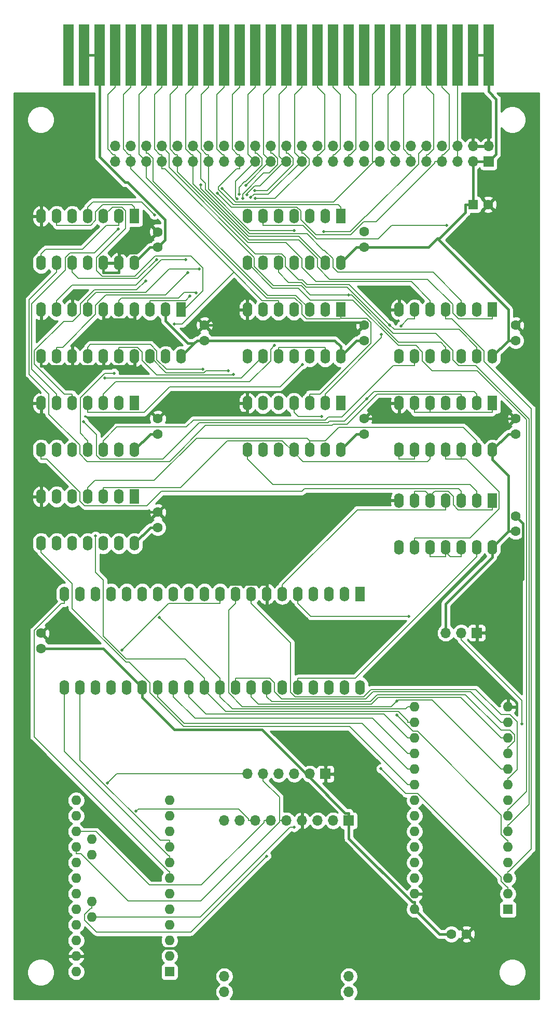
<source format=gbl>
G04 #@! TF.GenerationSoftware,KiCad,Pcbnew,(5.1.9)-1*
G04 #@! TF.CreationDate,2025-07-04T21:58:15+09:00*
G04 #@! TF.ProjectId,FP-1100_SD,46502d31-3130-4305-9f53-442e6b696361,rev?*
G04 #@! TF.SameCoordinates,PX53920b0PYad82f20*
G04 #@! TF.FileFunction,Copper,L2,Bot*
G04 #@! TF.FilePolarity,Positive*
%FSLAX46Y46*%
G04 Gerber Fmt 4.6, Leading zero omitted, Abs format (unit mm)*
G04 Created by KiCad (PCBNEW (5.1.9)-1) date 2025-07-04 21:58:15*
%MOMM*%
%LPD*%
G01*
G04 APERTURE LIST*
G04 #@! TA.AperFunction,ComponentPad*
%ADD10O,1.600000X2.400000*%
G04 #@! TD*
G04 #@! TA.AperFunction,ComponentPad*
%ADD11R,1.600000X2.400000*%
G04 #@! TD*
G04 #@! TA.AperFunction,ComponentPad*
%ADD12C,1.600000*%
G04 #@! TD*
G04 #@! TA.AperFunction,ComponentPad*
%ADD13R,1.600000X1.600000*%
G04 #@! TD*
G04 #@! TA.AperFunction,ComponentPad*
%ADD14R,1.700000X1.700000*%
G04 #@! TD*
G04 #@! TA.AperFunction,ComponentPad*
%ADD15O,1.700000X1.700000*%
G04 #@! TD*
G04 #@! TA.AperFunction,ComponentPad*
%ADD16O,1.600000X1.600000*%
G04 #@! TD*
G04 #@! TA.AperFunction,ConnectorPad*
%ADD17R,1.780000X10.000000*%
G04 #@! TD*
G04 #@! TA.AperFunction,ViaPad*
%ADD18C,0.500000*%
G04 #@! TD*
G04 #@! TA.AperFunction,Conductor*
%ADD19C,0.400000*%
G04 #@! TD*
G04 #@! TA.AperFunction,Conductor*
%ADD20C,0.200000*%
G04 #@! TD*
G04 #@! TA.AperFunction,Conductor*
%ADD21C,0.254000*%
G04 #@! TD*
G04 #@! TA.AperFunction,Conductor*
%ADD22C,0.100000*%
G04 #@! TD*
G04 APERTURE END LIST*
D10*
X53975000Y90170000D03*
X38735000Y97790000D03*
X51435000Y90170000D03*
X41275000Y97790000D03*
X48895000Y90170000D03*
X43815000Y97790000D03*
X46355000Y90170000D03*
X46355000Y97790000D03*
X43815000Y90170000D03*
X48895000Y97790000D03*
X41275000Y90170000D03*
X51435000Y97790000D03*
X38735000Y90170000D03*
D11*
X53975000Y97790000D03*
D12*
X5080000Y57785000D03*
X5080000Y60285000D03*
D11*
X57150000Y66675000D03*
D10*
X8890000Y51435000D03*
X54610000Y66675000D03*
X11430000Y51435000D03*
X52070000Y66675000D03*
X13970000Y51435000D03*
X49530000Y66675000D03*
X16510000Y51435000D03*
X46990000Y66675000D03*
X19050000Y51435000D03*
X44450000Y66675000D03*
X21590000Y51435000D03*
X41910000Y66675000D03*
X24130000Y51435000D03*
X39370000Y66675000D03*
X26670000Y51435000D03*
X36830000Y66675000D03*
X29210000Y51435000D03*
X34290000Y66675000D03*
X31750000Y51435000D03*
X31750000Y66675000D03*
X34290000Y51435000D03*
X29210000Y66675000D03*
X36830000Y51435000D03*
X26670000Y66675000D03*
X39370000Y51435000D03*
X24130000Y66675000D03*
X41910000Y51435000D03*
X21590000Y66675000D03*
X44450000Y51435000D03*
X19050000Y66675000D03*
X46990000Y51435000D03*
X16510000Y66675000D03*
X49530000Y51435000D03*
X13970000Y66675000D03*
X52070000Y51435000D03*
X11430000Y66675000D03*
X54610000Y51435000D03*
X8890000Y66675000D03*
X57150000Y51435000D03*
D12*
X74532000Y11221000D03*
X72032000Y11221000D03*
D13*
X75565000Y130175000D03*
D12*
X78065000Y130175000D03*
D14*
X55305000Y29720000D03*
D15*
X52765000Y29720000D03*
X50225000Y29720000D03*
X47685000Y29720000D03*
X45145000Y29720000D03*
X42605000Y29720000D03*
X40065000Y29720000D03*
X37525000Y29720000D03*
X34985000Y29720000D03*
X34985000Y1780000D03*
X34985000Y4320000D03*
X55305000Y1780000D03*
X55305000Y4320000D03*
D13*
X26035000Y5080000D03*
D16*
X26035000Y7620000D03*
X26035000Y10160000D03*
X10795000Y33020000D03*
X26035000Y12700000D03*
X10795000Y30480000D03*
X26035000Y15240000D03*
X10795000Y27940000D03*
X26035000Y17780000D03*
X10795000Y25400000D03*
X26035000Y20320000D03*
X10795000Y22860000D03*
X26035000Y22860000D03*
X10795000Y20320000D03*
X26035000Y25400000D03*
X10795000Y17780000D03*
X26035000Y27940000D03*
X10795000Y15240000D03*
X26035000Y30480000D03*
X10795000Y12700000D03*
X26035000Y33020000D03*
X10795000Y10160000D03*
X10795000Y7620000D03*
X10795000Y5080000D03*
X13335000Y13970000D03*
X13335000Y16510000D03*
X13335000Y24130000D03*
X13335000Y26670000D03*
D14*
X51495000Y37340000D03*
D15*
X48955000Y37340000D03*
X46415000Y37340000D03*
X43875000Y37340000D03*
X41335000Y37340000D03*
X38795000Y37340000D03*
D12*
X57785000Y123230000D03*
X57785000Y125730000D03*
X82550000Y110490000D03*
X82550000Y107990000D03*
X57785000Y107990000D03*
X57785000Y110490000D03*
X82550000Y95250000D03*
X82550000Y92750000D03*
X82550000Y76875000D03*
X82550000Y79375000D03*
X57785000Y92750000D03*
X57785000Y95250000D03*
X24130000Y95250000D03*
X24130000Y92750000D03*
X24130000Y80010000D03*
X24130000Y77510000D03*
D17*
X9525000Y154559000D03*
X12065000Y154559000D03*
X14605000Y154559000D03*
X17145000Y154559000D03*
X19685000Y154559000D03*
X22225000Y154559000D03*
X24765000Y154559000D03*
X27305000Y154559000D03*
X29845000Y154559000D03*
X32385000Y154559000D03*
X34925000Y154559000D03*
X37465000Y154559000D03*
X40005000Y154559000D03*
X42545000Y154559000D03*
X45085000Y154559000D03*
X47625000Y154559000D03*
X50165000Y154559000D03*
X52705000Y154559000D03*
X55245000Y154559000D03*
X57785000Y154559000D03*
X60325000Y154559000D03*
X62865000Y154559000D03*
X65405000Y154559000D03*
X67945000Y154559000D03*
X70485000Y154559000D03*
X73025000Y154559000D03*
X75565000Y154559000D03*
X78105000Y154559000D03*
D11*
X53975000Y128270000D03*
D10*
X38735000Y120650000D03*
X51435000Y128270000D03*
X41275000Y120650000D03*
X48895000Y128270000D03*
X43815000Y120650000D03*
X46355000Y128270000D03*
X46355000Y120650000D03*
X43815000Y128270000D03*
X48895000Y120650000D03*
X41275000Y128270000D03*
X51435000Y120650000D03*
X38735000Y128270000D03*
X53975000Y120650000D03*
X78740000Y105410000D03*
X63500000Y113030000D03*
X76200000Y105410000D03*
X66040000Y113030000D03*
X73660000Y105410000D03*
X68580000Y113030000D03*
X71120000Y105410000D03*
X71120000Y113030000D03*
X68580000Y105410000D03*
X73660000Y113030000D03*
X66040000Y105410000D03*
X76200000Y113030000D03*
X63500000Y105410000D03*
D11*
X78740000Y113030000D03*
X53975000Y113030000D03*
D10*
X38735000Y105410000D03*
X51435000Y113030000D03*
X41275000Y105410000D03*
X48895000Y113030000D03*
X43815000Y105410000D03*
X46355000Y113030000D03*
X46355000Y105410000D03*
X43815000Y113030000D03*
X48895000Y105410000D03*
X41275000Y113030000D03*
X51435000Y105410000D03*
X38735000Y113030000D03*
X53975000Y105410000D03*
D11*
X78740000Y97790000D03*
D10*
X63500000Y90170000D03*
X76200000Y97790000D03*
X66040000Y90170000D03*
X73660000Y97790000D03*
X68580000Y90170000D03*
X71120000Y97790000D03*
X71120000Y90170000D03*
X68580000Y97790000D03*
X73660000Y90170000D03*
X66040000Y97790000D03*
X76200000Y90170000D03*
X63500000Y97790000D03*
X78740000Y90170000D03*
X78740000Y74295000D03*
X63500000Y81915000D03*
X76200000Y74295000D03*
X66040000Y81915000D03*
X73660000Y74295000D03*
X68580000Y81915000D03*
X71120000Y74295000D03*
X71120000Y81915000D03*
X68580000Y74295000D03*
X73660000Y81915000D03*
X66040000Y74295000D03*
X76200000Y81915000D03*
X63500000Y74295000D03*
D11*
X78740000Y81915000D03*
X20320000Y97790000D03*
D10*
X5080000Y90170000D03*
X17780000Y97790000D03*
X7620000Y90170000D03*
X15240000Y97790000D03*
X10160000Y90170000D03*
X12700000Y97790000D03*
X12700000Y90170000D03*
X10160000Y97790000D03*
X15240000Y90170000D03*
X7620000Y97790000D03*
X17780000Y90170000D03*
X5080000Y97790000D03*
X20320000Y90170000D03*
D11*
X20320000Y82550000D03*
D10*
X5080000Y74930000D03*
X17780000Y82550000D03*
X7620000Y74930000D03*
X15240000Y82550000D03*
X10160000Y74930000D03*
X12700000Y82550000D03*
X12700000Y74930000D03*
X10160000Y82550000D03*
X15240000Y74930000D03*
X7620000Y82550000D03*
X17780000Y74930000D03*
X5080000Y82550000D03*
X20320000Y74930000D03*
D12*
X24130000Y125690000D03*
X24130000Y123190000D03*
X31750000Y107990000D03*
X31750000Y110490000D03*
D11*
X20320000Y128270000D03*
D10*
X5080000Y120650000D03*
X17780000Y128270000D03*
X7620000Y120650000D03*
X15240000Y128270000D03*
X10160000Y120650000D03*
X12700000Y128270000D03*
X12700000Y120650000D03*
X10160000Y128270000D03*
X15240000Y120650000D03*
X7620000Y128270000D03*
X17780000Y120650000D03*
X5080000Y128270000D03*
X20320000Y120650000D03*
D11*
X27940000Y113030000D03*
D10*
X5080000Y105410000D03*
X25400000Y113030000D03*
X7620000Y105410000D03*
X22860000Y113030000D03*
X10160000Y105410000D03*
X20320000Y113030000D03*
X12700000Y105410000D03*
X17780000Y113030000D03*
X15240000Y105410000D03*
X15240000Y113030000D03*
X17780000Y105410000D03*
X12700000Y113030000D03*
X20320000Y105410000D03*
X10160000Y113030000D03*
X22860000Y105410000D03*
X7620000Y113030000D03*
X25400000Y105410000D03*
X5080000Y113030000D03*
X27940000Y105410000D03*
D14*
X76200000Y60325000D03*
D15*
X73660000Y60325000D03*
X71120000Y60325000D03*
D13*
X81280000Y15240000D03*
D16*
X66040000Y48260000D03*
X81280000Y17780000D03*
X66040000Y45720000D03*
X81280000Y20320000D03*
X66040000Y43180000D03*
X81280000Y22860000D03*
X66040000Y40640000D03*
X81280000Y25400000D03*
X66040000Y38100000D03*
X81280000Y27940000D03*
X66040000Y35560000D03*
X81280000Y30480000D03*
X66040000Y33020000D03*
X81280000Y33020000D03*
X66040000Y30480000D03*
X81280000Y35560000D03*
X66040000Y27940000D03*
X81280000Y38100000D03*
X66040000Y25400000D03*
X81280000Y40640000D03*
X66040000Y22860000D03*
X81280000Y43180000D03*
X66040000Y20320000D03*
X81280000Y45720000D03*
X66040000Y17780000D03*
X81280000Y48260000D03*
X66040000Y15240000D03*
D15*
X17145000Y139700000D03*
X17145000Y137160000D03*
X19685000Y139700000D03*
X22225000Y139700000D03*
X24765000Y139700000D03*
X37465000Y139700000D03*
X40005000Y137160000D03*
X62865000Y137160000D03*
X45085000Y139700000D03*
X57785000Y139700000D03*
X47625000Y137160000D03*
X50165000Y137160000D03*
X60325000Y139700000D03*
X60325000Y137160000D03*
X27305000Y137160000D03*
X32385000Y137160000D03*
X65405000Y139700000D03*
X34925000Y137160000D03*
X50165000Y139700000D03*
X40005000Y139700000D03*
X45085000Y137160000D03*
X55245000Y139700000D03*
X37465000Y137160000D03*
X34925000Y139700000D03*
X47625000Y139700000D03*
X29845000Y139700000D03*
X29845000Y137160000D03*
X42545000Y139700000D03*
X55245000Y137160000D03*
X24765000Y137160000D03*
X57785000Y137160000D03*
X52705000Y137160000D03*
X52705000Y139700000D03*
X32385000Y139700000D03*
X19685000Y137160000D03*
X22225000Y137160000D03*
X27305000Y139700000D03*
X62865000Y139700000D03*
X42545000Y137160000D03*
X65405000Y137160000D03*
X67945000Y139700000D03*
X75565000Y137160000D03*
X70485000Y137160000D03*
X67945000Y137160000D03*
X70485000Y139700000D03*
X73025000Y139700000D03*
X73025000Y137160000D03*
X75565000Y139700000D03*
X78105000Y139700000D03*
D14*
X78105000Y137160000D03*
D18*
X39268400Y131305500D03*
X35658800Y103105100D03*
X40005600Y131153300D03*
X36489600Y102477600D03*
X31462700Y103311300D03*
X38718000Y131783900D03*
X29002400Y119077300D03*
X39980800Y132421900D03*
X24384100Y62841200D03*
X38509200Y133326100D03*
X28696000Y121170600D03*
X13970000Y76118000D03*
X37970100Y131172700D03*
X30930500Y119631700D03*
X37091900Y131107500D03*
X30353300Y115731800D03*
X29400500Y115272500D03*
X37401700Y131854200D03*
X63188400Y49259100D03*
X63817900Y110386200D03*
X71319500Y126755000D03*
X60555100Y38183600D03*
X63142700Y46950700D03*
X12035900Y94791000D03*
X58228900Y98482600D03*
X51192400Y125783200D03*
X20573500Y31231100D03*
X15951300Y35874600D03*
X50896300Y95589700D03*
X15456600Y101850100D03*
X60595300Y108955500D03*
X61987500Y110521500D03*
X17705700Y126217500D03*
X31144300Y133413000D03*
X47766700Y104093700D03*
X26791600Y110710600D03*
X55306900Y115416600D03*
X16987900Y102683800D03*
X22137000Y117720600D03*
X46355000Y125933600D03*
X43180000Y107200000D03*
X23575800Y128478400D03*
X34634300Y132822500D03*
X33848700Y132037100D03*
X23950600Y121203300D03*
X65130100Y63057900D03*
X46415000Y28637200D03*
X41870700Y23910900D03*
X18286900Y57545100D03*
X83542900Y45497000D03*
D19*
X69722600Y124646400D02*
X70130600Y124646400D01*
X70130600Y124646400D02*
X74364700Y128880500D01*
X74364700Y128880500D02*
X74364700Y130175000D01*
X25400000Y111429700D02*
X25400000Y111182600D01*
X25400000Y111182600D02*
X29032500Y107550100D01*
X29032500Y107550100D02*
X30080100Y107550100D01*
X78740000Y90170000D02*
X78740000Y88569700D01*
X81349600Y76875000D02*
X81349600Y85960100D01*
X81349600Y85960100D02*
X78740000Y88569700D01*
X81349600Y76875000D02*
X81320000Y76875000D01*
X81320000Y76875000D02*
X78740000Y74295000D01*
X82550000Y76875000D02*
X81349600Y76875000D01*
X82550000Y92750000D02*
X81320000Y92750000D01*
X81320000Y92750000D02*
X78740000Y90170000D01*
X69722600Y124646400D02*
X68306200Y123230000D01*
X68306200Y123230000D02*
X57785000Y123230000D01*
X81349600Y107990000D02*
X81349600Y113019400D01*
X81349600Y113019400D02*
X69722600Y124646400D01*
X81349600Y107990000D02*
X81320000Y107990000D01*
X81320000Y107990000D02*
X78740000Y105410000D01*
X82550000Y107990000D02*
X81349600Y107990000D01*
X75565000Y130175000D02*
X74364700Y130175000D01*
X57785000Y123230000D02*
X56555000Y123230000D01*
X56555000Y123230000D02*
X53975000Y120650000D01*
X53975000Y105410000D02*
X53975000Y107010300D01*
X31750000Y107990000D02*
X52995300Y107990000D01*
X52995300Y107990000D02*
X53975000Y107010300D01*
X31750000Y107990000D02*
X30520000Y107990000D01*
X30520000Y107990000D02*
X30080100Y107550100D01*
X24130000Y123190000D02*
X25341200Y124401200D01*
X25341200Y124401200D02*
X25341200Y127665200D01*
X25341200Y127665200D02*
X19237700Y133768700D01*
X19237700Y133768700D02*
X18761900Y133768700D01*
X18761900Y133768700D02*
X14605000Y137925600D01*
X14605000Y137925600D02*
X14605000Y154559000D01*
X24130000Y123190000D02*
X22860000Y123190000D01*
X22860000Y123190000D02*
X20320000Y120650000D01*
X25400000Y113030000D02*
X25400000Y111429700D01*
X30080100Y107550100D02*
X27940000Y105410000D01*
X57785000Y92750000D02*
X56555000Y92750000D01*
X56555000Y92750000D02*
X53975000Y90170000D01*
X48955000Y36741900D02*
X41115400Y44581500D01*
X41115400Y44581500D02*
X26843200Y44581500D01*
X26843200Y44581500D02*
X21590000Y49834700D01*
X55305000Y29720000D02*
X55305000Y30970300D01*
X55305000Y30970300D02*
X54726600Y30970300D01*
X54726600Y30970300D02*
X48955000Y36741900D01*
X55305000Y29720000D02*
X55305000Y26802200D01*
X55305000Y26802200D02*
X65666900Y16440300D01*
X65666900Y16440300D02*
X66040000Y16440300D01*
X66040000Y15240000D02*
X66040000Y16440300D01*
X21590000Y51435000D02*
X21590000Y49834700D01*
X48955000Y37340000D02*
X48955000Y36741900D01*
X14605000Y154559000D02*
X12065000Y154559000D01*
X57785000Y107990000D02*
X56555000Y107990000D01*
X56555000Y107990000D02*
X53975000Y105410000D01*
X78740000Y74295000D02*
X78740000Y72694700D01*
X78740000Y72694700D02*
X71120000Y65074700D01*
X71120000Y65074700D02*
X71120000Y60325000D01*
X24130000Y92750000D02*
X22900000Y92750000D01*
X22900000Y92750000D02*
X20320000Y90170000D01*
X24130000Y77510000D02*
X22900000Y77510000D01*
X22900000Y77510000D02*
X20320000Y74930000D01*
X72032000Y11221000D02*
X70059000Y11221000D01*
X70059000Y11221000D02*
X66040000Y15240000D01*
X75565000Y130175000D02*
X75565000Y137160000D01*
X75565000Y137160000D02*
X78105000Y137160000D01*
X78105000Y154559000D02*
X75565000Y154559000D01*
X5080000Y57785000D02*
X15240000Y57785000D01*
X15240000Y57785000D02*
X21590000Y51435000D01*
X78105000Y137160000D02*
X79355000Y138410000D01*
X79355000Y138410000D02*
X79355000Y147340000D01*
X79355000Y147340000D02*
X78105000Y148590000D01*
X78105000Y148590000D02*
X78105000Y154559000D01*
X38735000Y97790000D02*
X38735000Y96189700D01*
X38735000Y96189700D02*
X25069700Y96189700D01*
X25069700Y96189700D02*
X24130000Y95250000D01*
X57785000Y95250000D02*
X62560300Y95250000D01*
X62560300Y95250000D02*
X63500000Y96189700D01*
X63500000Y97790000D02*
X63500000Y96189700D01*
X82550000Y95250000D02*
X64439700Y95250000D01*
X64439700Y95250000D02*
X63500000Y96189700D01*
X82550000Y79375000D02*
X83758700Y78166300D01*
X83758700Y78166300D02*
X83758700Y69134000D01*
X83758700Y69134000D02*
X76200000Y61575300D01*
X17780000Y119049700D02*
X15240000Y119049700D01*
X20320000Y113030000D02*
X20320000Y111429700D01*
X24130000Y80010000D02*
X6019700Y80010000D01*
X6019700Y80010000D02*
X5080000Y80949700D01*
X41910000Y68275300D02*
X35864700Y68275300D01*
X35864700Y68275300D02*
X24130000Y80010000D01*
X5080000Y82550000D02*
X5080000Y80949700D01*
X20320000Y103809700D02*
X15240000Y103809700D01*
X15240000Y105410000D02*
X15240000Y103809700D01*
X10160000Y103809700D02*
X15240000Y103809700D01*
X5080000Y103809700D02*
X10160000Y103809700D01*
X20320000Y105410000D02*
X20320000Y103809700D01*
X10795000Y7620000D02*
X11995300Y7620000D01*
X47685000Y29720000D02*
X47685000Y28469700D01*
X47685000Y28469700D02*
X28105300Y8890000D01*
X28105300Y8890000D02*
X13265300Y8890000D01*
X13265300Y8890000D02*
X11995300Y7620000D01*
X15240000Y113030000D02*
X15240000Y111429700D01*
X15240000Y111429700D02*
X20320000Y111429700D01*
X76200000Y60325000D02*
X76200000Y61575300D01*
X17780000Y120650000D02*
X17780000Y119049700D01*
X15240000Y120650000D02*
X15240000Y119049700D01*
X41910000Y66675000D02*
X41910000Y68275300D01*
X38735000Y110909800D02*
X57365200Y110909800D01*
X57365200Y110909800D02*
X57785000Y110490000D01*
X31750000Y110490000D02*
X38315200Y110490000D01*
X38315200Y110490000D02*
X38735000Y110909800D01*
X38735000Y110909800D02*
X38735000Y111429700D01*
X17780000Y120650000D02*
X17780000Y122250300D01*
X17780000Y122250300D02*
X20690300Y122250300D01*
X20690300Y122250300D02*
X24130000Y125690000D01*
X38735000Y113030000D02*
X38735000Y111429700D01*
X5080000Y105410000D02*
X5080000Y103809700D01*
X10160000Y105410000D02*
X10160000Y103809700D01*
D20*
X47625000Y137303800D02*
X42192800Y131871600D01*
X42192800Y131871600D02*
X39834500Y131871600D01*
X39834500Y131871600D02*
X39268400Y131305500D01*
X22860000Y105410000D02*
X25509000Y102761000D01*
X25509000Y102761000D02*
X31690700Y102761000D01*
X31690700Y102761000D02*
X32034700Y103105000D01*
X32034700Y103105000D02*
X32034700Y103105100D01*
X32034700Y103105100D02*
X35658800Y103105100D01*
X47625000Y137303800D02*
X47625000Y137447600D01*
X47625000Y137160000D02*
X47625000Y137303800D01*
X41910000Y49934700D02*
X42715500Y49129200D01*
X42715500Y49129200D02*
X58834900Y49129200D01*
X58834900Y49129200D02*
X59965900Y50260200D01*
X59965900Y50260200D02*
X74369400Y50260200D01*
X74369400Y50260200D02*
X80179600Y44450000D01*
X80179600Y44450000D02*
X81634200Y44450000D01*
X81634200Y44450000D02*
X82388200Y43696000D01*
X82388200Y43696000D02*
X82388200Y42711000D01*
X82388200Y42711000D02*
X81417500Y41740300D01*
X81417500Y41740300D02*
X81280000Y41740300D01*
X41910000Y51435000D02*
X41910000Y49934700D01*
X81280000Y40640000D02*
X81280000Y41740300D01*
X47625000Y149258700D02*
X46439700Y148073400D01*
X46439700Y148073400D02*
X46439700Y138632900D01*
X46439700Y138632900D02*
X47625000Y137447600D01*
X47625000Y154559000D02*
X47625000Y149258700D01*
X47625000Y138549700D02*
X47912600Y138549700D01*
X47912600Y138549700D02*
X48815600Y137646700D01*
X48815600Y137646700D02*
X48815600Y136714400D01*
X48815600Y136714400D02*
X43254500Y131153300D01*
X43254500Y131153300D02*
X40005600Y131153300D01*
X17780000Y106910300D02*
X20799100Y106910300D01*
X20799100Y106910300D02*
X21590000Y106119400D01*
X21590000Y106119400D02*
X21590000Y104721300D01*
X21590000Y104721300D02*
X23950600Y102360700D01*
X23950600Y102360700D02*
X36372700Y102360700D01*
X36372700Y102360700D02*
X36489600Y102477600D01*
X47625000Y139700000D02*
X47625000Y138549700D01*
X17780000Y105410000D02*
X17780000Y106910300D01*
X39370000Y49934700D02*
X40575800Y48728900D01*
X40575800Y48728900D02*
X59000700Y48728900D01*
X59000700Y48728900D02*
X60081400Y49809600D01*
X60081400Y49809600D02*
X73550100Y49809600D01*
X73550100Y49809600D02*
X80179700Y43180000D01*
X81280000Y43180000D02*
X80179700Y43180000D01*
X39370000Y51435000D02*
X39370000Y49934700D01*
X38718000Y131783900D02*
X38718000Y131942800D01*
X38718000Y131942800D02*
X39943100Y133167900D01*
X39943100Y133167900D02*
X40778000Y133167900D01*
X40778000Y133167900D02*
X44770100Y137160000D01*
X44770100Y137160000D02*
X43899300Y138030800D01*
X43899300Y138030800D02*
X43899300Y148073000D01*
X43899300Y148073000D02*
X45085000Y149258700D01*
X12700000Y105410000D02*
X12700000Y106910300D01*
X12700000Y106910300D02*
X13144900Y107355200D01*
X13144900Y107355200D02*
X22930300Y107355200D01*
X22930300Y107355200D02*
X23988400Y106297100D01*
X23988400Y106297100D02*
X23988400Y104847900D01*
X23988400Y104847900D02*
X25525000Y103311300D01*
X25525000Y103311300D02*
X31462700Y103311300D01*
X45085000Y137160000D02*
X44770100Y137160000D01*
X45085000Y154559000D02*
X45085000Y149258700D01*
X36830000Y52935300D02*
X42422400Y52935300D01*
X42422400Y52935300D02*
X43180000Y52177700D01*
X43180000Y52177700D02*
X43180000Y50748300D01*
X43180000Y50748300D02*
X44398800Y49529500D01*
X44398800Y49529500D02*
X58103100Y49529500D01*
X58103100Y49529500D02*
X59280500Y50706900D01*
X59280500Y50706900D02*
X75192800Y50706900D01*
X75192800Y50706900D02*
X80179700Y45720000D01*
X81280000Y45720000D02*
X80179700Y45720000D01*
X36830000Y51435000D02*
X36830000Y52935300D01*
X45085000Y138549700D02*
X45368000Y138549700D01*
X45368000Y138549700D02*
X46245400Y137672300D01*
X46245400Y137672300D02*
X46245400Y136690800D01*
X46245400Y136690800D02*
X41976500Y132421900D01*
X41976500Y132421900D02*
X39980800Y132421900D01*
X7620000Y106910300D02*
X8598100Y106910300D01*
X8598100Y106910300D02*
X13970000Y112282200D01*
X13970000Y112282200D02*
X13970000Y113735300D01*
X13970000Y113735300D02*
X15676000Y115441300D01*
X15676000Y115441300D02*
X25366400Y115441300D01*
X25366400Y115441300D02*
X29002400Y119077300D01*
X45085000Y139700000D02*
X45085000Y138549700D01*
X7620000Y105410000D02*
X7620000Y106910300D01*
X34290000Y52935300D02*
X24384100Y62841200D01*
X64939700Y48260000D02*
X64608000Y47928300D01*
X64608000Y47928300D02*
X36296400Y47928300D01*
X36296400Y47928300D02*
X34290000Y49934700D01*
X34290000Y51435000D02*
X34290000Y52935300D01*
X34290000Y51435000D02*
X34290000Y49934700D01*
X66040000Y48260000D02*
X64939700Y48260000D01*
X7620000Y113030000D02*
X7620000Y114530300D01*
X38509200Y133326100D02*
X42343100Y137160000D01*
X42343100Y137160000D02*
X42545000Y137160000D01*
X7620000Y114530300D02*
X10126000Y117036300D01*
X10126000Y117036300D02*
X20562100Y117036300D01*
X20562100Y117036300D02*
X24696400Y121170600D01*
X24696400Y121170600D02*
X28696000Y121170600D01*
X42545000Y154559000D02*
X42545000Y149258700D01*
X42545000Y137160000D02*
X41364100Y138340900D01*
X41364100Y138340900D02*
X41364100Y148077800D01*
X41364100Y148077800D02*
X42545000Y149258700D01*
X31750000Y51435000D02*
X31750000Y52935300D01*
X13970000Y76118000D02*
X13970000Y70194000D01*
X13970000Y70194000D02*
X15240000Y68924000D01*
X15240000Y68924000D02*
X15240000Y59797300D01*
X15240000Y59797300D02*
X18964800Y56072500D01*
X18964800Y56072500D02*
X28612800Y56072500D01*
X28612800Y56072500D02*
X31750000Y52935300D01*
X64939700Y45720000D02*
X64939700Y45986200D01*
X64939700Y45986200D02*
X63408600Y47517300D01*
X63408600Y47517300D02*
X35234200Y47517300D01*
X35234200Y47517300D02*
X31750000Y51001500D01*
X66040000Y45720000D02*
X64939700Y45720000D01*
X31750000Y51435000D02*
X31750000Y51001500D01*
X37970100Y131172700D02*
X37970100Y131867700D01*
X37970100Y131867700D02*
X41411100Y135308700D01*
X41411100Y135308700D02*
X42352600Y135308700D01*
X42352600Y135308700D02*
X43701300Y136657400D01*
X43701300Y136657400D02*
X43701300Y137662500D01*
X43701300Y137662500D02*
X42814100Y138549700D01*
X42814100Y138549700D02*
X42545000Y138549700D01*
X12700000Y114530300D02*
X14011400Y115841700D01*
X14011400Y115841700D02*
X22205300Y115841700D01*
X22205300Y115841700D02*
X25995300Y119631700D01*
X25995300Y119631700D02*
X30930500Y119631700D01*
X42545000Y139700000D02*
X42545000Y138549700D01*
X12700000Y113030000D02*
X12700000Y114530300D01*
X66040000Y43180000D02*
X64939700Y43180000D01*
X29210000Y51435000D02*
X29210000Y49934700D01*
X29210000Y49934700D02*
X32027900Y47116800D01*
X32027900Y47116800D02*
X61002900Y47116800D01*
X61002900Y47116800D02*
X64939700Y43180000D01*
X40005000Y137160000D02*
X36851300Y134006300D01*
X36851300Y134006300D02*
X36851300Y131348100D01*
X36851300Y131348100D02*
X37091900Y131107500D01*
X40005000Y137160000D02*
X38824100Y138340900D01*
X38824100Y138340900D02*
X38824100Y148077800D01*
X38824100Y148077800D02*
X40005000Y149258700D01*
X40005000Y154559000D02*
X40005000Y149258700D01*
X30353300Y115731800D02*
X30257100Y115828000D01*
X30257100Y115828000D02*
X28415900Y115828000D01*
X28415900Y115828000D02*
X27532200Y114944300D01*
X27532200Y114944300D02*
X18194000Y114944300D01*
X18194000Y114944300D02*
X17780000Y114530300D01*
X26670000Y49934700D02*
X30214000Y46390700D01*
X30214000Y46390700D02*
X59189000Y46390700D01*
X59189000Y46390700D02*
X64939700Y40640000D01*
X17780000Y113030000D02*
X17780000Y114530300D01*
X26670000Y51435000D02*
X26670000Y49934700D01*
X66040000Y40640000D02*
X64939700Y40640000D01*
X40005000Y138549700D02*
X40288600Y138549700D01*
X40288600Y138549700D02*
X41158500Y137679800D01*
X41158500Y137679800D02*
X41158500Y136634600D01*
X41158500Y136634600D02*
X38400300Y133876400D01*
X38400300Y133876400D02*
X38281300Y133876400D01*
X38281300Y133876400D02*
X37401700Y132996800D01*
X37401700Y132996800D02*
X37401700Y131854200D01*
X22860000Y114530300D02*
X28658300Y114530300D01*
X28658300Y114530300D02*
X29400500Y115272500D01*
X40005000Y139700000D02*
X40005000Y138549700D01*
X22860000Y113030000D02*
X22860000Y114530300D01*
X24130000Y49934700D02*
X28474600Y45590100D01*
X28474600Y45590100D02*
X57449600Y45590100D01*
X57449600Y45590100D02*
X64939700Y38100000D01*
X66040000Y38100000D02*
X64939700Y38100000D01*
X24130000Y51435000D02*
X24130000Y49934700D01*
X36830000Y65174700D02*
X35712300Y64057000D01*
X35712300Y64057000D02*
X35712300Y50561500D01*
X35712300Y50561500D02*
X37945200Y48328600D01*
X37945200Y48328600D02*
X62257900Y48328600D01*
X62257900Y48328600D02*
X63188400Y49259100D01*
X80179700Y38100000D02*
X68870500Y49409200D01*
X68870500Y49409200D02*
X63338500Y49409200D01*
X63338500Y49409200D02*
X63188400Y49259100D01*
X81280000Y38100000D02*
X80179700Y38100000D01*
X36830000Y66675000D02*
X36830000Y65174700D01*
X66040000Y111529700D02*
X64961400Y111529700D01*
X64961400Y111529700D02*
X63817900Y110386200D01*
X66040000Y113030000D02*
X66040000Y111529700D01*
X39370000Y66675000D02*
X39370000Y65174700D01*
X81280000Y35560000D02*
X81280000Y36660300D01*
X81280000Y36660300D02*
X81417500Y36660300D01*
X81417500Y36660300D02*
X82794700Y38037500D01*
X82794700Y38037500D02*
X82794700Y45836300D01*
X82794700Y45836300D02*
X81641000Y46990000D01*
X81641000Y46990000D02*
X80179600Y46990000D01*
X80179600Y46990000D02*
X76062200Y51107400D01*
X76062200Y51107400D02*
X58951800Y51107400D01*
X58951800Y51107400D02*
X57774200Y49929800D01*
X57774200Y49929800D02*
X46530500Y49929800D01*
X46530500Y49929800D02*
X45806400Y50653900D01*
X45806400Y50653900D02*
X45806400Y58738300D01*
X45806400Y58738300D02*
X39370000Y65174700D01*
X41275000Y128270000D02*
X41275000Y126769700D01*
X71319500Y126755000D02*
X62304100Y126755000D01*
X62304100Y126755000D02*
X60126400Y124577300D01*
X60126400Y124577300D02*
X50001800Y124577300D01*
X50001800Y124577300D02*
X47809400Y126769700D01*
X47809400Y126769700D02*
X41275000Y126769700D01*
X38735000Y120650000D02*
X42854000Y116531000D01*
X42854000Y116531000D02*
X47085000Y116531000D01*
X47085000Y116531000D02*
X49000000Y114616000D01*
X49000000Y114616000D02*
X55982600Y114616000D01*
X55982600Y114616000D02*
X63424300Y107174300D01*
X63424300Y107174300D02*
X66244200Y107174300D01*
X66244200Y107174300D02*
X67310000Y106108500D01*
X67310000Y106108500D02*
X67310000Y104692400D01*
X67310000Y104692400D02*
X68913000Y103089400D01*
X68913000Y103089400D02*
X76275800Y103089400D01*
X76275800Y103089400D02*
X84291100Y95074100D01*
X84291100Y95074100D02*
X84291100Y34453900D01*
X84291100Y34453900D02*
X81417500Y31580300D01*
X81417500Y31580300D02*
X81280000Y31580300D01*
X81280000Y30480000D02*
X81280000Y31580300D01*
X43815000Y120650000D02*
X43815000Y119149700D01*
X81280000Y27940000D02*
X81280000Y29040300D01*
X81280000Y29040300D02*
X81417700Y29040300D01*
X81417700Y29040300D02*
X84721500Y32344100D01*
X84721500Y32344100D02*
X84721500Y95229000D01*
X84721500Y95229000D02*
X76060400Y103890100D01*
X76060400Y103890100D02*
X73217100Y103890100D01*
X73217100Y103890100D02*
X72303600Y104803600D01*
X72303600Y104803600D02*
X72303600Y106347500D01*
X72303600Y106347500D02*
X69515000Y109136100D01*
X69515000Y109136100D02*
X62594700Y109136100D01*
X62594700Y109136100D02*
X55010100Y116720700D01*
X55010100Y116720700D02*
X48310700Y116720700D01*
X48310700Y116720700D02*
X47558400Y117473000D01*
X47558400Y117473000D02*
X45491700Y117473000D01*
X45491700Y117473000D02*
X43815000Y119149700D01*
X81280000Y18880300D02*
X81142300Y18880300D01*
X81142300Y18880300D02*
X80179700Y19842900D01*
X80179700Y19842900D02*
X80179700Y20516500D01*
X80179700Y20516500D02*
X66575800Y34120400D01*
X66575800Y34120400D02*
X64618300Y34120400D01*
X64618300Y34120400D02*
X60555100Y38183600D01*
X81280000Y17780000D02*
X81280000Y18880300D01*
X81280000Y26500300D02*
X81142300Y26500300D01*
X81142300Y26500300D02*
X80179700Y27462900D01*
X80179700Y27462900D02*
X80179700Y30614300D01*
X80179700Y30614300D02*
X66513600Y44280400D01*
X66513600Y44280400D02*
X65813000Y44280400D01*
X65813000Y44280400D02*
X63142700Y46950700D01*
X81280000Y25400000D02*
X81280000Y26500300D01*
X81280000Y21420300D02*
X81417500Y21420300D01*
X81417500Y21420300D02*
X85121800Y25124600D01*
X85121800Y25124600D02*
X85121800Y96868000D01*
X85121800Y96868000D02*
X77404200Y104585600D01*
X77404200Y104585600D02*
X77404200Y106282600D01*
X77404200Y106282600D02*
X72157100Y111529700D01*
X72157100Y111529700D02*
X71120000Y111529700D01*
X71120000Y113030000D02*
X71120000Y111529700D01*
X81280000Y20320000D02*
X81280000Y21420300D01*
X12035900Y94791000D02*
X14139600Y92687300D01*
X14139600Y92687300D02*
X14139600Y89283700D01*
X14139600Y89283700D02*
X14757100Y88666200D01*
X14757100Y88666200D02*
X24944700Y88666200D01*
X24944700Y88666200D02*
X30917600Y94639100D01*
X30917600Y94639100D02*
X51909400Y94639100D01*
X51909400Y94639100D02*
X52126200Y94855900D01*
X52126200Y94855900D02*
X54602200Y94855900D01*
X54602200Y94855900D02*
X58228900Y98482600D01*
X76200000Y99290300D02*
X75799700Y99690600D01*
X75799700Y99690600D02*
X59436900Y99690600D01*
X59436900Y99690600D02*
X58228900Y98482600D01*
X62865000Y154559000D02*
X62865000Y149258700D01*
X62865000Y137160000D02*
X62865000Y138310300D01*
X62865000Y138310300D02*
X62577400Y138310300D01*
X62577400Y138310300D02*
X61684100Y139203600D01*
X61684100Y139203600D02*
X61684100Y148077800D01*
X61684100Y148077800D02*
X62865000Y149258700D01*
X76200000Y97790000D02*
X76200000Y99290300D01*
X67945000Y139700000D02*
X66675000Y138430000D01*
X66675000Y138430000D02*
X66675000Y136799300D01*
X66675000Y136799300D02*
X58173400Y128297700D01*
X58173400Y128297700D02*
X58085000Y128297700D01*
X58085000Y128297700D02*
X55570500Y125783200D01*
X55570500Y125783200D02*
X51192400Y125783200D01*
X78740000Y97790000D02*
X78740000Y96289700D01*
X68580000Y96289700D02*
X78740000Y96289700D01*
X68580000Y96389800D02*
X68580000Y96289700D01*
X68580000Y97790000D02*
X68580000Y96389800D01*
X66040000Y97790000D02*
X66040000Y96289700D01*
X66040000Y96289700D02*
X68580000Y96289700D01*
X41335000Y37340000D02*
X41335000Y36189700D01*
X41335000Y36189700D02*
X43994700Y33530000D01*
X43994700Y33530000D02*
X43994700Y29720000D01*
X45145000Y29720000D02*
X43994700Y29720000D01*
X10795000Y25400000D02*
X10795000Y24299700D01*
X10795000Y24299700D02*
X11609000Y24299700D01*
X11609000Y24299700D02*
X19264300Y16644400D01*
X19264300Y16644400D02*
X31157400Y16644400D01*
X31157400Y16644400D02*
X43994700Y29481700D01*
X43994700Y29481700D02*
X43994700Y29720000D01*
X42605000Y29720000D02*
X41454700Y29720000D01*
X41454700Y29720000D02*
X41454700Y29432400D01*
X41454700Y29432400D02*
X31241700Y19219400D01*
X31241700Y19219400D02*
X22766100Y19219400D01*
X22766100Y19219400D02*
X14045500Y27940000D01*
X14045500Y27940000D02*
X10795000Y27940000D01*
X40065000Y29720000D02*
X38914700Y29720000D01*
X38914700Y29720000D02*
X38914700Y30007600D01*
X38914700Y30007600D02*
X37302000Y31620300D01*
X37302000Y31620300D02*
X20962700Y31620300D01*
X20962700Y31620300D02*
X20573500Y31231100D01*
X38795000Y37340000D02*
X17416700Y37340000D01*
X17416700Y37340000D02*
X15951300Y35874600D01*
X46355000Y97790000D02*
X46355000Y96289700D01*
X50896300Y95589700D02*
X47055000Y95589700D01*
X47055000Y95589700D02*
X46355000Y96289700D01*
X41275000Y105410000D02*
X37715100Y101850100D01*
X37715100Y101850100D02*
X15456600Y101850100D01*
X48895000Y113030000D02*
X48895000Y113109000D01*
X48895000Y113109000D02*
X46653800Y115350200D01*
X46653800Y115350200D02*
X42034100Y115350200D01*
X42034100Y115350200D02*
X23375300Y134009000D01*
X23375300Y134009000D02*
X23375300Y137687100D01*
X23375300Y137687100D02*
X22512700Y138549700D01*
X22512700Y138549700D02*
X22225000Y138549700D01*
X22225000Y139700000D02*
X22225000Y138549700D01*
X24765000Y139700000D02*
X25980100Y138484900D01*
X25980100Y138484900D02*
X25980100Y136238300D01*
X25980100Y136238300D02*
X40068100Y122150300D01*
X40068100Y122150300D02*
X44322700Y122150300D01*
X44322700Y122150300D02*
X44943400Y121529600D01*
X44943400Y121529600D02*
X44943400Y120088000D01*
X44943400Y120088000D02*
X47157900Y117873500D01*
X47157900Y117873500D02*
X47724000Y117873500D01*
X47724000Y117873500D02*
X48476500Y117121000D01*
X48476500Y117121000D02*
X55388000Y117121000D01*
X55388000Y117121000D02*
X61987500Y110521500D01*
X76200000Y106910300D02*
X73291200Y109819100D01*
X73291200Y109819100D02*
X62689900Y109819100D01*
X62689900Y109819100D02*
X61987500Y110521500D01*
X51435000Y97790000D02*
X51435000Y99290300D01*
X60595300Y108955500D02*
X60595300Y108450600D01*
X60595300Y108450600D02*
X51435000Y99290300D01*
X76200000Y105410000D02*
X76200000Y106910300D01*
X15240000Y91670300D02*
X17452900Y93883200D01*
X17452900Y93883200D02*
X28771300Y93883200D01*
X28771300Y93883200D02*
X29927500Y95039400D01*
X29927500Y95039400D02*
X51460700Y95039400D01*
X51460700Y95039400D02*
X51977400Y95556100D01*
X51977400Y95556100D02*
X54172600Y95556100D01*
X54172600Y95556100D02*
X62526200Y103909700D01*
X62526200Y103909700D02*
X66040000Y103909700D01*
X66040000Y105410000D02*
X66040000Y103909700D01*
X15240000Y90170000D02*
X15240000Y91670300D01*
X17705700Y126217500D02*
X13774700Y122286500D01*
X13774700Y122286500D02*
X9831200Y122286500D01*
X9831200Y122286500D02*
X9056500Y121511800D01*
X9056500Y121511800D02*
X9056500Y119492900D01*
X9056500Y119492900D02*
X3572700Y114009100D01*
X3572700Y114009100D02*
X3572700Y103337600D01*
X3572700Y103337600D02*
X7620000Y99290300D01*
X7620000Y97790000D02*
X7620000Y99290300D01*
X73660000Y114530300D02*
X69040700Y119149600D01*
X69040700Y119149600D02*
X53490400Y119149600D01*
X53490400Y119149600D02*
X52705000Y119935000D01*
X52705000Y119935000D02*
X52705000Y121359300D01*
X52705000Y121359300D02*
X51333800Y122730500D01*
X51333800Y122730500D02*
X51137800Y122730500D01*
X51137800Y122730500D02*
X48488700Y125379600D01*
X48488700Y125379600D02*
X39103200Y125379600D01*
X39103200Y125379600D02*
X31895200Y132587600D01*
X31895200Y132587600D02*
X31895200Y133630500D01*
X31895200Y133630500D02*
X31115000Y134410700D01*
X31115000Y134410700D02*
X31115000Y138430000D01*
X31115000Y138430000D02*
X29845000Y139700000D01*
X73660000Y113030000D02*
X73660000Y114530300D01*
X31144300Y133413000D02*
X31144300Y132772400D01*
X31144300Y132772400D02*
X38948400Y124968300D01*
X38948400Y124968300D02*
X47116700Y124968300D01*
X47116700Y124968300D02*
X51435000Y120650000D01*
X12700000Y96289700D02*
X21897700Y96289700D01*
X21897700Y96289700D02*
X26031100Y100423100D01*
X26031100Y100423100D02*
X44096100Y100423100D01*
X44096100Y100423100D02*
X47766700Y104093700D01*
X12700000Y97790000D02*
X12700000Y96289700D01*
X17145000Y154559000D02*
X17145000Y149258700D01*
X17145000Y137160000D02*
X17145000Y138310300D01*
X17145000Y138310300D02*
X16857400Y138310300D01*
X16857400Y138310300D02*
X15964100Y139203600D01*
X15964100Y139203600D02*
X15964100Y148077800D01*
X15964100Y148077800D02*
X17145000Y149258700D01*
X36553500Y119141200D02*
X41164400Y114530300D01*
X41164400Y114530300D02*
X43815000Y114530300D01*
X19685000Y136009700D02*
X36553500Y119141200D01*
X36553500Y119141200D02*
X28122900Y110710600D01*
X28122900Y110710600D02*
X26791600Y110710600D01*
X43815000Y113030000D02*
X43815000Y114530300D01*
X19685000Y137160000D02*
X19685000Y136009700D01*
X19685000Y137713400D02*
X19685000Y137160000D01*
X19685000Y137713400D02*
X19685000Y138310300D01*
X19685000Y154559000D02*
X19685000Y149258700D01*
X19685000Y138310300D02*
X19397400Y138310300D01*
X19397400Y138310300D02*
X18504100Y139203600D01*
X18504100Y139203600D02*
X18504100Y148077800D01*
X18504100Y148077800D02*
X19685000Y149258700D01*
X53975000Y111623600D02*
X53881100Y111529700D01*
X53881100Y111529700D02*
X48432400Y111529700D01*
X48432400Y111529700D02*
X47625000Y112337100D01*
X47625000Y112337100D02*
X47625000Y113807000D01*
X47625000Y113807000D02*
X46501300Y114930700D01*
X46501300Y114930700D02*
X41887300Y114930700D01*
X41887300Y114930700D02*
X22225000Y134593000D01*
X22225000Y134593000D02*
X22225000Y137160000D01*
X53975000Y111629800D02*
X53975000Y111623600D01*
X53975000Y111623600D02*
X58245400Y111623600D01*
X58245400Y111623600D02*
X58907500Y110961500D01*
X58907500Y110961500D02*
X58907500Y107540200D01*
X58907500Y107540200D02*
X50657600Y99290300D01*
X50657600Y99290300D02*
X48895000Y99290300D01*
X53975000Y113030000D02*
X53975000Y111629800D01*
X48895000Y97790000D02*
X48895000Y99290300D01*
X22225000Y137160000D02*
X21044100Y138340900D01*
X21044100Y138340900D02*
X21044100Y148077800D01*
X21044100Y148077800D02*
X22225000Y149258700D01*
X22225000Y154559000D02*
X22225000Y149258700D01*
X24765000Y136009700D02*
X25340100Y136009700D01*
X25340100Y136009700D02*
X39863400Y121486400D01*
X39863400Y121486400D02*
X39863400Y120087900D01*
X39863400Y120087900D02*
X43019900Y116931400D01*
X43019900Y116931400D02*
X47533700Y116931400D01*
X47533700Y116931400D02*
X49048500Y115416600D01*
X49048500Y115416600D02*
X55306900Y115416600D01*
X55306900Y115416600D02*
X55748100Y115416600D01*
X55748100Y115416600D02*
X63442500Y107722200D01*
X63442500Y107722200D02*
X70308100Y107722200D01*
X70308100Y107722200D02*
X71120000Y106910300D01*
X24765000Y137160000D02*
X24765000Y136009700D01*
X24765000Y137389600D02*
X24765000Y137160000D01*
X24765000Y137389600D02*
X24765000Y138310300D01*
X24765000Y138310300D02*
X24477400Y138310300D01*
X24477400Y138310300D02*
X23584100Y139203600D01*
X23584100Y139203600D02*
X23584100Y148077800D01*
X23584100Y148077800D02*
X24765000Y149258700D01*
X24765000Y154559000D02*
X24765000Y149258700D01*
X71120000Y105410000D02*
X71120000Y106910300D01*
X16987900Y102683800D02*
X15496400Y102683800D01*
X15496400Y102683800D02*
X11485600Y98673000D01*
X11485600Y98673000D02*
X11485600Y92884700D01*
X11485600Y92884700D02*
X12700000Y91670300D01*
X27305000Y136009700D02*
X27305000Y135479500D01*
X27305000Y135479500D02*
X38817000Y123967500D01*
X38817000Y123967500D02*
X45004600Y123967500D01*
X45004600Y123967500D02*
X47625000Y121347100D01*
X47625000Y121347100D02*
X47625000Y119890500D01*
X47625000Y119890500D02*
X49924000Y117591500D01*
X49924000Y117591500D02*
X65518800Y117591500D01*
X65518800Y117591500D02*
X68580000Y114530300D01*
X12700000Y90170000D02*
X12700000Y91670300D01*
X27305000Y137160000D02*
X27305000Y138310300D01*
X27305000Y137160000D02*
X27305000Y136009700D01*
X68580000Y113030000D02*
X68580000Y114530300D01*
X27305000Y138310300D02*
X27017400Y138310300D01*
X27017400Y138310300D02*
X26124100Y139203600D01*
X26124100Y139203600D02*
X26124100Y148077800D01*
X26124100Y148077800D02*
X27305000Y149258700D01*
X27305000Y154559000D02*
X27305000Y149258700D01*
X22137000Y117720600D02*
X20658500Y116242100D01*
X20658500Y116242100D02*
X13791000Y116242100D01*
X13791000Y116242100D02*
X11516400Y113967500D01*
X11516400Y113967500D02*
X11516400Y112365700D01*
X11516400Y112365700D02*
X10276500Y111125800D01*
X10276500Y111125800D02*
X8769500Y111125800D01*
X8769500Y111125800D02*
X3977600Y106333900D01*
X3977600Y106333900D02*
X3977600Y104159900D01*
X3977600Y104159900D02*
X8847200Y99290300D01*
X8847200Y99290300D02*
X10160000Y99290300D01*
X29845000Y136009700D02*
X29845000Y133505600D01*
X29845000Y133505600D02*
X38982800Y124367800D01*
X38982800Y124367800D02*
X47147800Y124367800D01*
X47147800Y124367800D02*
X50165000Y121350600D01*
X50165000Y121350600D02*
X50165000Y119963300D01*
X50165000Y119963300D02*
X52128200Y118000100D01*
X52128200Y118000100D02*
X68148800Y118000100D01*
X68148800Y118000100D02*
X72273400Y113875500D01*
X72273400Y113875500D02*
X72273400Y112450600D01*
X72273400Y112450600D02*
X73194300Y111529700D01*
X73194300Y111529700D02*
X78740000Y111529700D01*
X10160000Y97790000D02*
X10160000Y99290300D01*
X78740000Y113030000D02*
X78740000Y111529700D01*
X29845000Y137160000D02*
X29845000Y136009700D01*
X29845000Y137735200D02*
X29845000Y137160000D01*
X29845000Y137735200D02*
X29845000Y138310300D01*
X29845000Y149258700D02*
X28664100Y148077800D01*
X28664100Y148077800D02*
X28664100Y139252800D01*
X28664100Y139252800D02*
X29606600Y138310300D01*
X29606600Y138310300D02*
X29845000Y138310300D01*
X29845000Y154559000D02*
X29845000Y149258700D01*
X32385000Y137160000D02*
X32385000Y136009700D01*
X32385000Y136009700D02*
X32385000Y132663900D01*
X32385000Y132663900D02*
X39115300Y125933600D01*
X39115300Y125933600D02*
X46355000Y125933600D01*
X32385000Y137735200D02*
X32385000Y137160000D01*
X15240000Y97790000D02*
X15240000Y99290300D01*
X43180000Y107200000D02*
X42545000Y106565000D01*
X42545000Y106565000D02*
X42545000Y104686900D01*
X42545000Y104686900D02*
X39136400Y101278300D01*
X39136400Y101278300D02*
X17228000Y101278300D01*
X17228000Y101278300D02*
X15240000Y99290300D01*
X32385000Y137735200D02*
X32385000Y138310300D01*
X32385000Y154559000D02*
X32385000Y149258700D01*
X32385000Y138310300D02*
X32097400Y138310300D01*
X32097400Y138310300D02*
X31204100Y139203600D01*
X31204100Y139203600D02*
X31204100Y148077800D01*
X31204100Y148077800D02*
X32385000Y149258700D01*
X34925000Y137160000D02*
X34925000Y138310300D01*
X34925000Y154559000D02*
X34925000Y149258700D01*
X34925000Y149258700D02*
X33734600Y148068300D01*
X33734600Y148068300D02*
X33734600Y139262300D01*
X33734600Y139262300D02*
X34686600Y138310300D01*
X34686600Y138310300D02*
X34925000Y138310300D01*
X37465000Y136009700D02*
X36988300Y136009700D01*
X36988300Y136009700D02*
X34034000Y133055400D01*
X34034000Y133055400D02*
X34034000Y132637400D01*
X34034000Y132637400D02*
X36514500Y130156900D01*
X36514500Y130156900D02*
X37485700Y130156900D01*
X37485700Y130156900D02*
X37522900Y130194100D01*
X37522900Y130194100D02*
X53551200Y130194100D01*
X53551200Y130194100D02*
X53975000Y129770300D01*
X37465000Y137160000D02*
X37465000Y136009700D01*
X53975000Y128270000D02*
X53975000Y129770300D01*
X37465000Y154559000D02*
X37465000Y149258700D01*
X37465000Y137160000D02*
X37465000Y138310300D01*
X37465000Y138310300D02*
X37177400Y138310300D01*
X37177400Y138310300D02*
X36284100Y139203600D01*
X36284100Y139203600D02*
X36284100Y148077800D01*
X36284100Y148077800D02*
X37465000Y149258700D01*
X50165000Y154559000D02*
X50165000Y149258700D01*
X50165000Y137160000D02*
X50165000Y138310300D01*
X50165000Y138310300D02*
X50452600Y138310300D01*
X50452600Y138310300D02*
X51345900Y139203600D01*
X51345900Y139203600D02*
X51345900Y148077800D01*
X51345900Y148077800D02*
X50165000Y149258700D01*
X52705000Y154559000D02*
X52705000Y149258700D01*
X52705000Y137160000D02*
X52705000Y138310300D01*
X52705000Y138310300D02*
X52992600Y138310300D01*
X52992600Y138310300D02*
X53885900Y139203600D01*
X53885900Y139203600D02*
X53885900Y148077800D01*
X53885900Y148077800D02*
X52705000Y149258700D01*
X55245000Y154559000D02*
X55245000Y149258700D01*
X55245000Y137160000D02*
X55245000Y138310300D01*
X55245000Y138310300D02*
X55532600Y138310300D01*
X55532600Y138310300D02*
X56425900Y139203600D01*
X56425900Y139203600D02*
X56425900Y148077800D01*
X56425900Y148077800D02*
X55245000Y149258700D01*
X34634300Y132822500D02*
X34634300Y132786900D01*
X34634300Y132786900D02*
X36864000Y130557200D01*
X36864000Y130557200D02*
X37319900Y130557200D01*
X37319900Y130557200D02*
X37357100Y130594400D01*
X37357100Y130594400D02*
X52846400Y130594400D01*
X52846400Y130594400D02*
X59338700Y137086700D01*
X59338700Y137086700D02*
X59338700Y137160000D01*
X12700000Y128270000D02*
X12700000Y129770300D01*
X23575800Y128478400D02*
X21459400Y130594800D01*
X21459400Y130594800D02*
X13524500Y130594800D01*
X13524500Y130594800D02*
X12700000Y129770300D01*
X59338700Y137160000D02*
X59197700Y137160000D01*
X59479600Y137160000D02*
X59338700Y137160000D01*
X60325000Y137160000D02*
X59886600Y137160000D01*
X59479600Y137160000D02*
X59886600Y137160000D01*
X60325000Y149258700D02*
X59174700Y148108400D01*
X59174700Y148108400D02*
X59174700Y137183000D01*
X59174700Y137183000D02*
X59197700Y137160000D01*
X60325000Y154559000D02*
X60325000Y149258700D01*
X7620000Y119149700D02*
X3158700Y114688400D01*
X3158700Y114688400D02*
X3158700Y102481700D01*
X3158700Y102481700D02*
X6350000Y99290400D01*
X6350000Y99290400D02*
X6350000Y95974200D01*
X6350000Y95974200D02*
X11396100Y90928100D01*
X11396100Y90928100D02*
X11396100Y89517400D01*
X11396100Y89517400D02*
X12647700Y88265800D01*
X12647700Y88265800D02*
X26038400Y88265800D01*
X26038400Y88265800D02*
X31927600Y94155000D01*
X31927600Y94155000D02*
X52557500Y94155000D01*
X52557500Y94155000D02*
X52757800Y94355300D01*
X52757800Y94355300D02*
X55026600Y94355300D01*
X55026600Y94355300D02*
X59961600Y99290300D01*
X59961600Y99290300D02*
X73660000Y99290300D01*
X7620000Y120650000D02*
X7620000Y119149700D01*
X73660000Y97790000D02*
X73660000Y99290300D01*
X66040000Y74295000D02*
X66040000Y75795300D01*
X73660000Y88669700D02*
X74475300Y88669700D01*
X74475300Y88669700D02*
X79844000Y83301000D01*
X79844000Y83301000D02*
X79844000Y80575400D01*
X79844000Y80575400D02*
X75063900Y75795300D01*
X75063900Y75795300D02*
X66040000Y75795300D01*
X73660000Y88769800D02*
X73660000Y88669700D01*
X73660000Y88669700D02*
X71120000Y88669700D01*
X73660000Y90170000D02*
X73660000Y88769800D01*
X71120000Y90170000D02*
X71120000Y88669700D01*
X65405000Y154559000D02*
X65405000Y149258700D01*
X65405000Y137160000D02*
X65405000Y138310300D01*
X65405000Y138310300D02*
X65117400Y138310300D01*
X65117400Y138310300D02*
X64214700Y139213000D01*
X64214700Y139213000D02*
X64214700Y148068400D01*
X64214700Y148068400D02*
X65405000Y149258700D01*
X67945000Y154559000D02*
X67945000Y149258700D01*
X67945000Y137160000D02*
X67945000Y138310300D01*
X67945000Y138310300D02*
X68232600Y138310300D01*
X68232600Y138310300D02*
X69125900Y139203600D01*
X69125900Y139203600D02*
X69125900Y148077800D01*
X69125900Y148077800D02*
X67945000Y149258700D01*
X33848700Y132037100D02*
X36129200Y129756600D01*
X36129200Y129756600D02*
X37651500Y129756600D01*
X37651500Y129756600D02*
X37665200Y129770300D01*
X37665200Y129770300D02*
X46810800Y129770300D01*
X46810800Y129770300D02*
X47455300Y129125800D01*
X47455300Y129125800D02*
X47455300Y127690000D01*
X47455300Y127690000D02*
X49928900Y125216400D01*
X49928900Y125216400D02*
X55658100Y125216400D01*
X55658100Y125216400D02*
X57766700Y127325000D01*
X57766700Y127325000D02*
X59738000Y127325000D01*
X59738000Y127325000D02*
X69334700Y136921700D01*
X69334700Y136921700D02*
X69334700Y137160000D01*
X10160000Y119149700D02*
X11196100Y118113600D01*
X11196100Y118113600D02*
X20860900Y118113600D01*
X20860900Y118113600D02*
X23950600Y121203300D01*
X10160000Y120650000D02*
X10160000Y119149700D01*
X70485000Y137160000D02*
X69334700Y137160000D01*
X63500000Y90170000D02*
X63500000Y88669700D01*
X66040000Y90170000D02*
X66040000Y88669700D01*
X66040000Y88669700D02*
X63500000Y88669700D01*
X70485000Y137160000D02*
X70485000Y138310300D01*
X70485000Y154559000D02*
X70485000Y149258700D01*
X70485000Y138310300D02*
X70772600Y138310300D01*
X70772600Y138310300D02*
X71665900Y139203600D01*
X71665900Y139203600D02*
X71665900Y148077800D01*
X71665900Y148077800D02*
X70485000Y149258700D01*
X73025000Y137160000D02*
X73025000Y139700000D01*
X73025000Y154559000D02*
X73025000Y139700000D01*
X43815000Y105410000D02*
X43815000Y106910300D01*
X51435000Y105410000D02*
X51435000Y106910300D01*
X51435000Y106910300D02*
X43815000Y106910300D01*
X68580000Y90170000D02*
X68580000Y88669700D01*
X68580000Y88669700D02*
X68147000Y88236700D01*
X68147000Y88236700D02*
X47854800Y88236700D01*
X47854800Y88236700D02*
X46355000Y89736500D01*
X15240000Y82550000D02*
X15240000Y84050300D01*
X46355000Y89736500D02*
X44414700Y91676800D01*
X44414700Y91676800D02*
X35444800Y91676800D01*
X35444800Y91676800D02*
X27818300Y84050300D01*
X27818300Y84050300D02*
X15240000Y84050300D01*
X46355000Y90170000D02*
X46355000Y89736500D01*
X65130100Y63057900D02*
X49106800Y63057900D01*
X49106800Y63057900D02*
X46990000Y65174700D01*
X46990000Y66675000D02*
X46990000Y65174700D01*
X12700000Y84050300D02*
X13870000Y85220300D01*
X13870000Y85220300D02*
X23559100Y85220300D01*
X23559100Y85220300D02*
X30430200Y92091400D01*
X30430200Y92091400D02*
X48473900Y92091400D01*
X48473900Y92091400D02*
X48895000Y91670300D01*
X48895000Y91670300D02*
X51488000Y91670300D01*
X51488000Y91670300D02*
X53671200Y93853500D01*
X53671200Y93853500D02*
X74016800Y93853500D01*
X74016800Y93853500D02*
X76200000Y91670300D01*
X76200000Y90170000D02*
X76200000Y91670300D01*
X48895000Y90170000D02*
X48895000Y91670300D01*
X12700000Y82550000D02*
X12700000Y84050300D01*
X76200000Y74295000D02*
X76200000Y72794700D01*
X46990000Y51435000D02*
X46990000Y52935300D01*
X46990000Y52935300D02*
X56340600Y52935300D01*
X56340600Y52935300D02*
X76200000Y72794700D01*
X78740000Y81915000D02*
X78740000Y80414700D01*
X78740000Y80414700D02*
X73182200Y80414700D01*
X73182200Y80414700D02*
X72390000Y81206900D01*
X72390000Y81206900D02*
X72390000Y82619000D01*
X72390000Y82619000D02*
X71567000Y83442000D01*
X71567000Y83442000D02*
X69356800Y83442000D01*
X69356800Y83442000D02*
X68580000Y82665200D01*
X66040000Y83415300D02*
X67829900Y83415300D01*
X67829900Y83415300D02*
X68580000Y82665200D01*
X66040000Y81915000D02*
X66040000Y83415300D01*
X68580000Y81915000D02*
X68580000Y82665200D01*
X73660000Y74295000D02*
X73660000Y72794700D01*
X71120000Y73544900D02*
X71870200Y72794700D01*
X71870200Y72794700D02*
X73660000Y72794700D01*
X71120000Y73544900D02*
X71120000Y72794700D01*
X71120000Y74295000D02*
X71120000Y73544900D01*
X68580000Y74295000D02*
X68580000Y72794700D01*
X68580000Y72794700D02*
X71120000Y72794700D01*
X71120000Y81915000D02*
X71120000Y80414700D01*
X44450000Y66675000D02*
X44450000Y68175300D01*
X44450000Y68175300D02*
X56689400Y80414700D01*
X56689400Y80414700D02*
X71120000Y80414700D01*
X73660000Y81915000D02*
X73660000Y83415300D01*
X5080000Y90170000D02*
X5080000Y88669700D01*
X5080000Y88669700D02*
X6017700Y88669700D01*
X6017700Y88669700D02*
X11430000Y83257400D01*
X11430000Y83257400D02*
X11430000Y81828700D01*
X11430000Y81828700D02*
X12221100Y81037600D01*
X12221100Y81037600D02*
X22373300Y81037600D01*
X22373300Y81037600D02*
X24751100Y83415400D01*
X24751100Y83415400D02*
X47663500Y83415400D01*
X47663500Y83415400D02*
X48090500Y83842400D01*
X48090500Y83842400D02*
X73232900Y83842400D01*
X73232900Y83842400D02*
X73660000Y83415300D01*
X76200000Y83415300D02*
X75116300Y84499000D01*
X75116300Y84499000D02*
X42905700Y84499000D01*
X42905700Y84499000D02*
X38735000Y88669700D01*
X38735000Y90170000D02*
X38735000Y88669700D01*
X76200000Y81915000D02*
X76200000Y83415300D01*
X46415000Y28637200D02*
X45701400Y28637200D01*
X45701400Y28637200D02*
X31034200Y13970000D01*
X31034200Y13970000D02*
X14435300Y13970000D01*
X13335000Y13970000D02*
X14435300Y13970000D01*
X26035000Y22860000D02*
X26035000Y23960300D01*
X26035000Y23960300D02*
X25897500Y23960300D01*
X25897500Y23960300D02*
X8890000Y40967800D01*
X8890000Y40967800D02*
X8890000Y51435000D01*
X13335000Y16510000D02*
X13335000Y15409700D01*
X13335000Y15409700D02*
X13197500Y15409700D01*
X13197500Y15409700D02*
X12220300Y14432500D01*
X12220300Y14432500D02*
X12220300Y13453900D01*
X12220300Y13453900D02*
X14117700Y11556500D01*
X14117700Y11556500D02*
X29516300Y11556500D01*
X29516300Y11556500D02*
X41870700Y23910900D01*
X11430000Y49934700D02*
X11430000Y39596400D01*
X11430000Y39596400D02*
X24526100Y26500300D01*
X24526100Y26500300D02*
X26035000Y26500300D01*
X11430000Y51435000D02*
X11430000Y49934700D01*
X26035000Y25400000D02*
X26035000Y26500300D01*
X34290000Y65174700D02*
X25916500Y65174700D01*
X25916500Y65174700D02*
X18286900Y57545100D01*
X34290000Y66675000D02*
X34290000Y65174700D01*
X8890000Y66675000D02*
X8890000Y65174700D01*
X26035000Y20320000D02*
X26035000Y21420300D01*
X26035000Y21420300D02*
X25897500Y21420300D01*
X25897500Y21420300D02*
X3931000Y43386800D01*
X3931000Y43386800D02*
X3931000Y60728900D01*
X3931000Y60728900D02*
X8376800Y65174700D01*
X8376800Y65174700D02*
X8890000Y65174700D01*
X7620000Y126769700D02*
X13159100Y126769700D01*
X13159100Y126769700D02*
X13970000Y127580600D01*
X13970000Y127580600D02*
X13970000Y128983200D01*
X13970000Y128983200D02*
X15157400Y130170600D01*
X15157400Y130170600D02*
X19919700Y130170600D01*
X19919700Y130170600D02*
X20320000Y129770300D01*
X20320000Y128270000D02*
X20320000Y129770300D01*
X7620000Y128270000D02*
X7620000Y126769700D01*
X17780000Y126769700D02*
X15713700Y126769700D01*
X15713700Y126769700D02*
X11822800Y122878800D01*
X11822800Y122878800D02*
X5808500Y122878800D01*
X5808500Y122878800D02*
X5080000Y122150300D01*
X5080000Y120650000D02*
X5080000Y122150300D01*
X17780000Y128270000D02*
X17780000Y126769700D01*
X27940000Y113030000D02*
X28433800Y113030000D01*
X28433800Y113030000D02*
X31517600Y116113800D01*
X31517600Y116113800D02*
X31517600Y119822900D01*
X31517600Y119822900D02*
X29569600Y121770900D01*
X29569600Y121770900D02*
X23674700Y121770900D01*
X23674700Y121770900D02*
X20417700Y118513900D01*
X20417700Y118513900D02*
X15051600Y118513900D01*
X15051600Y118513900D02*
X14120900Y119444600D01*
X14120900Y119444600D02*
X14120900Y121508900D01*
X14120900Y121508900D02*
X18887700Y126275700D01*
X18887700Y126275700D02*
X18887700Y129130400D01*
X18887700Y129130400D02*
X18247800Y129770300D01*
X18247800Y129770300D02*
X16740300Y129770300D01*
X16740300Y129770300D02*
X15240000Y128270000D01*
X73660000Y60325000D02*
X73660000Y59174700D01*
X83542900Y45497000D02*
X83542900Y49291800D01*
X83542900Y49291800D02*
X73660000Y59174700D01*
X5080000Y73429700D02*
X10160000Y68349700D01*
X10160000Y68349700D02*
X10160000Y64311200D01*
X10160000Y64311200D02*
X18940700Y55530500D01*
X18940700Y55530500D02*
X19506800Y55530500D01*
X19506800Y55530500D02*
X22860000Y52177300D01*
X22860000Y52177300D02*
X22860000Y50602700D01*
X22860000Y50602700D02*
X28380800Y45081900D01*
X28380800Y45081900D02*
X55417800Y45081900D01*
X55417800Y45081900D02*
X64939700Y35560000D01*
X5080000Y74930000D02*
X5080000Y73429700D01*
X66040000Y35560000D02*
X64939700Y35560000D01*
D21*
X13770000Y137966619D02*
X13765960Y137925600D01*
X13770000Y137884582D01*
X13782082Y137761912D01*
X13829828Y137604514D01*
X13907364Y137459455D01*
X14011709Y137332309D01*
X14043579Y137306154D01*
X18142459Y133207273D01*
X18168609Y133175409D01*
X18295754Y133071064D01*
X18440813Y132993528D01*
X18598211Y132945782D01*
X18720881Y132933700D01*
X18720891Y132933700D01*
X18761899Y132929661D01*
X18802907Y132933700D01*
X18891833Y132933700D01*
X20495733Y131329800D01*
X13560604Y131329800D01*
X13524499Y131333356D01*
X13380414Y131319165D01*
X13338386Y131306416D01*
X13241867Y131277137D01*
X13114180Y131208887D01*
X13002262Y131117038D01*
X12979246Y131088993D01*
X12205808Y130315554D01*
X12177763Y130292538D01*
X12085914Y130180620D01*
X12040583Y130095812D01*
X12017664Y130052933D01*
X11975635Y129914385D01*
X11975174Y129909701D01*
X11898900Y129868932D01*
X11680393Y129689608D01*
X11501068Y129471101D01*
X11430000Y129338142D01*
X11358932Y129471101D01*
X11179608Y129689608D01*
X10961101Y129868932D01*
X10711808Y130002182D01*
X10441309Y130084236D01*
X10160000Y130111943D01*
X9878692Y130084236D01*
X9608193Y130002182D01*
X9358900Y129868932D01*
X9140393Y129689608D01*
X8961068Y129471101D01*
X8890000Y129338142D01*
X8818932Y129471101D01*
X8639608Y129689608D01*
X8421101Y129868932D01*
X8171808Y130002182D01*
X7901309Y130084236D01*
X7620000Y130111943D01*
X7338692Y130084236D01*
X7068193Y130002182D01*
X6818900Y129868932D01*
X6600393Y129689608D01*
X6421068Y129471101D01*
X6352735Y129343259D01*
X6202601Y129572839D01*
X6004895Y129774500D01*
X5771646Y129933715D01*
X5511818Y130044367D01*
X5429039Y130061904D01*
X5207000Y129939915D01*
X5207000Y128397000D01*
X5227000Y128397000D01*
X5227000Y128143000D01*
X5207000Y128143000D01*
X5207000Y126600085D01*
X5429039Y126478096D01*
X5511818Y126495633D01*
X5771646Y126606285D01*
X6004895Y126765500D01*
X6202601Y126967161D01*
X6352735Y127196742D01*
X6421068Y127068900D01*
X6600392Y126850393D01*
X6818899Y126671068D01*
X6895174Y126630298D01*
X6895635Y126625615D01*
X6937663Y126487067D01*
X7005913Y126359380D01*
X7097762Y126247462D01*
X7209680Y126155613D01*
X7337367Y126087363D01*
X7475915Y126045335D01*
X7583895Y126034700D01*
X7620000Y126031144D01*
X7656105Y126034700D01*
X13122995Y126034700D01*
X13159100Y126031144D01*
X13195205Y126034700D01*
X13303185Y126045335D01*
X13441733Y126087363D01*
X13569420Y126155613D01*
X13681338Y126247462D01*
X13704358Y126275512D01*
X14252714Y126823867D01*
X14438899Y126671068D01*
X14527997Y126623444D01*
X11518354Y123613800D01*
X5844605Y123613800D01*
X5808500Y123617356D01*
X5664415Y123603165D01*
X5525866Y123561137D01*
X5432230Y123511087D01*
X5398180Y123492887D01*
X5286262Y123401038D01*
X5263246Y123372993D01*
X4585808Y122695554D01*
X4557763Y122672538D01*
X4465914Y122560620D01*
X4416665Y122468481D01*
X4397664Y122432933D01*
X4355635Y122294385D01*
X4355174Y122289701D01*
X4278900Y122248932D01*
X4060393Y122069608D01*
X3881068Y121851101D01*
X3747818Y121601808D01*
X3665764Y121331309D01*
X3645000Y121120492D01*
X3645000Y120179509D01*
X3665764Y119968692D01*
X3747818Y119698193D01*
X3881068Y119448900D01*
X4060392Y119230393D01*
X4278899Y119051068D01*
X4528192Y118917818D01*
X4798691Y118835764D01*
X5080000Y118808057D01*
X5361308Y118835764D01*
X5631807Y118917818D01*
X5881100Y119051068D01*
X6099607Y119230392D01*
X6278932Y119448899D01*
X6350000Y119581858D01*
X6421068Y119448900D01*
X6600392Y119230393D01*
X6633816Y119202963D01*
X2664508Y115233654D01*
X2636462Y115210637D01*
X2544613Y115098719D01*
X2476363Y114971032D01*
X2448995Y114880810D01*
X2434335Y114832485D01*
X2420144Y114688400D01*
X2423700Y114652295D01*
X2423701Y102517815D01*
X2420144Y102481700D01*
X2434335Y102337615D01*
X2469984Y102220100D01*
X2476364Y102199067D01*
X2544614Y102071380D01*
X2636463Y101959462D01*
X2664508Y101936446D01*
X4975953Y99625000D01*
X4952998Y99625000D01*
X4952998Y99459916D01*
X4730961Y99581904D01*
X4648182Y99564367D01*
X4388354Y99453715D01*
X4155105Y99294500D01*
X3957399Y99092839D01*
X3802834Y98856483D01*
X3697350Y98594514D01*
X3645000Y98317000D01*
X3645000Y97917000D01*
X4953000Y97917000D01*
X4953000Y97937000D01*
X5207000Y97937000D01*
X5207000Y97917000D01*
X5227000Y97917000D01*
X5227000Y97663000D01*
X5207000Y97663000D01*
X5207000Y96120085D01*
X5429039Y95998096D01*
X5511818Y96015633D01*
X5615001Y96059575D01*
X5615001Y96010315D01*
X5611444Y95974200D01*
X5625635Y95830115D01*
X5649563Y95751238D01*
X5667664Y95691567D01*
X5735914Y95563880D01*
X5827763Y95451962D01*
X5855808Y95428946D01*
X9461161Y91823592D01*
X9358900Y91768932D01*
X9140393Y91589608D01*
X8961068Y91371101D01*
X8890000Y91238142D01*
X8818932Y91371101D01*
X8639608Y91589608D01*
X8421101Y91768932D01*
X8171808Y91902182D01*
X7901309Y91984236D01*
X7620000Y92011943D01*
X7338692Y91984236D01*
X7068193Y91902182D01*
X6818900Y91768932D01*
X6600393Y91589608D01*
X6421068Y91371101D01*
X6350000Y91238142D01*
X6278932Y91371101D01*
X6099608Y91589608D01*
X5881101Y91768932D01*
X5631808Y91902182D01*
X5361309Y91984236D01*
X5080000Y92011943D01*
X4798692Y91984236D01*
X4528193Y91902182D01*
X4278900Y91768932D01*
X4060393Y91589608D01*
X3881068Y91371101D01*
X3747818Y91121808D01*
X3665764Y90851309D01*
X3645000Y90640492D01*
X3645000Y89699509D01*
X3665764Y89488692D01*
X3747818Y89218193D01*
X3881068Y88968900D01*
X4060392Y88750393D01*
X4278899Y88571068D01*
X4355174Y88530298D01*
X4355635Y88525615D01*
X4397663Y88387067D01*
X4465913Y88259380D01*
X4557762Y88147462D01*
X4669680Y88055613D01*
X4797367Y87987363D01*
X4935915Y87945335D01*
X5043895Y87934700D01*
X5080000Y87931144D01*
X5116105Y87934700D01*
X5713254Y87934700D01*
X9450213Y84197740D01*
X9358900Y84148932D01*
X9140393Y83969608D01*
X8961068Y83751101D01*
X8890000Y83618142D01*
X8818932Y83751101D01*
X8639608Y83969608D01*
X8421101Y84148932D01*
X8171808Y84282182D01*
X7901309Y84364236D01*
X7620000Y84391943D01*
X7338692Y84364236D01*
X7068193Y84282182D01*
X6818900Y84148932D01*
X6600393Y83969608D01*
X6421068Y83751101D01*
X6352735Y83623259D01*
X6202601Y83852839D01*
X6004895Y84054500D01*
X5771646Y84213715D01*
X5511818Y84324367D01*
X5429039Y84341904D01*
X5207000Y84219915D01*
X5207000Y82677000D01*
X5227000Y82677000D01*
X5227000Y82423000D01*
X5207000Y82423000D01*
X5207000Y80880085D01*
X5429039Y80758096D01*
X5511818Y80775633D01*
X5771646Y80886285D01*
X6004895Y81045500D01*
X6202601Y81247161D01*
X6352735Y81476742D01*
X6421068Y81348900D01*
X6600392Y81130393D01*
X6818899Y80951068D01*
X7068192Y80817818D01*
X7338691Y80735764D01*
X7620000Y80708057D01*
X7901308Y80735764D01*
X8171807Y80817818D01*
X8421100Y80951068D01*
X8639607Y81130392D01*
X8818932Y81348899D01*
X8890000Y81481858D01*
X8961068Y81348900D01*
X9140392Y81130393D01*
X9358899Y80951068D01*
X9608192Y80817818D01*
X9878691Y80735764D01*
X10160000Y80708057D01*
X10441308Y80735764D01*
X10711807Y80817818D01*
X10961100Y80951068D01*
X11129766Y81089488D01*
X11675846Y80543407D01*
X11698862Y80515362D01*
X11810780Y80423513D01*
X11938467Y80355263D01*
X12077015Y80313235D01*
X12184995Y80302600D01*
X12185004Y80302600D01*
X12221099Y80299045D01*
X12257194Y80302600D01*
X22337195Y80302600D01*
X22373300Y80299044D01*
X22409405Y80302600D01*
X22517385Y80313235D01*
X22655933Y80355263D01*
X22749716Y80405391D01*
X22703700Y80221816D01*
X22689783Y79939488D01*
X22731213Y79659870D01*
X22826397Y79393708D01*
X22893329Y79268486D01*
X23137298Y79196903D01*
X23950395Y80010000D01*
X24309605Y80010000D01*
X25122702Y79196903D01*
X25366671Y79268486D01*
X25487571Y79523996D01*
X25556300Y79798184D01*
X25570217Y80080512D01*
X25528787Y80360130D01*
X25433603Y80626292D01*
X25366671Y80751514D01*
X25122702Y80823097D01*
X24309605Y80010000D01*
X23950395Y80010000D01*
X23936253Y80024142D01*
X24115858Y80203747D01*
X24130000Y80189605D01*
X24943097Y81002702D01*
X24871514Y81246671D01*
X24616004Y81367571D01*
X24341816Y81436300D01*
X24059488Y81450217D01*
X23784640Y81409494D01*
X25055547Y82680400D01*
X47627395Y82680400D01*
X47663500Y82676844D01*
X47699605Y82680400D01*
X47807585Y82691035D01*
X47946133Y82733063D01*
X48073820Y82801313D01*
X48185738Y82893162D01*
X48208759Y82921213D01*
X48394946Y83107400D01*
X62305177Y83107400D01*
X62222834Y82981483D01*
X62117350Y82719514D01*
X62065000Y82442000D01*
X62065000Y82042000D01*
X63373000Y82042000D01*
X63373000Y82062000D01*
X63627000Y82062000D01*
X63627000Y82042000D01*
X63647000Y82042000D01*
X63647000Y81788000D01*
X63627000Y81788000D01*
X63627000Y81768000D01*
X63373000Y81768000D01*
X63373000Y81788000D01*
X62065000Y81788000D01*
X62065000Y81388000D01*
X62109953Y81149700D01*
X56725494Y81149700D01*
X56689399Y81153255D01*
X56653304Y81149700D01*
X56653295Y81149700D01*
X56545315Y81139065D01*
X56406767Y81097037D01*
X56279080Y81028787D01*
X56167162Y80936938D01*
X56144147Y80908894D01*
X43955808Y68720554D01*
X43927763Y68697538D01*
X43835914Y68585620D01*
X43790583Y68500812D01*
X43767664Y68457933D01*
X43725635Y68319385D01*
X43725174Y68314701D01*
X43648900Y68273932D01*
X43430393Y68094608D01*
X43251068Y67876101D01*
X43182735Y67748259D01*
X43032601Y67977839D01*
X42834895Y68179500D01*
X42601646Y68338715D01*
X42341818Y68449367D01*
X42259039Y68466904D01*
X42037000Y68344915D01*
X42037000Y66802000D01*
X42057000Y66802000D01*
X42057000Y66548000D01*
X42037000Y66548000D01*
X42037000Y65005085D01*
X42259039Y64883096D01*
X42341818Y64900633D01*
X42601646Y65011285D01*
X42834895Y65170500D01*
X43032601Y65372161D01*
X43182735Y65601742D01*
X43251068Y65473900D01*
X43430392Y65255393D01*
X43648899Y65076068D01*
X43898192Y64942818D01*
X44168691Y64860764D01*
X44450000Y64833057D01*
X44731308Y64860764D01*
X45001807Y64942818D01*
X45251100Y65076068D01*
X45469607Y65255392D01*
X45648932Y65473899D01*
X45720000Y65606858D01*
X45791068Y65473900D01*
X45970392Y65255393D01*
X46188899Y65076068D01*
X46265174Y65035298D01*
X46265635Y65030615D01*
X46307664Y64892067D01*
X46375914Y64764380D01*
X46467763Y64652462D01*
X46495808Y64629446D01*
X48561546Y62563707D01*
X48584562Y62535662D01*
X48696480Y62443813D01*
X48824167Y62375563D01*
X48962715Y62333535D01*
X49070695Y62322900D01*
X49070704Y62322900D01*
X49106799Y62319345D01*
X49142894Y62322900D01*
X64637147Y62322900D01*
X64668083Y62302229D01*
X56036154Y53670300D01*
X47026105Y53670300D01*
X46990000Y53673856D01*
X46953895Y53670300D01*
X46845915Y53659665D01*
X46707367Y53617637D01*
X46579680Y53549387D01*
X46541400Y53517971D01*
X46541400Y58702204D01*
X46544955Y58738301D01*
X46541400Y58774398D01*
X46541400Y58774405D01*
X46530765Y58882385D01*
X46488737Y59020933D01*
X46420487Y59148620D01*
X46328638Y59260538D01*
X46300593Y59283554D01*
X40356184Y65227962D01*
X40389607Y65255392D01*
X40568932Y65473899D01*
X40637265Y65601741D01*
X40787399Y65372161D01*
X40985105Y65170500D01*
X41218354Y65011285D01*
X41478182Y64900633D01*
X41560961Y64883096D01*
X41783000Y65005085D01*
X41783000Y66548000D01*
X41763000Y66548000D01*
X41763000Y66802000D01*
X41783000Y66802000D01*
X41783000Y68344915D01*
X41560961Y68466904D01*
X41478182Y68449367D01*
X41218354Y68338715D01*
X40985105Y68179500D01*
X40787399Y67977839D01*
X40637265Y67748259D01*
X40568932Y67876101D01*
X40389608Y68094608D01*
X40171101Y68273932D01*
X39921808Y68407182D01*
X39651309Y68489236D01*
X39370000Y68516943D01*
X39088692Y68489236D01*
X38818193Y68407182D01*
X38568900Y68273932D01*
X38350393Y68094608D01*
X38171068Y67876101D01*
X38100000Y67743142D01*
X38028932Y67876101D01*
X37849608Y68094608D01*
X37631101Y68273932D01*
X37381808Y68407182D01*
X37111309Y68489236D01*
X36830000Y68516943D01*
X36548692Y68489236D01*
X36278193Y68407182D01*
X36028900Y68273932D01*
X35810393Y68094608D01*
X35631068Y67876101D01*
X35560000Y67743142D01*
X35488932Y67876101D01*
X35309608Y68094608D01*
X35091101Y68273932D01*
X34841808Y68407182D01*
X34571309Y68489236D01*
X34290000Y68516943D01*
X34008692Y68489236D01*
X33738193Y68407182D01*
X33488900Y68273932D01*
X33270393Y68094608D01*
X33091068Y67876101D01*
X33020000Y67743142D01*
X32948932Y67876101D01*
X32769608Y68094608D01*
X32551101Y68273932D01*
X32301808Y68407182D01*
X32031309Y68489236D01*
X31750000Y68516943D01*
X31468692Y68489236D01*
X31198193Y68407182D01*
X30948900Y68273932D01*
X30730393Y68094608D01*
X30551068Y67876101D01*
X30480000Y67743142D01*
X30408932Y67876101D01*
X30229608Y68094608D01*
X30011101Y68273932D01*
X29761808Y68407182D01*
X29491309Y68489236D01*
X29210000Y68516943D01*
X28928692Y68489236D01*
X28658193Y68407182D01*
X28408900Y68273932D01*
X28190393Y68094608D01*
X28011068Y67876101D01*
X27940000Y67743142D01*
X27868932Y67876101D01*
X27689608Y68094608D01*
X27471101Y68273932D01*
X27221808Y68407182D01*
X26951309Y68489236D01*
X26670000Y68516943D01*
X26388692Y68489236D01*
X26118193Y68407182D01*
X25868900Y68273932D01*
X25650393Y68094608D01*
X25471068Y67876101D01*
X25400000Y67743142D01*
X25328932Y67876101D01*
X25149608Y68094608D01*
X24931101Y68273932D01*
X24681808Y68407182D01*
X24411309Y68489236D01*
X24130000Y68516943D01*
X23848692Y68489236D01*
X23578193Y68407182D01*
X23328900Y68273932D01*
X23110393Y68094608D01*
X22931068Y67876101D01*
X22860000Y67743142D01*
X22788932Y67876101D01*
X22609608Y68094608D01*
X22391101Y68273932D01*
X22141808Y68407182D01*
X21871309Y68489236D01*
X21590000Y68516943D01*
X21308692Y68489236D01*
X21038193Y68407182D01*
X20788900Y68273932D01*
X20570393Y68094608D01*
X20391068Y67876101D01*
X20320000Y67743142D01*
X20248932Y67876101D01*
X20069608Y68094608D01*
X19851101Y68273932D01*
X19601808Y68407182D01*
X19331309Y68489236D01*
X19050000Y68516943D01*
X18768692Y68489236D01*
X18498193Y68407182D01*
X18248900Y68273932D01*
X18030393Y68094608D01*
X17851068Y67876101D01*
X17780000Y67743142D01*
X17708932Y67876101D01*
X17529608Y68094608D01*
X17311101Y68273932D01*
X17061808Y68407182D01*
X16791309Y68489236D01*
X16510000Y68516943D01*
X16228692Y68489236D01*
X15975000Y68412280D01*
X15975000Y68887906D01*
X15978555Y68924001D01*
X15975000Y68960096D01*
X15975000Y68960105D01*
X15964365Y69068085D01*
X15922337Y69206633D01*
X15854087Y69334320D01*
X15837514Y69354513D01*
X15785253Y69418194D01*
X15785250Y69418197D01*
X15762237Y69446238D01*
X15734197Y69469250D01*
X14705000Y70498446D01*
X14705000Y73192719D01*
X14958691Y73115764D01*
X15240000Y73088057D01*
X15521308Y73115764D01*
X15791807Y73197818D01*
X16041100Y73331068D01*
X16259607Y73510392D01*
X16438932Y73728899D01*
X16510000Y73861858D01*
X16581068Y73728900D01*
X16760392Y73510393D01*
X16978899Y73331068D01*
X17228192Y73197818D01*
X17498691Y73115764D01*
X17780000Y73088057D01*
X18061308Y73115764D01*
X18331807Y73197818D01*
X18581100Y73331068D01*
X18799607Y73510392D01*
X18978932Y73728899D01*
X19050000Y73861858D01*
X19121068Y73728900D01*
X19300392Y73510393D01*
X19518899Y73331068D01*
X19768192Y73197818D01*
X20038691Y73115764D01*
X20320000Y73088057D01*
X20601308Y73115764D01*
X20871807Y73197818D01*
X21121100Y73331068D01*
X21339607Y73510392D01*
X21518932Y73728899D01*
X21652182Y73978192D01*
X21734236Y74248691D01*
X21755000Y74459508D01*
X21755000Y75184133D01*
X23090736Y76519868D01*
X23215241Y76395363D01*
X23450273Y76238320D01*
X23711426Y76130147D01*
X23988665Y76075000D01*
X24271335Y76075000D01*
X24548574Y76130147D01*
X24809727Y76238320D01*
X25044759Y76395363D01*
X25244637Y76595241D01*
X25401680Y76830273D01*
X25509853Y77091426D01*
X25565000Y77368665D01*
X25565000Y77651335D01*
X25509853Y77928574D01*
X25401680Y78189727D01*
X25244637Y78424759D01*
X25044759Y78624637D01*
X24844131Y78758692D01*
X24871514Y78773329D01*
X24943097Y79017298D01*
X24130000Y79830395D01*
X23316903Y79017298D01*
X23388486Y78773329D01*
X23417341Y78759676D01*
X23215241Y78624637D01*
X23015363Y78424759D01*
X22962070Y78345000D01*
X22941018Y78345000D01*
X22900000Y78349040D01*
X22858981Y78345000D01*
X22736311Y78332918D01*
X22578913Y78285172D01*
X22433854Y78207636D01*
X22306709Y78103291D01*
X22280559Y78071427D01*
X20871429Y76662297D01*
X20601309Y76744236D01*
X20320000Y76771943D01*
X20038692Y76744236D01*
X19768193Y76662182D01*
X19518900Y76528932D01*
X19300393Y76349608D01*
X19121068Y76131101D01*
X19050000Y75998142D01*
X18978932Y76131101D01*
X18799608Y76349608D01*
X18581101Y76528932D01*
X18331808Y76662182D01*
X18061309Y76744236D01*
X17780000Y76771943D01*
X17498692Y76744236D01*
X17228193Y76662182D01*
X16978900Y76528932D01*
X16760393Y76349608D01*
X16581068Y76131101D01*
X16510000Y75998142D01*
X16438932Y76131101D01*
X16259608Y76349608D01*
X16041101Y76528932D01*
X15791808Y76662182D01*
X15521309Y76744236D01*
X15240000Y76771943D01*
X14958692Y76744236D01*
X14688193Y76662182D01*
X14675355Y76655320D01*
X14657424Y76682155D01*
X14534155Y76805424D01*
X14389205Y76902277D01*
X14228145Y76968990D01*
X14057165Y77003000D01*
X13882835Y77003000D01*
X13711855Y76968990D01*
X13550795Y76902277D01*
X13405845Y76805424D01*
X13282576Y76682155D01*
X13264645Y76655320D01*
X13251808Y76662182D01*
X12981309Y76744236D01*
X12700000Y76771943D01*
X12418692Y76744236D01*
X12148193Y76662182D01*
X11898900Y76528932D01*
X11680393Y76349608D01*
X11501068Y76131101D01*
X11430000Y75998142D01*
X11358932Y76131101D01*
X11179608Y76349608D01*
X10961101Y76528932D01*
X10711808Y76662182D01*
X10441309Y76744236D01*
X10160000Y76771943D01*
X9878692Y76744236D01*
X9608193Y76662182D01*
X9358900Y76528932D01*
X9140393Y76349608D01*
X8961068Y76131101D01*
X8890000Y75998142D01*
X8818932Y76131101D01*
X8639608Y76349608D01*
X8421101Y76528932D01*
X8171808Y76662182D01*
X7901309Y76744236D01*
X7620000Y76771943D01*
X7338692Y76744236D01*
X7068193Y76662182D01*
X6818900Y76528932D01*
X6600393Y76349608D01*
X6421068Y76131101D01*
X6350000Y75998142D01*
X6278932Y76131101D01*
X6099608Y76349608D01*
X5881101Y76528932D01*
X5631808Y76662182D01*
X5361309Y76744236D01*
X5080000Y76771943D01*
X4798692Y76744236D01*
X4528193Y76662182D01*
X4278900Y76528932D01*
X4060393Y76349608D01*
X3881068Y76131101D01*
X3747818Y75881808D01*
X3665764Y75611309D01*
X3645000Y75400492D01*
X3645000Y74459509D01*
X3665764Y74248692D01*
X3747818Y73978193D01*
X3881068Y73728900D01*
X4060392Y73510393D01*
X4278899Y73331068D01*
X4355174Y73290298D01*
X4355635Y73285615D01*
X4380084Y73205020D01*
X4397664Y73147067D01*
X4465914Y73019380D01*
X4557763Y72907462D01*
X4585808Y72884446D01*
X8960227Y68510026D01*
X8890000Y68516943D01*
X8608692Y68489236D01*
X8338193Y68407182D01*
X8088900Y68273932D01*
X7870393Y68094608D01*
X7691068Y67876101D01*
X7557818Y67626808D01*
X7475764Y67356309D01*
X7455000Y67145492D01*
X7455000Y66204509D01*
X7475764Y65993692D01*
X7557818Y65723193D01*
X7672079Y65509426D01*
X3436808Y61274154D01*
X3408763Y61251138D01*
X3316914Y61139220D01*
X3248664Y61011533D01*
X3206635Y60872985D01*
X3192444Y60728900D01*
X3196001Y60692785D01*
X3196000Y43422905D01*
X3192444Y43386800D01*
X3196000Y43350696D01*
X3206635Y43242716D01*
X3248663Y43104168D01*
X3316913Y42976481D01*
X3408762Y42864563D01*
X3436808Y42841546D01*
X24981979Y21296375D01*
X24920363Y21234759D01*
X24763320Y20999727D01*
X24655147Y20738574D01*
X24600000Y20461335D01*
X24600000Y20178665D01*
X24644610Y19954400D01*
X23070547Y19954400D01*
X14590759Y28434187D01*
X14567738Y28462238D01*
X14455820Y28554087D01*
X14328133Y28622337D01*
X14189585Y28664365D01*
X14081605Y28675000D01*
X14045500Y28678556D01*
X14009395Y28675000D01*
X12029748Y28675000D01*
X11909637Y28854759D01*
X11709759Y29054637D01*
X11477241Y29210000D01*
X11709759Y29365363D01*
X11909637Y29565241D01*
X12066680Y29800273D01*
X12174853Y30061426D01*
X12230000Y30338665D01*
X12230000Y30621335D01*
X12174853Y30898574D01*
X12066680Y31159727D01*
X11909637Y31394759D01*
X11709759Y31594637D01*
X11477241Y31750000D01*
X11709759Y31905363D01*
X11909637Y32105241D01*
X12066680Y32340273D01*
X12174853Y32601426D01*
X12230000Y32878665D01*
X12230000Y33161335D01*
X12174853Y33438574D01*
X12066680Y33699727D01*
X11909637Y33934759D01*
X11709759Y34134637D01*
X11474727Y34291680D01*
X11213574Y34399853D01*
X10936335Y34455000D01*
X10653665Y34455000D01*
X10376426Y34399853D01*
X10115273Y34291680D01*
X9880241Y34134637D01*
X9680363Y33934759D01*
X9523320Y33699727D01*
X9415147Y33438574D01*
X9360000Y33161335D01*
X9360000Y32878665D01*
X9415147Y32601426D01*
X9523320Y32340273D01*
X9680363Y32105241D01*
X9880241Y31905363D01*
X10112759Y31750000D01*
X9880241Y31594637D01*
X9680363Y31394759D01*
X9523320Y31159727D01*
X9415147Y30898574D01*
X9360000Y30621335D01*
X9360000Y30338665D01*
X9415147Y30061426D01*
X9523320Y29800273D01*
X9680363Y29565241D01*
X9880241Y29365363D01*
X10112759Y29210000D01*
X9880241Y29054637D01*
X9680363Y28854759D01*
X9523320Y28619727D01*
X9415147Y28358574D01*
X9360000Y28081335D01*
X9360000Y27798665D01*
X9415147Y27521426D01*
X9523320Y27260273D01*
X9680363Y27025241D01*
X9880241Y26825363D01*
X10112759Y26670000D01*
X9880241Y26514637D01*
X9680363Y26314759D01*
X9523320Y26079727D01*
X9415147Y25818574D01*
X9360000Y25541335D01*
X9360000Y25258665D01*
X9415147Y24981426D01*
X9523320Y24720273D01*
X9680363Y24485241D01*
X9880241Y24285363D01*
X10070368Y24158324D01*
X10070635Y24155615D01*
X10084195Y24110914D01*
X9880241Y23974637D01*
X9680363Y23774759D01*
X9523320Y23539727D01*
X9415147Y23278574D01*
X9360000Y23001335D01*
X9360000Y22718665D01*
X9415147Y22441426D01*
X9523320Y22180273D01*
X9680363Y21945241D01*
X9880241Y21745363D01*
X10112759Y21590000D01*
X9880241Y21434637D01*
X9680363Y21234759D01*
X9523320Y20999727D01*
X9415147Y20738574D01*
X9360000Y20461335D01*
X9360000Y20178665D01*
X9415147Y19901426D01*
X9523320Y19640273D01*
X9680363Y19405241D01*
X9880241Y19205363D01*
X10112759Y19050000D01*
X9880241Y18894637D01*
X9680363Y18694759D01*
X9523320Y18459727D01*
X9415147Y18198574D01*
X9360000Y17921335D01*
X9360000Y17638665D01*
X9415147Y17361426D01*
X9523320Y17100273D01*
X9680363Y16865241D01*
X9880241Y16665363D01*
X10112759Y16510000D01*
X9880241Y16354637D01*
X9680363Y16154759D01*
X9523320Y15919727D01*
X9415147Y15658574D01*
X9360000Y15381335D01*
X9360000Y15098665D01*
X9415147Y14821426D01*
X9523320Y14560273D01*
X9680363Y14325241D01*
X9880241Y14125363D01*
X10112759Y13970000D01*
X9880241Y13814637D01*
X9680363Y13614759D01*
X9523320Y13379727D01*
X9415147Y13118574D01*
X9360000Y12841335D01*
X9360000Y12558665D01*
X9415147Y12281426D01*
X9523320Y12020273D01*
X9680363Y11785241D01*
X9880241Y11585363D01*
X10112759Y11430000D01*
X9880241Y11274637D01*
X9680363Y11074759D01*
X9523320Y10839727D01*
X9415147Y10578574D01*
X9360000Y10301335D01*
X9360000Y10018665D01*
X9415147Y9741426D01*
X9523320Y9480273D01*
X9680363Y9245241D01*
X9880241Y9045363D01*
X10115273Y8888320D01*
X10125865Y8883933D01*
X9939869Y8772385D01*
X9731481Y8583414D01*
X9563963Y8357420D01*
X9443754Y8103087D01*
X9403096Y7969039D01*
X9525085Y7747000D01*
X10668000Y7747000D01*
X10668000Y7767000D01*
X10922000Y7767000D01*
X10922000Y7747000D01*
X12064915Y7747000D01*
X12186904Y7969039D01*
X12146246Y8103087D01*
X12026037Y8357420D01*
X11858519Y8583414D01*
X11650131Y8772385D01*
X11464135Y8883933D01*
X11474727Y8888320D01*
X11709759Y9045363D01*
X11909637Y9245241D01*
X12066680Y9480273D01*
X12174853Y9741426D01*
X12230000Y10018665D01*
X12230000Y10301335D01*
X12174853Y10578574D01*
X12066680Y10839727D01*
X11909637Y11074759D01*
X11709759Y11274637D01*
X11477241Y11430000D01*
X11709759Y11585363D01*
X11909637Y11785241D01*
X12066680Y12020273D01*
X12174853Y12281426D01*
X12204464Y12430290D01*
X13572446Y11062307D01*
X13595462Y11034262D01*
X13707380Y10942413D01*
X13835067Y10874163D01*
X13973615Y10832135D01*
X14117700Y10817944D01*
X14153805Y10821500D01*
X24755770Y10821500D01*
X24655147Y10578574D01*
X24600000Y10301335D01*
X24600000Y10018665D01*
X24655147Y9741426D01*
X24763320Y9480273D01*
X24920363Y9245241D01*
X25120241Y9045363D01*
X25352759Y8890000D01*
X25120241Y8734637D01*
X24920363Y8534759D01*
X24763320Y8299727D01*
X24655147Y8038574D01*
X24600000Y7761335D01*
X24600000Y7478665D01*
X24655147Y7201426D01*
X24763320Y6940273D01*
X24920363Y6705241D01*
X25118961Y6506643D01*
X25110518Y6505812D01*
X24990820Y6469502D01*
X24880506Y6410537D01*
X24783815Y6331185D01*
X24704463Y6234494D01*
X24645498Y6124180D01*
X24609188Y6004482D01*
X24596928Y5880000D01*
X24596928Y4280000D01*
X24609188Y4155518D01*
X24645498Y4035820D01*
X24704463Y3925506D01*
X24783815Y3828815D01*
X24880506Y3749463D01*
X24990820Y3690498D01*
X25110518Y3654188D01*
X25235000Y3641928D01*
X26835000Y3641928D01*
X26959482Y3654188D01*
X27079180Y3690498D01*
X27189494Y3749463D01*
X27286185Y3828815D01*
X27365537Y3925506D01*
X27424502Y4035820D01*
X27460812Y4155518D01*
X27473072Y4280000D01*
X27473072Y5880000D01*
X27460812Y6004482D01*
X27424502Y6124180D01*
X27365537Y6234494D01*
X27286185Y6331185D01*
X27189494Y6410537D01*
X27079180Y6469502D01*
X26959482Y6505812D01*
X26951039Y6506643D01*
X27149637Y6705241D01*
X27306680Y6940273D01*
X27414853Y7201426D01*
X27470000Y7478665D01*
X27470000Y7761335D01*
X27414853Y8038574D01*
X27306680Y8299727D01*
X27149637Y8534759D01*
X26949759Y8734637D01*
X26717241Y8890000D01*
X26949759Y9045363D01*
X27149637Y9245241D01*
X27306680Y9480273D01*
X27414853Y9741426D01*
X27470000Y10018665D01*
X27470000Y10301335D01*
X27414853Y10578574D01*
X27314230Y10821500D01*
X29480195Y10821500D01*
X29516300Y10817944D01*
X29552405Y10821500D01*
X29660385Y10832135D01*
X29798933Y10874163D01*
X29926620Y10942413D01*
X30038538Y11034262D01*
X30061559Y11062313D01*
X42041853Y23042606D01*
X42128845Y23059910D01*
X42289905Y23126623D01*
X42434855Y23223476D01*
X42558124Y23346745D01*
X42654977Y23491695D01*
X42721690Y23652755D01*
X42755700Y23823735D01*
X42755700Y23998065D01*
X42721690Y24169045D01*
X42654977Y24330105D01*
X42566366Y24462720D01*
X45972281Y27868634D01*
X45995795Y27852923D01*
X46156855Y27786210D01*
X46327835Y27752200D01*
X46502165Y27752200D01*
X46673145Y27786210D01*
X46834205Y27852923D01*
X46979155Y27949776D01*
X47102424Y28073045D01*
X47199277Y28217995D01*
X47235930Y28306484D01*
X47328110Y28278524D01*
X47558000Y28399845D01*
X47558000Y29593000D01*
X47538000Y29593000D01*
X47538000Y29847000D01*
X47558000Y29847000D01*
X47558000Y31040155D01*
X47328110Y31161476D01*
X47180901Y31116825D01*
X46918080Y30991641D01*
X46684731Y30817588D01*
X46489822Y30601355D01*
X46420195Y30484466D01*
X46298475Y30666632D01*
X46091632Y30873475D01*
X45848411Y31035990D01*
X45578158Y31147932D01*
X45291260Y31205000D01*
X44998740Y31205000D01*
X44729700Y31151484D01*
X44729700Y33493895D01*
X44733256Y33530000D01*
X44719065Y33674085D01*
X44677037Y33812633D01*
X44608787Y33940320D01*
X44592877Y33959706D01*
X44539953Y34024194D01*
X44539950Y34024197D01*
X44516937Y34052238D01*
X44488897Y34075250D01*
X42329627Y36234520D01*
X42488475Y36393368D01*
X42605000Y36567760D01*
X42721525Y36393368D01*
X42928368Y36186525D01*
X43171589Y36024010D01*
X43441842Y35912068D01*
X43728740Y35855000D01*
X44021260Y35855000D01*
X44308158Y35912068D01*
X44578411Y36024010D01*
X44821632Y36186525D01*
X45028475Y36393368D01*
X45145000Y36567760D01*
X45261525Y36393368D01*
X45468368Y36186525D01*
X45711589Y36024010D01*
X45981842Y35912068D01*
X46268740Y35855000D01*
X46561260Y35855000D01*
X46848158Y35912068D01*
X47118411Y36024010D01*
X47361632Y36186525D01*
X47568475Y36393368D01*
X47685000Y36567760D01*
X47801525Y36393368D01*
X48008368Y36186525D01*
X48251589Y36024010D01*
X48521842Y35912068D01*
X48624357Y35891676D01*
X53503463Y31012569D01*
X53468411Y31035990D01*
X53198158Y31147932D01*
X52911260Y31205000D01*
X52618740Y31205000D01*
X52331842Y31147932D01*
X52061589Y31035990D01*
X51818368Y30873475D01*
X51611525Y30666632D01*
X51495000Y30492240D01*
X51378475Y30666632D01*
X51171632Y30873475D01*
X50928411Y31035990D01*
X50658158Y31147932D01*
X50371260Y31205000D01*
X50078740Y31205000D01*
X49791842Y31147932D01*
X49521589Y31035990D01*
X49278368Y30873475D01*
X49071525Y30666632D01*
X48949805Y30484466D01*
X48880178Y30601355D01*
X48685269Y30817588D01*
X48451920Y30991641D01*
X48189099Y31116825D01*
X48041890Y31161476D01*
X47812000Y31040155D01*
X47812000Y29847000D01*
X47832000Y29847000D01*
X47832000Y29593000D01*
X47812000Y29593000D01*
X47812000Y28399845D01*
X48041890Y28278524D01*
X48189099Y28323175D01*
X48451920Y28448359D01*
X48685269Y28622412D01*
X48880178Y28838645D01*
X48949805Y28955534D01*
X49071525Y28773368D01*
X49278368Y28566525D01*
X49521589Y28404010D01*
X49791842Y28292068D01*
X50078740Y28235000D01*
X50371260Y28235000D01*
X50658158Y28292068D01*
X50928411Y28404010D01*
X51171632Y28566525D01*
X51378475Y28773368D01*
X51495000Y28947760D01*
X51611525Y28773368D01*
X51818368Y28566525D01*
X52061589Y28404010D01*
X52331842Y28292068D01*
X52618740Y28235000D01*
X52911260Y28235000D01*
X53198158Y28292068D01*
X53468411Y28404010D01*
X53711632Y28566525D01*
X53843487Y28698380D01*
X53865498Y28625820D01*
X53924463Y28515506D01*
X54003815Y28418815D01*
X54100506Y28339463D01*
X54210820Y28280498D01*
X54330518Y28244188D01*
X54455000Y28231928D01*
X54470001Y28231928D01*
X54470001Y26843228D01*
X54465960Y26802200D01*
X54482082Y26638512D01*
X54529828Y26481114D01*
X54607364Y26336055D01*
X54607365Y26336054D01*
X54711710Y26208909D01*
X54743574Y26182759D01*
X64863763Y16062568D01*
X64768320Y15919727D01*
X64660147Y15658574D01*
X64605000Y15381335D01*
X64605000Y15098665D01*
X64660147Y14821426D01*
X64768320Y14560273D01*
X64925363Y14325241D01*
X65125241Y14125363D01*
X65360273Y13968320D01*
X65621426Y13860147D01*
X65898665Y13805000D01*
X66181335Y13805000D01*
X66275418Y13823715D01*
X69439559Y10659573D01*
X69465709Y10627709D01*
X69592854Y10523364D01*
X69737913Y10445828D01*
X69895311Y10398082D01*
X70017981Y10386000D01*
X70017991Y10386000D01*
X70058999Y10381961D01*
X70100007Y10386000D01*
X70864070Y10386000D01*
X70917363Y10306241D01*
X71117241Y10106363D01*
X71352273Y9949320D01*
X71613426Y9841147D01*
X71890665Y9786000D01*
X72173335Y9786000D01*
X72450574Y9841147D01*
X72711727Y9949320D01*
X72946759Y10106363D01*
X73068694Y10228298D01*
X73718903Y10228298D01*
X73790486Y9984329D01*
X74045996Y9863429D01*
X74320184Y9794700D01*
X74602512Y9780783D01*
X74882130Y9822213D01*
X75148292Y9917397D01*
X75273514Y9984329D01*
X75345097Y10228298D01*
X74532000Y11041395D01*
X73718903Y10228298D01*
X73068694Y10228298D01*
X73146637Y10306241D01*
X73280692Y10506869D01*
X73295329Y10479486D01*
X73539298Y10407903D01*
X74352395Y11221000D01*
X74711605Y11221000D01*
X75524702Y10407903D01*
X75768671Y10479486D01*
X75889571Y10734996D01*
X75958300Y11009184D01*
X75972217Y11291512D01*
X75930787Y11571130D01*
X75835603Y11837292D01*
X75768671Y11962514D01*
X75524702Y12034097D01*
X74711605Y11221000D01*
X74352395Y11221000D01*
X73539298Y12034097D01*
X73295329Y11962514D01*
X73281676Y11933659D01*
X73146637Y12135759D01*
X73068694Y12213702D01*
X73718903Y12213702D01*
X74532000Y11400605D01*
X75345097Y12213702D01*
X75273514Y12457671D01*
X75018004Y12578571D01*
X74743816Y12647300D01*
X74461488Y12661217D01*
X74181870Y12619787D01*
X73915708Y12524603D01*
X73790486Y12457671D01*
X73718903Y12213702D01*
X73068694Y12213702D01*
X72946759Y12335637D01*
X72711727Y12492680D01*
X72450574Y12600853D01*
X72173335Y12656000D01*
X71890665Y12656000D01*
X71613426Y12600853D01*
X71352273Y12492680D01*
X71117241Y12335637D01*
X70917363Y12135759D01*
X70864070Y12056000D01*
X70404868Y12056000D01*
X67456285Y15004582D01*
X67475000Y15098665D01*
X67475000Y15381335D01*
X67419853Y15658574D01*
X67311680Y15919727D01*
X67154637Y16154759D01*
X66954759Y16354637D01*
X66875799Y16407396D01*
X66879040Y16440300D01*
X66862918Y16603989D01*
X66861813Y16607633D01*
X66895131Y16627615D01*
X67103519Y16816586D01*
X67271037Y17042580D01*
X67391246Y17296913D01*
X67431904Y17430961D01*
X67309915Y17653000D01*
X66167000Y17653000D01*
X66167000Y17633000D01*
X65913000Y17633000D01*
X65913000Y17653000D01*
X65893000Y17653000D01*
X65893000Y17907000D01*
X65913000Y17907000D01*
X65913000Y17927000D01*
X66167000Y17927000D01*
X66167000Y17907000D01*
X67309915Y17907000D01*
X67431904Y18129039D01*
X67391246Y18263087D01*
X67271037Y18517420D01*
X67103519Y18743414D01*
X66895131Y18932385D01*
X66709135Y19043933D01*
X66719727Y19048320D01*
X66954759Y19205363D01*
X67154637Y19405241D01*
X67311680Y19640273D01*
X67419853Y19901426D01*
X67475000Y20178665D01*
X67475000Y20461335D01*
X67419853Y20738574D01*
X67311680Y20999727D01*
X67154637Y21234759D01*
X66954759Y21434637D01*
X66722241Y21590000D01*
X66954759Y21745363D01*
X67154637Y21945241D01*
X67311680Y22180273D01*
X67419853Y22441426D01*
X67475000Y22718665D01*
X67475000Y23001335D01*
X67419853Y23278574D01*
X67311680Y23539727D01*
X67154637Y23774759D01*
X66954759Y23974637D01*
X66722241Y24130000D01*
X66954759Y24285363D01*
X67154637Y24485241D01*
X67311680Y24720273D01*
X67419853Y24981426D01*
X67475000Y25258665D01*
X67475000Y25541335D01*
X67419853Y25818574D01*
X67311680Y26079727D01*
X67154637Y26314759D01*
X66954759Y26514637D01*
X66722241Y26670000D01*
X66954759Y26825363D01*
X67154637Y27025241D01*
X67311680Y27260273D01*
X67419853Y27521426D01*
X67475000Y27798665D01*
X67475000Y28081335D01*
X67419853Y28358574D01*
X67311680Y28619727D01*
X67154637Y28854759D01*
X66954759Y29054637D01*
X66722241Y29210000D01*
X66954759Y29365363D01*
X67154637Y29565241D01*
X67311680Y29800273D01*
X67419853Y30061426D01*
X67475000Y30338665D01*
X67475000Y30621335D01*
X67419853Y30898574D01*
X67311680Y31159727D01*
X67154637Y31394759D01*
X66954759Y31594637D01*
X66722241Y31750000D01*
X66954759Y31905363D01*
X67154637Y32105241D01*
X67311680Y32340273D01*
X67313086Y32343668D01*
X79444700Y20212053D01*
X79444700Y19879005D01*
X79441144Y19842900D01*
X79453880Y19713593D01*
X79455335Y19698816D01*
X79497363Y19560268D01*
X79565613Y19432581D01*
X79657462Y19320663D01*
X79685508Y19297646D01*
X80226879Y18756275D01*
X80165363Y18694759D01*
X80008320Y18459727D01*
X79900147Y18198574D01*
X79845000Y17921335D01*
X79845000Y17638665D01*
X79900147Y17361426D01*
X80008320Y17100273D01*
X80165363Y16865241D01*
X80363961Y16666643D01*
X80355518Y16665812D01*
X80235820Y16629502D01*
X80125506Y16570537D01*
X80028815Y16491185D01*
X79949463Y16394494D01*
X79890498Y16284180D01*
X79854188Y16164482D01*
X79841928Y16040000D01*
X79841928Y14440000D01*
X79854188Y14315518D01*
X79890498Y14195820D01*
X79949463Y14085506D01*
X80028815Y13988815D01*
X80125506Y13909463D01*
X80235820Y13850498D01*
X80355518Y13814188D01*
X80480000Y13801928D01*
X82080000Y13801928D01*
X82204482Y13814188D01*
X82324180Y13850498D01*
X82434494Y13909463D01*
X82531185Y13988815D01*
X82610537Y14085506D01*
X82669502Y14195820D01*
X82705812Y14315518D01*
X82718072Y14440000D01*
X82718072Y16040000D01*
X82705812Y16164482D01*
X82669502Y16284180D01*
X82610537Y16394494D01*
X82531185Y16491185D01*
X82434494Y16570537D01*
X82324180Y16629502D01*
X82204482Y16665812D01*
X82196039Y16666643D01*
X82394637Y16865241D01*
X82551680Y17100273D01*
X82659853Y17361426D01*
X82715000Y17638665D01*
X82715000Y17921335D01*
X82659853Y18198574D01*
X82551680Y18459727D01*
X82394637Y18694759D01*
X82194759Y18894637D01*
X82004632Y19021676D01*
X82004365Y19024385D01*
X81990805Y19069086D01*
X82194759Y19205363D01*
X82394637Y19405241D01*
X82551680Y19640273D01*
X82659853Y19901426D01*
X82715000Y20178665D01*
X82715000Y20461335D01*
X82659853Y20738574D01*
X82551680Y20999727D01*
X82394637Y21234759D01*
X82333021Y21296375D01*
X85615997Y24579350D01*
X85644037Y24602362D01*
X85667050Y24630403D01*
X85667053Y24630406D01*
X85735886Y24714279D01*
X85735887Y24714280D01*
X85804137Y24841967D01*
X85846165Y24980515D01*
X85856800Y25088495D01*
X85856800Y25088504D01*
X85860355Y25124599D01*
X85856800Y25160694D01*
X85856800Y96831895D01*
X85860356Y96868000D01*
X85846165Y97012085D01*
X85804137Y97150634D01*
X85735887Y97278320D01*
X85667053Y97362194D01*
X85644038Y97390238D01*
X85615993Y97413254D01*
X79330661Y103698586D01*
X79541100Y103811068D01*
X79759607Y103990392D01*
X79938932Y104208899D01*
X80072182Y104458192D01*
X80154236Y104728691D01*
X80175000Y104939508D01*
X80175000Y105664133D01*
X81510736Y106999868D01*
X81635241Y106875363D01*
X81870273Y106718320D01*
X82131426Y106610147D01*
X82408665Y106555000D01*
X82691335Y106555000D01*
X82968574Y106610147D01*
X83229727Y106718320D01*
X83464759Y106875363D01*
X83664637Y107075241D01*
X83821680Y107310273D01*
X83929853Y107571426D01*
X83985000Y107848665D01*
X83985000Y108131335D01*
X83929853Y108408574D01*
X83821680Y108669727D01*
X83664637Y108904759D01*
X83464759Y109104637D01*
X83264131Y109238692D01*
X83291514Y109253329D01*
X83363097Y109497298D01*
X82550000Y110310395D01*
X82535858Y110296252D01*
X82356253Y110475857D01*
X82370395Y110490000D01*
X82729605Y110490000D01*
X83542702Y109676903D01*
X83786671Y109748486D01*
X83907571Y110003996D01*
X83976300Y110278184D01*
X83990217Y110560512D01*
X83948787Y110840130D01*
X83853603Y111106292D01*
X83786671Y111231514D01*
X83542702Y111303097D01*
X82729605Y110490000D01*
X82370395Y110490000D01*
X82356253Y110504142D01*
X82535858Y110683747D01*
X82550000Y110669605D01*
X83363097Y111482702D01*
X83291514Y111726671D01*
X83036004Y111847571D01*
X82761816Y111916300D01*
X82479488Y111930217D01*
X82199870Y111888787D01*
X82184600Y111883326D01*
X82184600Y112978382D01*
X82188640Y113019401D01*
X82172518Y113183089D01*
X82124772Y113340487D01*
X82047236Y113485546D01*
X82019518Y113519320D01*
X81942891Y113612691D01*
X81911027Y113638841D01*
X71107467Y124442400D01*
X74926133Y128261064D01*
X74957991Y128287209D01*
X74984210Y128319156D01*
X75062336Y128414354D01*
X75139872Y128559413D01*
X75154660Y128608163D01*
X75187618Y128716811D01*
X75189599Y128736928D01*
X76365000Y128736928D01*
X76489482Y128749188D01*
X76609180Y128785498D01*
X76719494Y128844463D01*
X76816185Y128923815D01*
X76895537Y129020506D01*
X76954502Y129130820D01*
X76970117Y129182298D01*
X77251903Y129182298D01*
X77323486Y128938329D01*
X77578996Y128817429D01*
X77853184Y128748700D01*
X78135512Y128734783D01*
X78415130Y128776213D01*
X78681292Y128871397D01*
X78806514Y128938329D01*
X78878097Y129182298D01*
X78065000Y129995395D01*
X77251903Y129182298D01*
X76970117Y129182298D01*
X76990812Y129250518D01*
X77003072Y129375000D01*
X77003072Y129382215D01*
X77072298Y129361903D01*
X77885395Y130175000D01*
X78244605Y130175000D01*
X79057702Y129361903D01*
X79301671Y129433486D01*
X79422571Y129688996D01*
X79491300Y129963184D01*
X79505217Y130245512D01*
X79463787Y130525130D01*
X79368603Y130791292D01*
X79301671Y130916514D01*
X79057702Y130988097D01*
X78244605Y130175000D01*
X77885395Y130175000D01*
X77072298Y130988097D01*
X77003072Y130967785D01*
X77003072Y130975000D01*
X76990812Y131099482D01*
X76970118Y131167702D01*
X77251903Y131167702D01*
X78065000Y130354605D01*
X78878097Y131167702D01*
X78806514Y131411671D01*
X78551004Y131532571D01*
X78276816Y131601300D01*
X77994488Y131615217D01*
X77714870Y131573787D01*
X77448708Y131478603D01*
X77323486Y131411671D01*
X77251903Y131167702D01*
X76970118Y131167702D01*
X76954502Y131219180D01*
X76895537Y131329494D01*
X76816185Y131426185D01*
X76719494Y131505537D01*
X76609180Y131564502D01*
X76489482Y131600812D01*
X76400000Y131609625D01*
X76400000Y135931935D01*
X76511632Y136006525D01*
X76643487Y136138380D01*
X76665498Y136065820D01*
X76724463Y135955506D01*
X76803815Y135858815D01*
X76900506Y135779463D01*
X77010820Y135720498D01*
X77130518Y135684188D01*
X77255000Y135671928D01*
X78955000Y135671928D01*
X79079482Y135684188D01*
X79199180Y135720498D01*
X79309494Y135779463D01*
X79406185Y135858815D01*
X79485537Y135955506D01*
X79544502Y136065820D01*
X79580812Y136185518D01*
X79593072Y136310000D01*
X79593072Y137467204D01*
X79916433Y137790564D01*
X79948291Y137816709D01*
X79986619Y137863411D01*
X80052636Y137943854D01*
X80130172Y138088913D01*
X80177918Y138246311D01*
X80194040Y138410000D01*
X80190000Y138451018D01*
X80190000Y142685963D01*
X80263962Y142575271D01*
X80575271Y142263962D01*
X80941331Y142019369D01*
X81348075Y141850890D01*
X81779872Y141765000D01*
X82220128Y141765000D01*
X82651925Y141850890D01*
X83058669Y142019369D01*
X83424729Y142263962D01*
X83736038Y142575271D01*
X83980631Y142941331D01*
X84149110Y143348075D01*
X84235000Y143779872D01*
X84235000Y144220128D01*
X84149110Y144651925D01*
X83980631Y145058669D01*
X83736038Y145424729D01*
X83424729Y145736038D01*
X83058669Y145980631D01*
X82651925Y146149110D01*
X82220128Y146235000D01*
X81779872Y146235000D01*
X81348075Y146149110D01*
X80941331Y145980631D01*
X80575271Y145736038D01*
X80263962Y145424729D01*
X80190000Y145314037D01*
X80190000Y147298982D01*
X80194040Y147340000D01*
X80177918Y147503689D01*
X80130172Y147661087D01*
X80052636Y147806146D01*
X79974439Y147901430D01*
X79974437Y147901432D01*
X79948291Y147933291D01*
X79916432Y147959437D01*
X79502868Y148373000D01*
X86373000Y148373000D01*
X86373000Y660000D01*
X56285107Y660000D01*
X56458475Y833368D01*
X56620990Y1076589D01*
X56732932Y1346842D01*
X56790000Y1633740D01*
X56790000Y1926260D01*
X56732932Y2213158D01*
X56620990Y2483411D01*
X56458475Y2726632D01*
X56251632Y2933475D01*
X56077240Y3050000D01*
X56251632Y3166525D01*
X56458475Y3373368D01*
X56620990Y3616589D01*
X56732932Y3886842D01*
X56790000Y4173740D01*
X56790000Y4466260D01*
X56732932Y4753158D01*
X56620990Y5023411D01*
X56489548Y5220128D01*
X79765000Y5220128D01*
X79765000Y4779872D01*
X79850890Y4348075D01*
X80019369Y3941331D01*
X80263962Y3575271D01*
X80575271Y3263962D01*
X80941331Y3019369D01*
X81348075Y2850890D01*
X81779872Y2765000D01*
X82220128Y2765000D01*
X82651925Y2850890D01*
X83058669Y3019369D01*
X83424729Y3263962D01*
X83736038Y3575271D01*
X83980631Y3941331D01*
X84149110Y4348075D01*
X84235000Y4779872D01*
X84235000Y5220128D01*
X84149110Y5651925D01*
X83980631Y6058669D01*
X83736038Y6424729D01*
X83424729Y6736038D01*
X83058669Y6980631D01*
X82651925Y7149110D01*
X82220128Y7235000D01*
X81779872Y7235000D01*
X81348075Y7149110D01*
X80941331Y6980631D01*
X80575271Y6736038D01*
X80263962Y6424729D01*
X80019369Y6058669D01*
X79850890Y5651925D01*
X79765000Y5220128D01*
X56489548Y5220128D01*
X56458475Y5266632D01*
X56251632Y5473475D01*
X56008411Y5635990D01*
X55738158Y5747932D01*
X55451260Y5805000D01*
X55158740Y5805000D01*
X54871842Y5747932D01*
X54601589Y5635990D01*
X54358368Y5473475D01*
X54151525Y5266632D01*
X53989010Y5023411D01*
X53877068Y4753158D01*
X53820000Y4466260D01*
X53820000Y4173740D01*
X53877068Y3886842D01*
X53989010Y3616589D01*
X54151525Y3373368D01*
X54358368Y3166525D01*
X54532760Y3050000D01*
X54358368Y2933475D01*
X54151525Y2726632D01*
X53989010Y2483411D01*
X53877068Y2213158D01*
X53820000Y1926260D01*
X53820000Y1633740D01*
X53877068Y1346842D01*
X53989010Y1076589D01*
X54151525Y833368D01*
X54324893Y660000D01*
X35965107Y660000D01*
X36138475Y833368D01*
X36300990Y1076589D01*
X36412932Y1346842D01*
X36470000Y1633740D01*
X36470000Y1926260D01*
X36412932Y2213158D01*
X36300990Y2483411D01*
X36138475Y2726632D01*
X35931632Y2933475D01*
X35757240Y3050000D01*
X35931632Y3166525D01*
X36138475Y3373368D01*
X36300990Y3616589D01*
X36412932Y3886842D01*
X36470000Y4173740D01*
X36470000Y4466260D01*
X36412932Y4753158D01*
X36300990Y5023411D01*
X36138475Y5266632D01*
X35931632Y5473475D01*
X35688411Y5635990D01*
X35418158Y5747932D01*
X35131260Y5805000D01*
X34838740Y5805000D01*
X34551842Y5747932D01*
X34281589Y5635990D01*
X34038368Y5473475D01*
X33831525Y5266632D01*
X33669010Y5023411D01*
X33557068Y4753158D01*
X33500000Y4466260D01*
X33500000Y4173740D01*
X33557068Y3886842D01*
X33669010Y3616589D01*
X33831525Y3373368D01*
X34038368Y3166525D01*
X34212760Y3050000D01*
X34038368Y2933475D01*
X33831525Y2726632D01*
X33669010Y2483411D01*
X33557068Y2213158D01*
X33500000Y1926260D01*
X33500000Y1633740D01*
X33557068Y1346842D01*
X33669010Y1076589D01*
X33831525Y833368D01*
X34004893Y660000D01*
X660000Y660000D01*
X660000Y5220128D01*
X2765000Y5220128D01*
X2765000Y4779872D01*
X2850890Y4348075D01*
X3019369Y3941331D01*
X3263962Y3575271D01*
X3575271Y3263962D01*
X3941331Y3019369D01*
X4348075Y2850890D01*
X4779872Y2765000D01*
X5220128Y2765000D01*
X5651925Y2850890D01*
X6058669Y3019369D01*
X6424729Y3263962D01*
X6736038Y3575271D01*
X6980631Y3941331D01*
X7149110Y4348075D01*
X7235000Y4779872D01*
X7235000Y5220128D01*
X7234760Y5221335D01*
X9360000Y5221335D01*
X9360000Y4938665D01*
X9415147Y4661426D01*
X9523320Y4400273D01*
X9680363Y4165241D01*
X9880241Y3965363D01*
X10115273Y3808320D01*
X10376426Y3700147D01*
X10653665Y3645000D01*
X10936335Y3645000D01*
X11213574Y3700147D01*
X11474727Y3808320D01*
X11709759Y3965363D01*
X11909637Y4165241D01*
X12066680Y4400273D01*
X12174853Y4661426D01*
X12230000Y4938665D01*
X12230000Y5221335D01*
X12174853Y5498574D01*
X12066680Y5759727D01*
X11909637Y5994759D01*
X11709759Y6194637D01*
X11474727Y6351680D01*
X11464135Y6356067D01*
X11650131Y6467615D01*
X11858519Y6656586D01*
X12026037Y6882580D01*
X12146246Y7136913D01*
X12186904Y7270961D01*
X12064915Y7493000D01*
X10922000Y7493000D01*
X10922000Y7473000D01*
X10668000Y7473000D01*
X10668000Y7493000D01*
X9525085Y7493000D01*
X9403096Y7270961D01*
X9443754Y7136913D01*
X9563963Y6882580D01*
X9731481Y6656586D01*
X9939869Y6467615D01*
X10125865Y6356067D01*
X10115273Y6351680D01*
X9880241Y6194637D01*
X9680363Y5994759D01*
X9523320Y5759727D01*
X9415147Y5498574D01*
X9360000Y5221335D01*
X7234760Y5221335D01*
X7149110Y5651925D01*
X6980631Y6058669D01*
X6736038Y6424729D01*
X6424729Y6736038D01*
X6058669Y6980631D01*
X5651925Y7149110D01*
X5220128Y7235000D01*
X4779872Y7235000D01*
X4348075Y7149110D01*
X3941331Y6980631D01*
X3575271Y6736038D01*
X3263962Y6424729D01*
X3019369Y6058669D01*
X2850890Y5651925D01*
X2765000Y5220128D01*
X660000Y5220128D01*
X660000Y82423000D01*
X3645000Y82423000D01*
X3645000Y82023000D01*
X3697350Y81745486D01*
X3802834Y81483517D01*
X3957399Y81247161D01*
X4155105Y81045500D01*
X4388354Y80886285D01*
X4648182Y80775633D01*
X4730961Y80758096D01*
X4953000Y80880085D01*
X4953000Y82423000D01*
X3645000Y82423000D01*
X660000Y82423000D01*
X660000Y83077000D01*
X3645000Y83077000D01*
X3645000Y82677000D01*
X4953000Y82677000D01*
X4953000Y84219915D01*
X4730961Y84341904D01*
X4648182Y84324367D01*
X4388354Y84213715D01*
X4155105Y84054500D01*
X3957399Y83852839D01*
X3802834Y83616483D01*
X3697350Y83354514D01*
X3645000Y83077000D01*
X660000Y83077000D01*
X660000Y97663000D01*
X3645000Y97663000D01*
X3645000Y97263000D01*
X3697350Y96985486D01*
X3802834Y96723517D01*
X3957399Y96487161D01*
X4155105Y96285500D01*
X4388354Y96126285D01*
X4648182Y96015633D01*
X4730961Y95998096D01*
X4953000Y96120085D01*
X4953000Y97663000D01*
X3645000Y97663000D01*
X660000Y97663000D01*
X660000Y128143000D01*
X3645000Y128143000D01*
X3645000Y127743000D01*
X3697350Y127465486D01*
X3802834Y127203517D01*
X3957399Y126967161D01*
X4155105Y126765500D01*
X4388354Y126606285D01*
X4648182Y126495633D01*
X4730961Y126478096D01*
X4953000Y126600085D01*
X4953000Y128143000D01*
X3645000Y128143000D01*
X660000Y128143000D01*
X660000Y128797000D01*
X3645000Y128797000D01*
X3645000Y128397000D01*
X4953000Y128397000D01*
X4953000Y129939915D01*
X4730961Y130061904D01*
X4648182Y130044367D01*
X4388354Y129933715D01*
X4155105Y129774500D01*
X3957399Y129572839D01*
X3802834Y129336483D01*
X3697350Y129074514D01*
X3645000Y128797000D01*
X660000Y128797000D01*
X660000Y144220128D01*
X2765000Y144220128D01*
X2765000Y143779872D01*
X2850890Y143348075D01*
X3019369Y142941331D01*
X3263962Y142575271D01*
X3575271Y142263962D01*
X3941331Y142019369D01*
X4348075Y141850890D01*
X4779872Y141765000D01*
X5220128Y141765000D01*
X5651925Y141850890D01*
X6058669Y142019369D01*
X6424729Y142263962D01*
X6736038Y142575271D01*
X6980631Y142941331D01*
X7149110Y143348075D01*
X7235000Y143779872D01*
X7235000Y144220128D01*
X7149110Y144651925D01*
X6980631Y145058669D01*
X6736038Y145424729D01*
X6424729Y145736038D01*
X6058669Y145980631D01*
X5651925Y146149110D01*
X5220128Y146235000D01*
X4779872Y146235000D01*
X4348075Y146149110D01*
X3941331Y145980631D01*
X3575271Y145736038D01*
X3263962Y145424729D01*
X3019369Y145058669D01*
X2850890Y144651925D01*
X2765000Y144220128D01*
X660000Y144220128D01*
X660000Y148373000D01*
X13770001Y148373000D01*
X13770000Y137966619D01*
G04 #@! TA.AperFunction,Conductor*
D22*
G36*
X13770000Y137966619D02*
G01*
X13765960Y137925600D01*
X13770000Y137884582D01*
X13782082Y137761912D01*
X13829828Y137604514D01*
X13907364Y137459455D01*
X14011709Y137332309D01*
X14043579Y137306154D01*
X18142459Y133207273D01*
X18168609Y133175409D01*
X18295754Y133071064D01*
X18440813Y132993528D01*
X18598211Y132945782D01*
X18720881Y132933700D01*
X18720891Y132933700D01*
X18761899Y132929661D01*
X18802907Y132933700D01*
X18891833Y132933700D01*
X20495733Y131329800D01*
X13560604Y131329800D01*
X13524499Y131333356D01*
X13380414Y131319165D01*
X13338386Y131306416D01*
X13241867Y131277137D01*
X13114180Y131208887D01*
X13002262Y131117038D01*
X12979246Y131088993D01*
X12205808Y130315554D01*
X12177763Y130292538D01*
X12085914Y130180620D01*
X12040583Y130095812D01*
X12017664Y130052933D01*
X11975635Y129914385D01*
X11975174Y129909701D01*
X11898900Y129868932D01*
X11680393Y129689608D01*
X11501068Y129471101D01*
X11430000Y129338142D01*
X11358932Y129471101D01*
X11179608Y129689608D01*
X10961101Y129868932D01*
X10711808Y130002182D01*
X10441309Y130084236D01*
X10160000Y130111943D01*
X9878692Y130084236D01*
X9608193Y130002182D01*
X9358900Y129868932D01*
X9140393Y129689608D01*
X8961068Y129471101D01*
X8890000Y129338142D01*
X8818932Y129471101D01*
X8639608Y129689608D01*
X8421101Y129868932D01*
X8171808Y130002182D01*
X7901309Y130084236D01*
X7620000Y130111943D01*
X7338692Y130084236D01*
X7068193Y130002182D01*
X6818900Y129868932D01*
X6600393Y129689608D01*
X6421068Y129471101D01*
X6352735Y129343259D01*
X6202601Y129572839D01*
X6004895Y129774500D01*
X5771646Y129933715D01*
X5511818Y130044367D01*
X5429039Y130061904D01*
X5207000Y129939915D01*
X5207000Y128397000D01*
X5227000Y128397000D01*
X5227000Y128143000D01*
X5207000Y128143000D01*
X5207000Y126600085D01*
X5429039Y126478096D01*
X5511818Y126495633D01*
X5771646Y126606285D01*
X6004895Y126765500D01*
X6202601Y126967161D01*
X6352735Y127196742D01*
X6421068Y127068900D01*
X6600392Y126850393D01*
X6818899Y126671068D01*
X6895174Y126630298D01*
X6895635Y126625615D01*
X6937663Y126487067D01*
X7005913Y126359380D01*
X7097762Y126247462D01*
X7209680Y126155613D01*
X7337367Y126087363D01*
X7475915Y126045335D01*
X7583895Y126034700D01*
X7620000Y126031144D01*
X7656105Y126034700D01*
X13122995Y126034700D01*
X13159100Y126031144D01*
X13195205Y126034700D01*
X13303185Y126045335D01*
X13441733Y126087363D01*
X13569420Y126155613D01*
X13681338Y126247462D01*
X13704358Y126275512D01*
X14252714Y126823867D01*
X14438899Y126671068D01*
X14527997Y126623444D01*
X11518354Y123613800D01*
X5844605Y123613800D01*
X5808500Y123617356D01*
X5664415Y123603165D01*
X5525866Y123561137D01*
X5432230Y123511087D01*
X5398180Y123492887D01*
X5286262Y123401038D01*
X5263246Y123372993D01*
X4585808Y122695554D01*
X4557763Y122672538D01*
X4465914Y122560620D01*
X4416665Y122468481D01*
X4397664Y122432933D01*
X4355635Y122294385D01*
X4355174Y122289701D01*
X4278900Y122248932D01*
X4060393Y122069608D01*
X3881068Y121851101D01*
X3747818Y121601808D01*
X3665764Y121331309D01*
X3645000Y121120492D01*
X3645000Y120179509D01*
X3665764Y119968692D01*
X3747818Y119698193D01*
X3881068Y119448900D01*
X4060392Y119230393D01*
X4278899Y119051068D01*
X4528192Y118917818D01*
X4798691Y118835764D01*
X5080000Y118808057D01*
X5361308Y118835764D01*
X5631807Y118917818D01*
X5881100Y119051068D01*
X6099607Y119230392D01*
X6278932Y119448899D01*
X6350000Y119581858D01*
X6421068Y119448900D01*
X6600392Y119230393D01*
X6633816Y119202963D01*
X2664508Y115233654D01*
X2636462Y115210637D01*
X2544613Y115098719D01*
X2476363Y114971032D01*
X2448995Y114880810D01*
X2434335Y114832485D01*
X2420144Y114688400D01*
X2423700Y114652295D01*
X2423701Y102517815D01*
X2420144Y102481700D01*
X2434335Y102337615D01*
X2469984Y102220100D01*
X2476364Y102199067D01*
X2544614Y102071380D01*
X2636463Y101959462D01*
X2664508Y101936446D01*
X4975953Y99625000D01*
X4952998Y99625000D01*
X4952998Y99459916D01*
X4730961Y99581904D01*
X4648182Y99564367D01*
X4388354Y99453715D01*
X4155105Y99294500D01*
X3957399Y99092839D01*
X3802834Y98856483D01*
X3697350Y98594514D01*
X3645000Y98317000D01*
X3645000Y97917000D01*
X4953000Y97917000D01*
X4953000Y97937000D01*
X5207000Y97937000D01*
X5207000Y97917000D01*
X5227000Y97917000D01*
X5227000Y97663000D01*
X5207000Y97663000D01*
X5207000Y96120085D01*
X5429039Y95998096D01*
X5511818Y96015633D01*
X5615001Y96059575D01*
X5615001Y96010315D01*
X5611444Y95974200D01*
X5625635Y95830115D01*
X5649563Y95751238D01*
X5667664Y95691567D01*
X5735914Y95563880D01*
X5827763Y95451962D01*
X5855808Y95428946D01*
X9461161Y91823592D01*
X9358900Y91768932D01*
X9140393Y91589608D01*
X8961068Y91371101D01*
X8890000Y91238142D01*
X8818932Y91371101D01*
X8639608Y91589608D01*
X8421101Y91768932D01*
X8171808Y91902182D01*
X7901309Y91984236D01*
X7620000Y92011943D01*
X7338692Y91984236D01*
X7068193Y91902182D01*
X6818900Y91768932D01*
X6600393Y91589608D01*
X6421068Y91371101D01*
X6350000Y91238142D01*
X6278932Y91371101D01*
X6099608Y91589608D01*
X5881101Y91768932D01*
X5631808Y91902182D01*
X5361309Y91984236D01*
X5080000Y92011943D01*
X4798692Y91984236D01*
X4528193Y91902182D01*
X4278900Y91768932D01*
X4060393Y91589608D01*
X3881068Y91371101D01*
X3747818Y91121808D01*
X3665764Y90851309D01*
X3645000Y90640492D01*
X3645000Y89699509D01*
X3665764Y89488692D01*
X3747818Y89218193D01*
X3881068Y88968900D01*
X4060392Y88750393D01*
X4278899Y88571068D01*
X4355174Y88530298D01*
X4355635Y88525615D01*
X4397663Y88387067D01*
X4465913Y88259380D01*
X4557762Y88147462D01*
X4669680Y88055613D01*
X4797367Y87987363D01*
X4935915Y87945335D01*
X5043895Y87934700D01*
X5080000Y87931144D01*
X5116105Y87934700D01*
X5713254Y87934700D01*
X9450213Y84197740D01*
X9358900Y84148932D01*
X9140393Y83969608D01*
X8961068Y83751101D01*
X8890000Y83618142D01*
X8818932Y83751101D01*
X8639608Y83969608D01*
X8421101Y84148932D01*
X8171808Y84282182D01*
X7901309Y84364236D01*
X7620000Y84391943D01*
X7338692Y84364236D01*
X7068193Y84282182D01*
X6818900Y84148932D01*
X6600393Y83969608D01*
X6421068Y83751101D01*
X6352735Y83623259D01*
X6202601Y83852839D01*
X6004895Y84054500D01*
X5771646Y84213715D01*
X5511818Y84324367D01*
X5429039Y84341904D01*
X5207000Y84219915D01*
X5207000Y82677000D01*
X5227000Y82677000D01*
X5227000Y82423000D01*
X5207000Y82423000D01*
X5207000Y80880085D01*
X5429039Y80758096D01*
X5511818Y80775633D01*
X5771646Y80886285D01*
X6004895Y81045500D01*
X6202601Y81247161D01*
X6352735Y81476742D01*
X6421068Y81348900D01*
X6600392Y81130393D01*
X6818899Y80951068D01*
X7068192Y80817818D01*
X7338691Y80735764D01*
X7620000Y80708057D01*
X7901308Y80735764D01*
X8171807Y80817818D01*
X8421100Y80951068D01*
X8639607Y81130392D01*
X8818932Y81348899D01*
X8890000Y81481858D01*
X8961068Y81348900D01*
X9140392Y81130393D01*
X9358899Y80951068D01*
X9608192Y80817818D01*
X9878691Y80735764D01*
X10160000Y80708057D01*
X10441308Y80735764D01*
X10711807Y80817818D01*
X10961100Y80951068D01*
X11129766Y81089488D01*
X11675846Y80543407D01*
X11698862Y80515362D01*
X11810780Y80423513D01*
X11938467Y80355263D01*
X12077015Y80313235D01*
X12184995Y80302600D01*
X12185004Y80302600D01*
X12221099Y80299045D01*
X12257194Y80302600D01*
X22337195Y80302600D01*
X22373300Y80299044D01*
X22409405Y80302600D01*
X22517385Y80313235D01*
X22655933Y80355263D01*
X22749716Y80405391D01*
X22703700Y80221816D01*
X22689783Y79939488D01*
X22731213Y79659870D01*
X22826397Y79393708D01*
X22893329Y79268486D01*
X23137298Y79196903D01*
X23950395Y80010000D01*
X24309605Y80010000D01*
X25122702Y79196903D01*
X25366671Y79268486D01*
X25487571Y79523996D01*
X25556300Y79798184D01*
X25570217Y80080512D01*
X25528787Y80360130D01*
X25433603Y80626292D01*
X25366671Y80751514D01*
X25122702Y80823097D01*
X24309605Y80010000D01*
X23950395Y80010000D01*
X23936253Y80024142D01*
X24115858Y80203747D01*
X24130000Y80189605D01*
X24943097Y81002702D01*
X24871514Y81246671D01*
X24616004Y81367571D01*
X24341816Y81436300D01*
X24059488Y81450217D01*
X23784640Y81409494D01*
X25055547Y82680400D01*
X47627395Y82680400D01*
X47663500Y82676844D01*
X47699605Y82680400D01*
X47807585Y82691035D01*
X47946133Y82733063D01*
X48073820Y82801313D01*
X48185738Y82893162D01*
X48208759Y82921213D01*
X48394946Y83107400D01*
X62305177Y83107400D01*
X62222834Y82981483D01*
X62117350Y82719514D01*
X62065000Y82442000D01*
X62065000Y82042000D01*
X63373000Y82042000D01*
X63373000Y82062000D01*
X63627000Y82062000D01*
X63627000Y82042000D01*
X63647000Y82042000D01*
X63647000Y81788000D01*
X63627000Y81788000D01*
X63627000Y81768000D01*
X63373000Y81768000D01*
X63373000Y81788000D01*
X62065000Y81788000D01*
X62065000Y81388000D01*
X62109953Y81149700D01*
X56725494Y81149700D01*
X56689399Y81153255D01*
X56653304Y81149700D01*
X56653295Y81149700D01*
X56545315Y81139065D01*
X56406767Y81097037D01*
X56279080Y81028787D01*
X56167162Y80936938D01*
X56144147Y80908894D01*
X43955808Y68720554D01*
X43927763Y68697538D01*
X43835914Y68585620D01*
X43790583Y68500812D01*
X43767664Y68457933D01*
X43725635Y68319385D01*
X43725174Y68314701D01*
X43648900Y68273932D01*
X43430393Y68094608D01*
X43251068Y67876101D01*
X43182735Y67748259D01*
X43032601Y67977839D01*
X42834895Y68179500D01*
X42601646Y68338715D01*
X42341818Y68449367D01*
X42259039Y68466904D01*
X42037000Y68344915D01*
X42037000Y66802000D01*
X42057000Y66802000D01*
X42057000Y66548000D01*
X42037000Y66548000D01*
X42037000Y65005085D01*
X42259039Y64883096D01*
X42341818Y64900633D01*
X42601646Y65011285D01*
X42834895Y65170500D01*
X43032601Y65372161D01*
X43182735Y65601742D01*
X43251068Y65473900D01*
X43430392Y65255393D01*
X43648899Y65076068D01*
X43898192Y64942818D01*
X44168691Y64860764D01*
X44450000Y64833057D01*
X44731308Y64860764D01*
X45001807Y64942818D01*
X45251100Y65076068D01*
X45469607Y65255392D01*
X45648932Y65473899D01*
X45720000Y65606858D01*
X45791068Y65473900D01*
X45970392Y65255393D01*
X46188899Y65076068D01*
X46265174Y65035298D01*
X46265635Y65030615D01*
X46307664Y64892067D01*
X46375914Y64764380D01*
X46467763Y64652462D01*
X46495808Y64629446D01*
X48561546Y62563707D01*
X48584562Y62535662D01*
X48696480Y62443813D01*
X48824167Y62375563D01*
X48962715Y62333535D01*
X49070695Y62322900D01*
X49070704Y62322900D01*
X49106799Y62319345D01*
X49142894Y62322900D01*
X64637147Y62322900D01*
X64668083Y62302229D01*
X56036154Y53670300D01*
X47026105Y53670300D01*
X46990000Y53673856D01*
X46953895Y53670300D01*
X46845915Y53659665D01*
X46707367Y53617637D01*
X46579680Y53549387D01*
X46541400Y53517971D01*
X46541400Y58702204D01*
X46544955Y58738301D01*
X46541400Y58774398D01*
X46541400Y58774405D01*
X46530765Y58882385D01*
X46488737Y59020933D01*
X46420487Y59148620D01*
X46328638Y59260538D01*
X46300593Y59283554D01*
X40356184Y65227962D01*
X40389607Y65255392D01*
X40568932Y65473899D01*
X40637265Y65601741D01*
X40787399Y65372161D01*
X40985105Y65170500D01*
X41218354Y65011285D01*
X41478182Y64900633D01*
X41560961Y64883096D01*
X41783000Y65005085D01*
X41783000Y66548000D01*
X41763000Y66548000D01*
X41763000Y66802000D01*
X41783000Y66802000D01*
X41783000Y68344915D01*
X41560961Y68466904D01*
X41478182Y68449367D01*
X41218354Y68338715D01*
X40985105Y68179500D01*
X40787399Y67977839D01*
X40637265Y67748259D01*
X40568932Y67876101D01*
X40389608Y68094608D01*
X40171101Y68273932D01*
X39921808Y68407182D01*
X39651309Y68489236D01*
X39370000Y68516943D01*
X39088692Y68489236D01*
X38818193Y68407182D01*
X38568900Y68273932D01*
X38350393Y68094608D01*
X38171068Y67876101D01*
X38100000Y67743142D01*
X38028932Y67876101D01*
X37849608Y68094608D01*
X37631101Y68273932D01*
X37381808Y68407182D01*
X37111309Y68489236D01*
X36830000Y68516943D01*
X36548692Y68489236D01*
X36278193Y68407182D01*
X36028900Y68273932D01*
X35810393Y68094608D01*
X35631068Y67876101D01*
X35560000Y67743142D01*
X35488932Y67876101D01*
X35309608Y68094608D01*
X35091101Y68273932D01*
X34841808Y68407182D01*
X34571309Y68489236D01*
X34290000Y68516943D01*
X34008692Y68489236D01*
X33738193Y68407182D01*
X33488900Y68273932D01*
X33270393Y68094608D01*
X33091068Y67876101D01*
X33020000Y67743142D01*
X32948932Y67876101D01*
X32769608Y68094608D01*
X32551101Y68273932D01*
X32301808Y68407182D01*
X32031309Y68489236D01*
X31750000Y68516943D01*
X31468692Y68489236D01*
X31198193Y68407182D01*
X30948900Y68273932D01*
X30730393Y68094608D01*
X30551068Y67876101D01*
X30480000Y67743142D01*
X30408932Y67876101D01*
X30229608Y68094608D01*
X30011101Y68273932D01*
X29761808Y68407182D01*
X29491309Y68489236D01*
X29210000Y68516943D01*
X28928692Y68489236D01*
X28658193Y68407182D01*
X28408900Y68273932D01*
X28190393Y68094608D01*
X28011068Y67876101D01*
X27940000Y67743142D01*
X27868932Y67876101D01*
X27689608Y68094608D01*
X27471101Y68273932D01*
X27221808Y68407182D01*
X26951309Y68489236D01*
X26670000Y68516943D01*
X26388692Y68489236D01*
X26118193Y68407182D01*
X25868900Y68273932D01*
X25650393Y68094608D01*
X25471068Y67876101D01*
X25400000Y67743142D01*
X25328932Y67876101D01*
X25149608Y68094608D01*
X24931101Y68273932D01*
X24681808Y68407182D01*
X24411309Y68489236D01*
X24130000Y68516943D01*
X23848692Y68489236D01*
X23578193Y68407182D01*
X23328900Y68273932D01*
X23110393Y68094608D01*
X22931068Y67876101D01*
X22860000Y67743142D01*
X22788932Y67876101D01*
X22609608Y68094608D01*
X22391101Y68273932D01*
X22141808Y68407182D01*
X21871309Y68489236D01*
X21590000Y68516943D01*
X21308692Y68489236D01*
X21038193Y68407182D01*
X20788900Y68273932D01*
X20570393Y68094608D01*
X20391068Y67876101D01*
X20320000Y67743142D01*
X20248932Y67876101D01*
X20069608Y68094608D01*
X19851101Y68273932D01*
X19601808Y68407182D01*
X19331309Y68489236D01*
X19050000Y68516943D01*
X18768692Y68489236D01*
X18498193Y68407182D01*
X18248900Y68273932D01*
X18030393Y68094608D01*
X17851068Y67876101D01*
X17780000Y67743142D01*
X17708932Y67876101D01*
X17529608Y68094608D01*
X17311101Y68273932D01*
X17061808Y68407182D01*
X16791309Y68489236D01*
X16510000Y68516943D01*
X16228692Y68489236D01*
X15975000Y68412280D01*
X15975000Y68887906D01*
X15978555Y68924001D01*
X15975000Y68960096D01*
X15975000Y68960105D01*
X15964365Y69068085D01*
X15922337Y69206633D01*
X15854087Y69334320D01*
X15837514Y69354513D01*
X15785253Y69418194D01*
X15785250Y69418197D01*
X15762237Y69446238D01*
X15734197Y69469250D01*
X14705000Y70498446D01*
X14705000Y73192719D01*
X14958691Y73115764D01*
X15240000Y73088057D01*
X15521308Y73115764D01*
X15791807Y73197818D01*
X16041100Y73331068D01*
X16259607Y73510392D01*
X16438932Y73728899D01*
X16510000Y73861858D01*
X16581068Y73728900D01*
X16760392Y73510393D01*
X16978899Y73331068D01*
X17228192Y73197818D01*
X17498691Y73115764D01*
X17780000Y73088057D01*
X18061308Y73115764D01*
X18331807Y73197818D01*
X18581100Y73331068D01*
X18799607Y73510392D01*
X18978932Y73728899D01*
X19050000Y73861858D01*
X19121068Y73728900D01*
X19300392Y73510393D01*
X19518899Y73331068D01*
X19768192Y73197818D01*
X20038691Y73115764D01*
X20320000Y73088057D01*
X20601308Y73115764D01*
X20871807Y73197818D01*
X21121100Y73331068D01*
X21339607Y73510392D01*
X21518932Y73728899D01*
X21652182Y73978192D01*
X21734236Y74248691D01*
X21755000Y74459508D01*
X21755000Y75184133D01*
X23090736Y76519868D01*
X23215241Y76395363D01*
X23450273Y76238320D01*
X23711426Y76130147D01*
X23988665Y76075000D01*
X24271335Y76075000D01*
X24548574Y76130147D01*
X24809727Y76238320D01*
X25044759Y76395363D01*
X25244637Y76595241D01*
X25401680Y76830273D01*
X25509853Y77091426D01*
X25565000Y77368665D01*
X25565000Y77651335D01*
X25509853Y77928574D01*
X25401680Y78189727D01*
X25244637Y78424759D01*
X25044759Y78624637D01*
X24844131Y78758692D01*
X24871514Y78773329D01*
X24943097Y79017298D01*
X24130000Y79830395D01*
X23316903Y79017298D01*
X23388486Y78773329D01*
X23417341Y78759676D01*
X23215241Y78624637D01*
X23015363Y78424759D01*
X22962070Y78345000D01*
X22941018Y78345000D01*
X22900000Y78349040D01*
X22858981Y78345000D01*
X22736311Y78332918D01*
X22578913Y78285172D01*
X22433854Y78207636D01*
X22306709Y78103291D01*
X22280559Y78071427D01*
X20871429Y76662297D01*
X20601309Y76744236D01*
X20320000Y76771943D01*
X20038692Y76744236D01*
X19768193Y76662182D01*
X19518900Y76528932D01*
X19300393Y76349608D01*
X19121068Y76131101D01*
X19050000Y75998142D01*
X18978932Y76131101D01*
X18799608Y76349608D01*
X18581101Y76528932D01*
X18331808Y76662182D01*
X18061309Y76744236D01*
X17780000Y76771943D01*
X17498692Y76744236D01*
X17228193Y76662182D01*
X16978900Y76528932D01*
X16760393Y76349608D01*
X16581068Y76131101D01*
X16510000Y75998142D01*
X16438932Y76131101D01*
X16259608Y76349608D01*
X16041101Y76528932D01*
X15791808Y76662182D01*
X15521309Y76744236D01*
X15240000Y76771943D01*
X14958692Y76744236D01*
X14688193Y76662182D01*
X14675355Y76655320D01*
X14657424Y76682155D01*
X14534155Y76805424D01*
X14389205Y76902277D01*
X14228145Y76968990D01*
X14057165Y77003000D01*
X13882835Y77003000D01*
X13711855Y76968990D01*
X13550795Y76902277D01*
X13405845Y76805424D01*
X13282576Y76682155D01*
X13264645Y76655320D01*
X13251808Y76662182D01*
X12981309Y76744236D01*
X12700000Y76771943D01*
X12418692Y76744236D01*
X12148193Y76662182D01*
X11898900Y76528932D01*
X11680393Y76349608D01*
X11501068Y76131101D01*
X11430000Y75998142D01*
X11358932Y76131101D01*
X11179608Y76349608D01*
X10961101Y76528932D01*
X10711808Y76662182D01*
X10441309Y76744236D01*
X10160000Y76771943D01*
X9878692Y76744236D01*
X9608193Y76662182D01*
X9358900Y76528932D01*
X9140393Y76349608D01*
X8961068Y76131101D01*
X8890000Y75998142D01*
X8818932Y76131101D01*
X8639608Y76349608D01*
X8421101Y76528932D01*
X8171808Y76662182D01*
X7901309Y76744236D01*
X7620000Y76771943D01*
X7338692Y76744236D01*
X7068193Y76662182D01*
X6818900Y76528932D01*
X6600393Y76349608D01*
X6421068Y76131101D01*
X6350000Y75998142D01*
X6278932Y76131101D01*
X6099608Y76349608D01*
X5881101Y76528932D01*
X5631808Y76662182D01*
X5361309Y76744236D01*
X5080000Y76771943D01*
X4798692Y76744236D01*
X4528193Y76662182D01*
X4278900Y76528932D01*
X4060393Y76349608D01*
X3881068Y76131101D01*
X3747818Y75881808D01*
X3665764Y75611309D01*
X3645000Y75400492D01*
X3645000Y74459509D01*
X3665764Y74248692D01*
X3747818Y73978193D01*
X3881068Y73728900D01*
X4060392Y73510393D01*
X4278899Y73331068D01*
X4355174Y73290298D01*
X4355635Y73285615D01*
X4380084Y73205020D01*
X4397664Y73147067D01*
X4465914Y73019380D01*
X4557763Y72907462D01*
X4585808Y72884446D01*
X8960227Y68510026D01*
X8890000Y68516943D01*
X8608692Y68489236D01*
X8338193Y68407182D01*
X8088900Y68273932D01*
X7870393Y68094608D01*
X7691068Y67876101D01*
X7557818Y67626808D01*
X7475764Y67356309D01*
X7455000Y67145492D01*
X7455000Y66204509D01*
X7475764Y65993692D01*
X7557818Y65723193D01*
X7672079Y65509426D01*
X3436808Y61274154D01*
X3408763Y61251138D01*
X3316914Y61139220D01*
X3248664Y61011533D01*
X3206635Y60872985D01*
X3192444Y60728900D01*
X3196001Y60692785D01*
X3196000Y43422905D01*
X3192444Y43386800D01*
X3196000Y43350696D01*
X3206635Y43242716D01*
X3248663Y43104168D01*
X3316913Y42976481D01*
X3408762Y42864563D01*
X3436808Y42841546D01*
X24981979Y21296375D01*
X24920363Y21234759D01*
X24763320Y20999727D01*
X24655147Y20738574D01*
X24600000Y20461335D01*
X24600000Y20178665D01*
X24644610Y19954400D01*
X23070547Y19954400D01*
X14590759Y28434187D01*
X14567738Y28462238D01*
X14455820Y28554087D01*
X14328133Y28622337D01*
X14189585Y28664365D01*
X14081605Y28675000D01*
X14045500Y28678556D01*
X14009395Y28675000D01*
X12029748Y28675000D01*
X11909637Y28854759D01*
X11709759Y29054637D01*
X11477241Y29210000D01*
X11709759Y29365363D01*
X11909637Y29565241D01*
X12066680Y29800273D01*
X12174853Y30061426D01*
X12230000Y30338665D01*
X12230000Y30621335D01*
X12174853Y30898574D01*
X12066680Y31159727D01*
X11909637Y31394759D01*
X11709759Y31594637D01*
X11477241Y31750000D01*
X11709759Y31905363D01*
X11909637Y32105241D01*
X12066680Y32340273D01*
X12174853Y32601426D01*
X12230000Y32878665D01*
X12230000Y33161335D01*
X12174853Y33438574D01*
X12066680Y33699727D01*
X11909637Y33934759D01*
X11709759Y34134637D01*
X11474727Y34291680D01*
X11213574Y34399853D01*
X10936335Y34455000D01*
X10653665Y34455000D01*
X10376426Y34399853D01*
X10115273Y34291680D01*
X9880241Y34134637D01*
X9680363Y33934759D01*
X9523320Y33699727D01*
X9415147Y33438574D01*
X9360000Y33161335D01*
X9360000Y32878665D01*
X9415147Y32601426D01*
X9523320Y32340273D01*
X9680363Y32105241D01*
X9880241Y31905363D01*
X10112759Y31750000D01*
X9880241Y31594637D01*
X9680363Y31394759D01*
X9523320Y31159727D01*
X9415147Y30898574D01*
X9360000Y30621335D01*
X9360000Y30338665D01*
X9415147Y30061426D01*
X9523320Y29800273D01*
X9680363Y29565241D01*
X9880241Y29365363D01*
X10112759Y29210000D01*
X9880241Y29054637D01*
X9680363Y28854759D01*
X9523320Y28619727D01*
X9415147Y28358574D01*
X9360000Y28081335D01*
X9360000Y27798665D01*
X9415147Y27521426D01*
X9523320Y27260273D01*
X9680363Y27025241D01*
X9880241Y26825363D01*
X10112759Y26670000D01*
X9880241Y26514637D01*
X9680363Y26314759D01*
X9523320Y26079727D01*
X9415147Y25818574D01*
X9360000Y25541335D01*
X9360000Y25258665D01*
X9415147Y24981426D01*
X9523320Y24720273D01*
X9680363Y24485241D01*
X9880241Y24285363D01*
X10070368Y24158324D01*
X10070635Y24155615D01*
X10084195Y24110914D01*
X9880241Y23974637D01*
X9680363Y23774759D01*
X9523320Y23539727D01*
X9415147Y23278574D01*
X9360000Y23001335D01*
X9360000Y22718665D01*
X9415147Y22441426D01*
X9523320Y22180273D01*
X9680363Y21945241D01*
X9880241Y21745363D01*
X10112759Y21590000D01*
X9880241Y21434637D01*
X9680363Y21234759D01*
X9523320Y20999727D01*
X9415147Y20738574D01*
X9360000Y20461335D01*
X9360000Y20178665D01*
X9415147Y19901426D01*
X9523320Y19640273D01*
X9680363Y19405241D01*
X9880241Y19205363D01*
X10112759Y19050000D01*
X9880241Y18894637D01*
X9680363Y18694759D01*
X9523320Y18459727D01*
X9415147Y18198574D01*
X9360000Y17921335D01*
X9360000Y17638665D01*
X9415147Y17361426D01*
X9523320Y17100273D01*
X9680363Y16865241D01*
X9880241Y16665363D01*
X10112759Y16510000D01*
X9880241Y16354637D01*
X9680363Y16154759D01*
X9523320Y15919727D01*
X9415147Y15658574D01*
X9360000Y15381335D01*
X9360000Y15098665D01*
X9415147Y14821426D01*
X9523320Y14560273D01*
X9680363Y14325241D01*
X9880241Y14125363D01*
X10112759Y13970000D01*
X9880241Y13814637D01*
X9680363Y13614759D01*
X9523320Y13379727D01*
X9415147Y13118574D01*
X9360000Y12841335D01*
X9360000Y12558665D01*
X9415147Y12281426D01*
X9523320Y12020273D01*
X9680363Y11785241D01*
X9880241Y11585363D01*
X10112759Y11430000D01*
X9880241Y11274637D01*
X9680363Y11074759D01*
X9523320Y10839727D01*
X9415147Y10578574D01*
X9360000Y10301335D01*
X9360000Y10018665D01*
X9415147Y9741426D01*
X9523320Y9480273D01*
X9680363Y9245241D01*
X9880241Y9045363D01*
X10115273Y8888320D01*
X10125865Y8883933D01*
X9939869Y8772385D01*
X9731481Y8583414D01*
X9563963Y8357420D01*
X9443754Y8103087D01*
X9403096Y7969039D01*
X9525085Y7747000D01*
X10668000Y7747000D01*
X10668000Y7767000D01*
X10922000Y7767000D01*
X10922000Y7747000D01*
X12064915Y7747000D01*
X12186904Y7969039D01*
X12146246Y8103087D01*
X12026037Y8357420D01*
X11858519Y8583414D01*
X11650131Y8772385D01*
X11464135Y8883933D01*
X11474727Y8888320D01*
X11709759Y9045363D01*
X11909637Y9245241D01*
X12066680Y9480273D01*
X12174853Y9741426D01*
X12230000Y10018665D01*
X12230000Y10301335D01*
X12174853Y10578574D01*
X12066680Y10839727D01*
X11909637Y11074759D01*
X11709759Y11274637D01*
X11477241Y11430000D01*
X11709759Y11585363D01*
X11909637Y11785241D01*
X12066680Y12020273D01*
X12174853Y12281426D01*
X12204464Y12430290D01*
X13572446Y11062307D01*
X13595462Y11034262D01*
X13707380Y10942413D01*
X13835067Y10874163D01*
X13973615Y10832135D01*
X14117700Y10817944D01*
X14153805Y10821500D01*
X24755770Y10821500D01*
X24655147Y10578574D01*
X24600000Y10301335D01*
X24600000Y10018665D01*
X24655147Y9741426D01*
X24763320Y9480273D01*
X24920363Y9245241D01*
X25120241Y9045363D01*
X25352759Y8890000D01*
X25120241Y8734637D01*
X24920363Y8534759D01*
X24763320Y8299727D01*
X24655147Y8038574D01*
X24600000Y7761335D01*
X24600000Y7478665D01*
X24655147Y7201426D01*
X24763320Y6940273D01*
X24920363Y6705241D01*
X25118961Y6506643D01*
X25110518Y6505812D01*
X24990820Y6469502D01*
X24880506Y6410537D01*
X24783815Y6331185D01*
X24704463Y6234494D01*
X24645498Y6124180D01*
X24609188Y6004482D01*
X24596928Y5880000D01*
X24596928Y4280000D01*
X24609188Y4155518D01*
X24645498Y4035820D01*
X24704463Y3925506D01*
X24783815Y3828815D01*
X24880506Y3749463D01*
X24990820Y3690498D01*
X25110518Y3654188D01*
X25235000Y3641928D01*
X26835000Y3641928D01*
X26959482Y3654188D01*
X27079180Y3690498D01*
X27189494Y3749463D01*
X27286185Y3828815D01*
X27365537Y3925506D01*
X27424502Y4035820D01*
X27460812Y4155518D01*
X27473072Y4280000D01*
X27473072Y5880000D01*
X27460812Y6004482D01*
X27424502Y6124180D01*
X27365537Y6234494D01*
X27286185Y6331185D01*
X27189494Y6410537D01*
X27079180Y6469502D01*
X26959482Y6505812D01*
X26951039Y6506643D01*
X27149637Y6705241D01*
X27306680Y6940273D01*
X27414853Y7201426D01*
X27470000Y7478665D01*
X27470000Y7761335D01*
X27414853Y8038574D01*
X27306680Y8299727D01*
X27149637Y8534759D01*
X26949759Y8734637D01*
X26717241Y8890000D01*
X26949759Y9045363D01*
X27149637Y9245241D01*
X27306680Y9480273D01*
X27414853Y9741426D01*
X27470000Y10018665D01*
X27470000Y10301335D01*
X27414853Y10578574D01*
X27314230Y10821500D01*
X29480195Y10821500D01*
X29516300Y10817944D01*
X29552405Y10821500D01*
X29660385Y10832135D01*
X29798933Y10874163D01*
X29926620Y10942413D01*
X30038538Y11034262D01*
X30061559Y11062313D01*
X42041853Y23042606D01*
X42128845Y23059910D01*
X42289905Y23126623D01*
X42434855Y23223476D01*
X42558124Y23346745D01*
X42654977Y23491695D01*
X42721690Y23652755D01*
X42755700Y23823735D01*
X42755700Y23998065D01*
X42721690Y24169045D01*
X42654977Y24330105D01*
X42566366Y24462720D01*
X45972281Y27868634D01*
X45995795Y27852923D01*
X46156855Y27786210D01*
X46327835Y27752200D01*
X46502165Y27752200D01*
X46673145Y27786210D01*
X46834205Y27852923D01*
X46979155Y27949776D01*
X47102424Y28073045D01*
X47199277Y28217995D01*
X47235930Y28306484D01*
X47328110Y28278524D01*
X47558000Y28399845D01*
X47558000Y29593000D01*
X47538000Y29593000D01*
X47538000Y29847000D01*
X47558000Y29847000D01*
X47558000Y31040155D01*
X47328110Y31161476D01*
X47180901Y31116825D01*
X46918080Y30991641D01*
X46684731Y30817588D01*
X46489822Y30601355D01*
X46420195Y30484466D01*
X46298475Y30666632D01*
X46091632Y30873475D01*
X45848411Y31035990D01*
X45578158Y31147932D01*
X45291260Y31205000D01*
X44998740Y31205000D01*
X44729700Y31151484D01*
X44729700Y33493895D01*
X44733256Y33530000D01*
X44719065Y33674085D01*
X44677037Y33812633D01*
X44608787Y33940320D01*
X44592877Y33959706D01*
X44539953Y34024194D01*
X44539950Y34024197D01*
X44516937Y34052238D01*
X44488897Y34075250D01*
X42329627Y36234520D01*
X42488475Y36393368D01*
X42605000Y36567760D01*
X42721525Y36393368D01*
X42928368Y36186525D01*
X43171589Y36024010D01*
X43441842Y35912068D01*
X43728740Y35855000D01*
X44021260Y35855000D01*
X44308158Y35912068D01*
X44578411Y36024010D01*
X44821632Y36186525D01*
X45028475Y36393368D01*
X45145000Y36567760D01*
X45261525Y36393368D01*
X45468368Y36186525D01*
X45711589Y36024010D01*
X45981842Y35912068D01*
X46268740Y35855000D01*
X46561260Y35855000D01*
X46848158Y35912068D01*
X47118411Y36024010D01*
X47361632Y36186525D01*
X47568475Y36393368D01*
X47685000Y36567760D01*
X47801525Y36393368D01*
X48008368Y36186525D01*
X48251589Y36024010D01*
X48521842Y35912068D01*
X48624357Y35891676D01*
X53503463Y31012569D01*
X53468411Y31035990D01*
X53198158Y31147932D01*
X52911260Y31205000D01*
X52618740Y31205000D01*
X52331842Y31147932D01*
X52061589Y31035990D01*
X51818368Y30873475D01*
X51611525Y30666632D01*
X51495000Y30492240D01*
X51378475Y30666632D01*
X51171632Y30873475D01*
X50928411Y31035990D01*
X50658158Y31147932D01*
X50371260Y31205000D01*
X50078740Y31205000D01*
X49791842Y31147932D01*
X49521589Y31035990D01*
X49278368Y30873475D01*
X49071525Y30666632D01*
X48949805Y30484466D01*
X48880178Y30601355D01*
X48685269Y30817588D01*
X48451920Y30991641D01*
X48189099Y31116825D01*
X48041890Y31161476D01*
X47812000Y31040155D01*
X47812000Y29847000D01*
X47832000Y29847000D01*
X47832000Y29593000D01*
X47812000Y29593000D01*
X47812000Y28399845D01*
X48041890Y28278524D01*
X48189099Y28323175D01*
X48451920Y28448359D01*
X48685269Y28622412D01*
X48880178Y28838645D01*
X48949805Y28955534D01*
X49071525Y28773368D01*
X49278368Y28566525D01*
X49521589Y28404010D01*
X49791842Y28292068D01*
X50078740Y28235000D01*
X50371260Y28235000D01*
X50658158Y28292068D01*
X50928411Y28404010D01*
X51171632Y28566525D01*
X51378475Y28773368D01*
X51495000Y28947760D01*
X51611525Y28773368D01*
X51818368Y28566525D01*
X52061589Y28404010D01*
X52331842Y28292068D01*
X52618740Y28235000D01*
X52911260Y28235000D01*
X53198158Y28292068D01*
X53468411Y28404010D01*
X53711632Y28566525D01*
X53843487Y28698380D01*
X53865498Y28625820D01*
X53924463Y28515506D01*
X54003815Y28418815D01*
X54100506Y28339463D01*
X54210820Y28280498D01*
X54330518Y28244188D01*
X54455000Y28231928D01*
X54470001Y28231928D01*
X54470001Y26843228D01*
X54465960Y26802200D01*
X54482082Y26638512D01*
X54529828Y26481114D01*
X54607364Y26336055D01*
X54607365Y26336054D01*
X54711710Y26208909D01*
X54743574Y26182759D01*
X64863763Y16062568D01*
X64768320Y15919727D01*
X64660147Y15658574D01*
X64605000Y15381335D01*
X64605000Y15098665D01*
X64660147Y14821426D01*
X64768320Y14560273D01*
X64925363Y14325241D01*
X65125241Y14125363D01*
X65360273Y13968320D01*
X65621426Y13860147D01*
X65898665Y13805000D01*
X66181335Y13805000D01*
X66275418Y13823715D01*
X69439559Y10659573D01*
X69465709Y10627709D01*
X69592854Y10523364D01*
X69737913Y10445828D01*
X69895311Y10398082D01*
X70017981Y10386000D01*
X70017991Y10386000D01*
X70058999Y10381961D01*
X70100007Y10386000D01*
X70864070Y10386000D01*
X70917363Y10306241D01*
X71117241Y10106363D01*
X71352273Y9949320D01*
X71613426Y9841147D01*
X71890665Y9786000D01*
X72173335Y9786000D01*
X72450574Y9841147D01*
X72711727Y9949320D01*
X72946759Y10106363D01*
X73068694Y10228298D01*
X73718903Y10228298D01*
X73790486Y9984329D01*
X74045996Y9863429D01*
X74320184Y9794700D01*
X74602512Y9780783D01*
X74882130Y9822213D01*
X75148292Y9917397D01*
X75273514Y9984329D01*
X75345097Y10228298D01*
X74532000Y11041395D01*
X73718903Y10228298D01*
X73068694Y10228298D01*
X73146637Y10306241D01*
X73280692Y10506869D01*
X73295329Y10479486D01*
X73539298Y10407903D01*
X74352395Y11221000D01*
X74711605Y11221000D01*
X75524702Y10407903D01*
X75768671Y10479486D01*
X75889571Y10734996D01*
X75958300Y11009184D01*
X75972217Y11291512D01*
X75930787Y11571130D01*
X75835603Y11837292D01*
X75768671Y11962514D01*
X75524702Y12034097D01*
X74711605Y11221000D01*
X74352395Y11221000D01*
X73539298Y12034097D01*
X73295329Y11962514D01*
X73281676Y11933659D01*
X73146637Y12135759D01*
X73068694Y12213702D01*
X73718903Y12213702D01*
X74532000Y11400605D01*
X75345097Y12213702D01*
X75273514Y12457671D01*
X75018004Y12578571D01*
X74743816Y12647300D01*
X74461488Y12661217D01*
X74181870Y12619787D01*
X73915708Y12524603D01*
X73790486Y12457671D01*
X73718903Y12213702D01*
X73068694Y12213702D01*
X72946759Y12335637D01*
X72711727Y12492680D01*
X72450574Y12600853D01*
X72173335Y12656000D01*
X71890665Y12656000D01*
X71613426Y12600853D01*
X71352273Y12492680D01*
X71117241Y12335637D01*
X70917363Y12135759D01*
X70864070Y12056000D01*
X70404868Y12056000D01*
X67456285Y15004582D01*
X67475000Y15098665D01*
X67475000Y15381335D01*
X67419853Y15658574D01*
X67311680Y15919727D01*
X67154637Y16154759D01*
X66954759Y16354637D01*
X66875799Y16407396D01*
X66879040Y16440300D01*
X66862918Y16603989D01*
X66861813Y16607633D01*
X66895131Y16627615D01*
X67103519Y16816586D01*
X67271037Y17042580D01*
X67391246Y17296913D01*
X67431904Y17430961D01*
X67309915Y17653000D01*
X66167000Y17653000D01*
X66167000Y17633000D01*
X65913000Y17633000D01*
X65913000Y17653000D01*
X65893000Y17653000D01*
X65893000Y17907000D01*
X65913000Y17907000D01*
X65913000Y17927000D01*
X66167000Y17927000D01*
X66167000Y17907000D01*
X67309915Y17907000D01*
X67431904Y18129039D01*
X67391246Y18263087D01*
X67271037Y18517420D01*
X67103519Y18743414D01*
X66895131Y18932385D01*
X66709135Y19043933D01*
X66719727Y19048320D01*
X66954759Y19205363D01*
X67154637Y19405241D01*
X67311680Y19640273D01*
X67419853Y19901426D01*
X67475000Y20178665D01*
X67475000Y20461335D01*
X67419853Y20738574D01*
X67311680Y20999727D01*
X67154637Y21234759D01*
X66954759Y21434637D01*
X66722241Y21590000D01*
X66954759Y21745363D01*
X67154637Y21945241D01*
X67311680Y22180273D01*
X67419853Y22441426D01*
X67475000Y22718665D01*
X67475000Y23001335D01*
X67419853Y23278574D01*
X67311680Y23539727D01*
X67154637Y23774759D01*
X66954759Y23974637D01*
X66722241Y24130000D01*
X66954759Y24285363D01*
X67154637Y24485241D01*
X67311680Y24720273D01*
X67419853Y24981426D01*
X67475000Y25258665D01*
X67475000Y25541335D01*
X67419853Y25818574D01*
X67311680Y26079727D01*
X67154637Y26314759D01*
X66954759Y26514637D01*
X66722241Y26670000D01*
X66954759Y26825363D01*
X67154637Y27025241D01*
X67311680Y27260273D01*
X67419853Y27521426D01*
X67475000Y27798665D01*
X67475000Y28081335D01*
X67419853Y28358574D01*
X67311680Y28619727D01*
X67154637Y28854759D01*
X66954759Y29054637D01*
X66722241Y29210000D01*
X66954759Y29365363D01*
X67154637Y29565241D01*
X67311680Y29800273D01*
X67419853Y30061426D01*
X67475000Y30338665D01*
X67475000Y30621335D01*
X67419853Y30898574D01*
X67311680Y31159727D01*
X67154637Y31394759D01*
X66954759Y31594637D01*
X66722241Y31750000D01*
X66954759Y31905363D01*
X67154637Y32105241D01*
X67311680Y32340273D01*
X67313086Y32343668D01*
X79444700Y20212053D01*
X79444700Y19879005D01*
X79441144Y19842900D01*
X79453880Y19713593D01*
X79455335Y19698816D01*
X79497363Y19560268D01*
X79565613Y19432581D01*
X79657462Y19320663D01*
X79685508Y19297646D01*
X80226879Y18756275D01*
X80165363Y18694759D01*
X80008320Y18459727D01*
X79900147Y18198574D01*
X79845000Y17921335D01*
X79845000Y17638665D01*
X79900147Y17361426D01*
X80008320Y17100273D01*
X80165363Y16865241D01*
X80363961Y16666643D01*
X80355518Y16665812D01*
X80235820Y16629502D01*
X80125506Y16570537D01*
X80028815Y16491185D01*
X79949463Y16394494D01*
X79890498Y16284180D01*
X79854188Y16164482D01*
X79841928Y16040000D01*
X79841928Y14440000D01*
X79854188Y14315518D01*
X79890498Y14195820D01*
X79949463Y14085506D01*
X80028815Y13988815D01*
X80125506Y13909463D01*
X80235820Y13850498D01*
X80355518Y13814188D01*
X80480000Y13801928D01*
X82080000Y13801928D01*
X82204482Y13814188D01*
X82324180Y13850498D01*
X82434494Y13909463D01*
X82531185Y13988815D01*
X82610537Y14085506D01*
X82669502Y14195820D01*
X82705812Y14315518D01*
X82718072Y14440000D01*
X82718072Y16040000D01*
X82705812Y16164482D01*
X82669502Y16284180D01*
X82610537Y16394494D01*
X82531185Y16491185D01*
X82434494Y16570537D01*
X82324180Y16629502D01*
X82204482Y16665812D01*
X82196039Y16666643D01*
X82394637Y16865241D01*
X82551680Y17100273D01*
X82659853Y17361426D01*
X82715000Y17638665D01*
X82715000Y17921335D01*
X82659853Y18198574D01*
X82551680Y18459727D01*
X82394637Y18694759D01*
X82194759Y18894637D01*
X82004632Y19021676D01*
X82004365Y19024385D01*
X81990805Y19069086D01*
X82194759Y19205363D01*
X82394637Y19405241D01*
X82551680Y19640273D01*
X82659853Y19901426D01*
X82715000Y20178665D01*
X82715000Y20461335D01*
X82659853Y20738574D01*
X82551680Y20999727D01*
X82394637Y21234759D01*
X82333021Y21296375D01*
X85615997Y24579350D01*
X85644037Y24602362D01*
X85667050Y24630403D01*
X85667053Y24630406D01*
X85735886Y24714279D01*
X85735887Y24714280D01*
X85804137Y24841967D01*
X85846165Y24980515D01*
X85856800Y25088495D01*
X85856800Y25088504D01*
X85860355Y25124599D01*
X85856800Y25160694D01*
X85856800Y96831895D01*
X85860356Y96868000D01*
X85846165Y97012085D01*
X85804137Y97150634D01*
X85735887Y97278320D01*
X85667053Y97362194D01*
X85644038Y97390238D01*
X85615993Y97413254D01*
X79330661Y103698586D01*
X79541100Y103811068D01*
X79759607Y103990392D01*
X79938932Y104208899D01*
X80072182Y104458192D01*
X80154236Y104728691D01*
X80175000Y104939508D01*
X80175000Y105664133D01*
X81510736Y106999868D01*
X81635241Y106875363D01*
X81870273Y106718320D01*
X82131426Y106610147D01*
X82408665Y106555000D01*
X82691335Y106555000D01*
X82968574Y106610147D01*
X83229727Y106718320D01*
X83464759Y106875363D01*
X83664637Y107075241D01*
X83821680Y107310273D01*
X83929853Y107571426D01*
X83985000Y107848665D01*
X83985000Y108131335D01*
X83929853Y108408574D01*
X83821680Y108669727D01*
X83664637Y108904759D01*
X83464759Y109104637D01*
X83264131Y109238692D01*
X83291514Y109253329D01*
X83363097Y109497298D01*
X82550000Y110310395D01*
X82535858Y110296252D01*
X82356253Y110475857D01*
X82370395Y110490000D01*
X82729605Y110490000D01*
X83542702Y109676903D01*
X83786671Y109748486D01*
X83907571Y110003996D01*
X83976300Y110278184D01*
X83990217Y110560512D01*
X83948787Y110840130D01*
X83853603Y111106292D01*
X83786671Y111231514D01*
X83542702Y111303097D01*
X82729605Y110490000D01*
X82370395Y110490000D01*
X82356253Y110504142D01*
X82535858Y110683747D01*
X82550000Y110669605D01*
X83363097Y111482702D01*
X83291514Y111726671D01*
X83036004Y111847571D01*
X82761816Y111916300D01*
X82479488Y111930217D01*
X82199870Y111888787D01*
X82184600Y111883326D01*
X82184600Y112978382D01*
X82188640Y113019401D01*
X82172518Y113183089D01*
X82124772Y113340487D01*
X82047236Y113485546D01*
X82019518Y113519320D01*
X81942891Y113612691D01*
X81911027Y113638841D01*
X71107467Y124442400D01*
X74926133Y128261064D01*
X74957991Y128287209D01*
X74984210Y128319156D01*
X75062336Y128414354D01*
X75139872Y128559413D01*
X75154660Y128608163D01*
X75187618Y128716811D01*
X75189599Y128736928D01*
X76365000Y128736928D01*
X76489482Y128749188D01*
X76609180Y128785498D01*
X76719494Y128844463D01*
X76816185Y128923815D01*
X76895537Y129020506D01*
X76954502Y129130820D01*
X76970117Y129182298D01*
X77251903Y129182298D01*
X77323486Y128938329D01*
X77578996Y128817429D01*
X77853184Y128748700D01*
X78135512Y128734783D01*
X78415130Y128776213D01*
X78681292Y128871397D01*
X78806514Y128938329D01*
X78878097Y129182298D01*
X78065000Y129995395D01*
X77251903Y129182298D01*
X76970117Y129182298D01*
X76990812Y129250518D01*
X77003072Y129375000D01*
X77003072Y129382215D01*
X77072298Y129361903D01*
X77885395Y130175000D01*
X78244605Y130175000D01*
X79057702Y129361903D01*
X79301671Y129433486D01*
X79422571Y129688996D01*
X79491300Y129963184D01*
X79505217Y130245512D01*
X79463787Y130525130D01*
X79368603Y130791292D01*
X79301671Y130916514D01*
X79057702Y130988097D01*
X78244605Y130175000D01*
X77885395Y130175000D01*
X77072298Y130988097D01*
X77003072Y130967785D01*
X77003072Y130975000D01*
X76990812Y131099482D01*
X76970118Y131167702D01*
X77251903Y131167702D01*
X78065000Y130354605D01*
X78878097Y131167702D01*
X78806514Y131411671D01*
X78551004Y131532571D01*
X78276816Y131601300D01*
X77994488Y131615217D01*
X77714870Y131573787D01*
X77448708Y131478603D01*
X77323486Y131411671D01*
X77251903Y131167702D01*
X76970118Y131167702D01*
X76954502Y131219180D01*
X76895537Y131329494D01*
X76816185Y131426185D01*
X76719494Y131505537D01*
X76609180Y131564502D01*
X76489482Y131600812D01*
X76400000Y131609625D01*
X76400000Y135931935D01*
X76511632Y136006525D01*
X76643487Y136138380D01*
X76665498Y136065820D01*
X76724463Y135955506D01*
X76803815Y135858815D01*
X76900506Y135779463D01*
X77010820Y135720498D01*
X77130518Y135684188D01*
X77255000Y135671928D01*
X78955000Y135671928D01*
X79079482Y135684188D01*
X79199180Y135720498D01*
X79309494Y135779463D01*
X79406185Y135858815D01*
X79485537Y135955506D01*
X79544502Y136065820D01*
X79580812Y136185518D01*
X79593072Y136310000D01*
X79593072Y137467204D01*
X79916433Y137790564D01*
X79948291Y137816709D01*
X79986619Y137863411D01*
X80052636Y137943854D01*
X80130172Y138088913D01*
X80177918Y138246311D01*
X80194040Y138410000D01*
X80190000Y138451018D01*
X80190000Y142685963D01*
X80263962Y142575271D01*
X80575271Y142263962D01*
X80941331Y142019369D01*
X81348075Y141850890D01*
X81779872Y141765000D01*
X82220128Y141765000D01*
X82651925Y141850890D01*
X83058669Y142019369D01*
X83424729Y142263962D01*
X83736038Y142575271D01*
X83980631Y142941331D01*
X84149110Y143348075D01*
X84235000Y143779872D01*
X84235000Y144220128D01*
X84149110Y144651925D01*
X83980631Y145058669D01*
X83736038Y145424729D01*
X83424729Y145736038D01*
X83058669Y145980631D01*
X82651925Y146149110D01*
X82220128Y146235000D01*
X81779872Y146235000D01*
X81348075Y146149110D01*
X80941331Y145980631D01*
X80575271Y145736038D01*
X80263962Y145424729D01*
X80190000Y145314037D01*
X80190000Y147298982D01*
X80194040Y147340000D01*
X80177918Y147503689D01*
X80130172Y147661087D01*
X80052636Y147806146D01*
X79974439Y147901430D01*
X79974437Y147901432D01*
X79948291Y147933291D01*
X79916432Y147959437D01*
X79502868Y148373000D01*
X86373000Y148373000D01*
X86373000Y660000D01*
X56285107Y660000D01*
X56458475Y833368D01*
X56620990Y1076589D01*
X56732932Y1346842D01*
X56790000Y1633740D01*
X56790000Y1926260D01*
X56732932Y2213158D01*
X56620990Y2483411D01*
X56458475Y2726632D01*
X56251632Y2933475D01*
X56077240Y3050000D01*
X56251632Y3166525D01*
X56458475Y3373368D01*
X56620990Y3616589D01*
X56732932Y3886842D01*
X56790000Y4173740D01*
X56790000Y4466260D01*
X56732932Y4753158D01*
X56620990Y5023411D01*
X56489548Y5220128D01*
X79765000Y5220128D01*
X79765000Y4779872D01*
X79850890Y4348075D01*
X80019369Y3941331D01*
X80263962Y3575271D01*
X80575271Y3263962D01*
X80941331Y3019369D01*
X81348075Y2850890D01*
X81779872Y2765000D01*
X82220128Y2765000D01*
X82651925Y2850890D01*
X83058669Y3019369D01*
X83424729Y3263962D01*
X83736038Y3575271D01*
X83980631Y3941331D01*
X84149110Y4348075D01*
X84235000Y4779872D01*
X84235000Y5220128D01*
X84149110Y5651925D01*
X83980631Y6058669D01*
X83736038Y6424729D01*
X83424729Y6736038D01*
X83058669Y6980631D01*
X82651925Y7149110D01*
X82220128Y7235000D01*
X81779872Y7235000D01*
X81348075Y7149110D01*
X80941331Y6980631D01*
X80575271Y6736038D01*
X80263962Y6424729D01*
X80019369Y6058669D01*
X79850890Y5651925D01*
X79765000Y5220128D01*
X56489548Y5220128D01*
X56458475Y5266632D01*
X56251632Y5473475D01*
X56008411Y5635990D01*
X55738158Y5747932D01*
X55451260Y5805000D01*
X55158740Y5805000D01*
X54871842Y5747932D01*
X54601589Y5635990D01*
X54358368Y5473475D01*
X54151525Y5266632D01*
X53989010Y5023411D01*
X53877068Y4753158D01*
X53820000Y4466260D01*
X53820000Y4173740D01*
X53877068Y3886842D01*
X53989010Y3616589D01*
X54151525Y3373368D01*
X54358368Y3166525D01*
X54532760Y3050000D01*
X54358368Y2933475D01*
X54151525Y2726632D01*
X53989010Y2483411D01*
X53877068Y2213158D01*
X53820000Y1926260D01*
X53820000Y1633740D01*
X53877068Y1346842D01*
X53989010Y1076589D01*
X54151525Y833368D01*
X54324893Y660000D01*
X35965107Y660000D01*
X36138475Y833368D01*
X36300990Y1076589D01*
X36412932Y1346842D01*
X36470000Y1633740D01*
X36470000Y1926260D01*
X36412932Y2213158D01*
X36300990Y2483411D01*
X36138475Y2726632D01*
X35931632Y2933475D01*
X35757240Y3050000D01*
X35931632Y3166525D01*
X36138475Y3373368D01*
X36300990Y3616589D01*
X36412932Y3886842D01*
X36470000Y4173740D01*
X36470000Y4466260D01*
X36412932Y4753158D01*
X36300990Y5023411D01*
X36138475Y5266632D01*
X35931632Y5473475D01*
X35688411Y5635990D01*
X35418158Y5747932D01*
X35131260Y5805000D01*
X34838740Y5805000D01*
X34551842Y5747932D01*
X34281589Y5635990D01*
X34038368Y5473475D01*
X33831525Y5266632D01*
X33669010Y5023411D01*
X33557068Y4753158D01*
X33500000Y4466260D01*
X33500000Y4173740D01*
X33557068Y3886842D01*
X33669010Y3616589D01*
X33831525Y3373368D01*
X34038368Y3166525D01*
X34212760Y3050000D01*
X34038368Y2933475D01*
X33831525Y2726632D01*
X33669010Y2483411D01*
X33557068Y2213158D01*
X33500000Y1926260D01*
X33500000Y1633740D01*
X33557068Y1346842D01*
X33669010Y1076589D01*
X33831525Y833368D01*
X34004893Y660000D01*
X660000Y660000D01*
X660000Y5220128D01*
X2765000Y5220128D01*
X2765000Y4779872D01*
X2850890Y4348075D01*
X3019369Y3941331D01*
X3263962Y3575271D01*
X3575271Y3263962D01*
X3941331Y3019369D01*
X4348075Y2850890D01*
X4779872Y2765000D01*
X5220128Y2765000D01*
X5651925Y2850890D01*
X6058669Y3019369D01*
X6424729Y3263962D01*
X6736038Y3575271D01*
X6980631Y3941331D01*
X7149110Y4348075D01*
X7235000Y4779872D01*
X7235000Y5220128D01*
X7234760Y5221335D01*
X9360000Y5221335D01*
X9360000Y4938665D01*
X9415147Y4661426D01*
X9523320Y4400273D01*
X9680363Y4165241D01*
X9880241Y3965363D01*
X10115273Y3808320D01*
X10376426Y3700147D01*
X10653665Y3645000D01*
X10936335Y3645000D01*
X11213574Y3700147D01*
X11474727Y3808320D01*
X11709759Y3965363D01*
X11909637Y4165241D01*
X12066680Y4400273D01*
X12174853Y4661426D01*
X12230000Y4938665D01*
X12230000Y5221335D01*
X12174853Y5498574D01*
X12066680Y5759727D01*
X11909637Y5994759D01*
X11709759Y6194637D01*
X11474727Y6351680D01*
X11464135Y6356067D01*
X11650131Y6467615D01*
X11858519Y6656586D01*
X12026037Y6882580D01*
X12146246Y7136913D01*
X12186904Y7270961D01*
X12064915Y7493000D01*
X10922000Y7493000D01*
X10922000Y7473000D01*
X10668000Y7473000D01*
X10668000Y7493000D01*
X9525085Y7493000D01*
X9403096Y7270961D01*
X9443754Y7136913D01*
X9563963Y6882580D01*
X9731481Y6656586D01*
X9939869Y6467615D01*
X10125865Y6356067D01*
X10115273Y6351680D01*
X9880241Y6194637D01*
X9680363Y5994759D01*
X9523320Y5759727D01*
X9415147Y5498574D01*
X9360000Y5221335D01*
X7234760Y5221335D01*
X7149110Y5651925D01*
X6980631Y6058669D01*
X6736038Y6424729D01*
X6424729Y6736038D01*
X6058669Y6980631D01*
X5651925Y7149110D01*
X5220128Y7235000D01*
X4779872Y7235000D01*
X4348075Y7149110D01*
X3941331Y6980631D01*
X3575271Y6736038D01*
X3263962Y6424729D01*
X3019369Y6058669D01*
X2850890Y5651925D01*
X2765000Y5220128D01*
X660000Y5220128D01*
X660000Y82423000D01*
X3645000Y82423000D01*
X3645000Y82023000D01*
X3697350Y81745486D01*
X3802834Y81483517D01*
X3957399Y81247161D01*
X4155105Y81045500D01*
X4388354Y80886285D01*
X4648182Y80775633D01*
X4730961Y80758096D01*
X4953000Y80880085D01*
X4953000Y82423000D01*
X3645000Y82423000D01*
X660000Y82423000D01*
X660000Y83077000D01*
X3645000Y83077000D01*
X3645000Y82677000D01*
X4953000Y82677000D01*
X4953000Y84219915D01*
X4730961Y84341904D01*
X4648182Y84324367D01*
X4388354Y84213715D01*
X4155105Y84054500D01*
X3957399Y83852839D01*
X3802834Y83616483D01*
X3697350Y83354514D01*
X3645000Y83077000D01*
X660000Y83077000D01*
X660000Y97663000D01*
X3645000Y97663000D01*
X3645000Y97263000D01*
X3697350Y96985486D01*
X3802834Y96723517D01*
X3957399Y96487161D01*
X4155105Y96285500D01*
X4388354Y96126285D01*
X4648182Y96015633D01*
X4730961Y95998096D01*
X4953000Y96120085D01*
X4953000Y97663000D01*
X3645000Y97663000D01*
X660000Y97663000D01*
X660000Y128143000D01*
X3645000Y128143000D01*
X3645000Y127743000D01*
X3697350Y127465486D01*
X3802834Y127203517D01*
X3957399Y126967161D01*
X4155105Y126765500D01*
X4388354Y126606285D01*
X4648182Y126495633D01*
X4730961Y126478096D01*
X4953000Y126600085D01*
X4953000Y128143000D01*
X3645000Y128143000D01*
X660000Y128143000D01*
X660000Y128797000D01*
X3645000Y128797000D01*
X3645000Y128397000D01*
X4953000Y128397000D01*
X4953000Y129939915D01*
X4730961Y130061904D01*
X4648182Y130044367D01*
X4388354Y129933715D01*
X4155105Y129774500D01*
X3957399Y129572839D01*
X3802834Y129336483D01*
X3697350Y129074514D01*
X3645000Y128797000D01*
X660000Y128797000D01*
X660000Y144220128D01*
X2765000Y144220128D01*
X2765000Y143779872D01*
X2850890Y143348075D01*
X3019369Y142941331D01*
X3263962Y142575271D01*
X3575271Y142263962D01*
X3941331Y142019369D01*
X4348075Y141850890D01*
X4779872Y141765000D01*
X5220128Y141765000D01*
X5651925Y141850890D01*
X6058669Y142019369D01*
X6424729Y142263962D01*
X6736038Y142575271D01*
X6980631Y142941331D01*
X7149110Y143348075D01*
X7235000Y143779872D01*
X7235000Y144220128D01*
X7149110Y144651925D01*
X6980631Y145058669D01*
X6736038Y145424729D01*
X6424729Y145736038D01*
X6058669Y145980631D01*
X5651925Y146149110D01*
X5220128Y146235000D01*
X4779872Y146235000D01*
X4348075Y146149110D01*
X3941331Y145980631D01*
X3575271Y145736038D01*
X3263962Y145424729D01*
X3019369Y145058669D01*
X2850890Y144651925D01*
X2765000Y144220128D01*
X660000Y144220128D01*
X660000Y148373000D01*
X13770001Y148373000D01*
X13770000Y137966619D01*
G37*
G04 #@! TD.AperFunction*
D21*
X60404309Y39055944D02*
X60296955Y39034590D01*
X60135895Y38967877D01*
X59990945Y38871024D01*
X59867676Y38747755D01*
X59770823Y38602805D01*
X59704110Y38441745D01*
X59670100Y38270765D01*
X59670100Y38096435D01*
X59704110Y37925455D01*
X59770823Y37764395D01*
X59867676Y37619445D01*
X59990945Y37496176D01*
X60135895Y37399323D01*
X60296955Y37332610D01*
X60383948Y37315306D01*
X64073046Y33626207D01*
X64096062Y33598162D01*
X64135125Y33566104D01*
X64207980Y33506313D01*
X64335666Y33438063D01*
X64474215Y33396035D01*
X64618300Y33381844D01*
X64649473Y33384914D01*
X64605000Y33161335D01*
X64605000Y32878665D01*
X64660147Y32601426D01*
X64768320Y32340273D01*
X64925363Y32105241D01*
X65125241Y31905363D01*
X65357759Y31750000D01*
X65125241Y31594637D01*
X64925363Y31394759D01*
X64768320Y31159727D01*
X64660147Y30898574D01*
X64605000Y30621335D01*
X64605000Y30338665D01*
X64660147Y30061426D01*
X64768320Y29800273D01*
X64925363Y29565241D01*
X65125241Y29365363D01*
X65357759Y29210000D01*
X65125241Y29054637D01*
X64925363Y28854759D01*
X64768320Y28619727D01*
X64660147Y28358574D01*
X64605000Y28081335D01*
X64605000Y27798665D01*
X64660147Y27521426D01*
X64768320Y27260273D01*
X64925363Y27025241D01*
X65125241Y26825363D01*
X65357759Y26670000D01*
X65125241Y26514637D01*
X64925363Y26314759D01*
X64768320Y26079727D01*
X64660147Y25818574D01*
X64605000Y25541335D01*
X64605000Y25258665D01*
X64660147Y24981426D01*
X64768320Y24720273D01*
X64925363Y24485241D01*
X65125241Y24285363D01*
X65357759Y24130000D01*
X65125241Y23974637D01*
X64925363Y23774759D01*
X64768320Y23539727D01*
X64660147Y23278574D01*
X64605000Y23001335D01*
X64605000Y22718665D01*
X64660147Y22441426D01*
X64768320Y22180273D01*
X64925363Y21945241D01*
X65125241Y21745363D01*
X65357759Y21590000D01*
X65125241Y21434637D01*
X64925363Y21234759D01*
X64768320Y20999727D01*
X64660147Y20738574D01*
X64605000Y20461335D01*
X64605000Y20178665D01*
X64660147Y19901426D01*
X64768320Y19640273D01*
X64925363Y19405241D01*
X65125241Y19205363D01*
X65360273Y19048320D01*
X65370865Y19043933D01*
X65184869Y18932385D01*
X64976481Y18743414D01*
X64808963Y18517420D01*
X64796666Y18491403D01*
X56140000Y27148067D01*
X56140000Y28231928D01*
X56155000Y28231928D01*
X56279482Y28244188D01*
X56399180Y28280498D01*
X56509494Y28339463D01*
X56606185Y28418815D01*
X56685537Y28515506D01*
X56744502Y28625820D01*
X56780812Y28745518D01*
X56793072Y28870000D01*
X56793072Y30570000D01*
X56780812Y30694482D01*
X56744502Y30814180D01*
X56685537Y30924494D01*
X56606185Y31021185D01*
X56509494Y31100537D01*
X56399180Y31159502D01*
X56279482Y31195812D01*
X56155000Y31208072D01*
X56105445Y31208072D01*
X56080172Y31291387D01*
X56002636Y31436446D01*
X55898291Y31563591D01*
X55771146Y31667936D01*
X55626087Y31745472D01*
X55468689Y31793218D01*
X55346019Y31805300D01*
X55305000Y31809340D01*
X55263982Y31805300D01*
X55072468Y31805300D01*
X51023777Y35853990D01*
X51209250Y35855000D01*
X51368000Y36013750D01*
X51368000Y37213000D01*
X51622000Y37213000D01*
X51622000Y36013750D01*
X51780750Y35855000D01*
X52345000Y35851928D01*
X52469482Y35864188D01*
X52589180Y35900498D01*
X52699494Y35959463D01*
X52796185Y36038815D01*
X52875537Y36135506D01*
X52934502Y36245820D01*
X52970812Y36365518D01*
X52983072Y36490000D01*
X52980000Y37054250D01*
X52821250Y37213000D01*
X51622000Y37213000D01*
X51368000Y37213000D01*
X51348000Y37213000D01*
X51348000Y37467000D01*
X51368000Y37467000D01*
X51368000Y38666250D01*
X51622000Y38666250D01*
X51622000Y37467000D01*
X52821250Y37467000D01*
X52980000Y37625750D01*
X52983072Y38190000D01*
X52970812Y38314482D01*
X52934502Y38434180D01*
X52875537Y38544494D01*
X52796185Y38641185D01*
X52699494Y38720537D01*
X52589180Y38779502D01*
X52469482Y38815812D01*
X52345000Y38828072D01*
X51780750Y38825000D01*
X51622000Y38666250D01*
X51368000Y38666250D01*
X51209250Y38825000D01*
X50645000Y38828072D01*
X50520518Y38815812D01*
X50400820Y38779502D01*
X50290506Y38720537D01*
X50193815Y38641185D01*
X50114463Y38544494D01*
X50055498Y38434180D01*
X50033487Y38361620D01*
X49901632Y38493475D01*
X49658411Y38655990D01*
X49388158Y38767932D01*
X49101260Y38825000D01*
X48808740Y38825000D01*
X48521842Y38767932D01*
X48251589Y38655990D01*
X48233719Y38644050D01*
X42530867Y44346900D01*
X55113354Y44346900D01*
X60404309Y39055944D01*
G04 #@! TA.AperFunction,Conductor*
D22*
G36*
X60404309Y39055944D02*
G01*
X60296955Y39034590D01*
X60135895Y38967877D01*
X59990945Y38871024D01*
X59867676Y38747755D01*
X59770823Y38602805D01*
X59704110Y38441745D01*
X59670100Y38270765D01*
X59670100Y38096435D01*
X59704110Y37925455D01*
X59770823Y37764395D01*
X59867676Y37619445D01*
X59990945Y37496176D01*
X60135895Y37399323D01*
X60296955Y37332610D01*
X60383948Y37315306D01*
X64073046Y33626207D01*
X64096062Y33598162D01*
X64135125Y33566104D01*
X64207980Y33506313D01*
X64335666Y33438063D01*
X64474215Y33396035D01*
X64618300Y33381844D01*
X64649473Y33384914D01*
X64605000Y33161335D01*
X64605000Y32878665D01*
X64660147Y32601426D01*
X64768320Y32340273D01*
X64925363Y32105241D01*
X65125241Y31905363D01*
X65357759Y31750000D01*
X65125241Y31594637D01*
X64925363Y31394759D01*
X64768320Y31159727D01*
X64660147Y30898574D01*
X64605000Y30621335D01*
X64605000Y30338665D01*
X64660147Y30061426D01*
X64768320Y29800273D01*
X64925363Y29565241D01*
X65125241Y29365363D01*
X65357759Y29210000D01*
X65125241Y29054637D01*
X64925363Y28854759D01*
X64768320Y28619727D01*
X64660147Y28358574D01*
X64605000Y28081335D01*
X64605000Y27798665D01*
X64660147Y27521426D01*
X64768320Y27260273D01*
X64925363Y27025241D01*
X65125241Y26825363D01*
X65357759Y26670000D01*
X65125241Y26514637D01*
X64925363Y26314759D01*
X64768320Y26079727D01*
X64660147Y25818574D01*
X64605000Y25541335D01*
X64605000Y25258665D01*
X64660147Y24981426D01*
X64768320Y24720273D01*
X64925363Y24485241D01*
X65125241Y24285363D01*
X65357759Y24130000D01*
X65125241Y23974637D01*
X64925363Y23774759D01*
X64768320Y23539727D01*
X64660147Y23278574D01*
X64605000Y23001335D01*
X64605000Y22718665D01*
X64660147Y22441426D01*
X64768320Y22180273D01*
X64925363Y21945241D01*
X65125241Y21745363D01*
X65357759Y21590000D01*
X65125241Y21434637D01*
X64925363Y21234759D01*
X64768320Y20999727D01*
X64660147Y20738574D01*
X64605000Y20461335D01*
X64605000Y20178665D01*
X64660147Y19901426D01*
X64768320Y19640273D01*
X64925363Y19405241D01*
X65125241Y19205363D01*
X65360273Y19048320D01*
X65370865Y19043933D01*
X65184869Y18932385D01*
X64976481Y18743414D01*
X64808963Y18517420D01*
X64796666Y18491403D01*
X56140000Y27148067D01*
X56140000Y28231928D01*
X56155000Y28231928D01*
X56279482Y28244188D01*
X56399180Y28280498D01*
X56509494Y28339463D01*
X56606185Y28418815D01*
X56685537Y28515506D01*
X56744502Y28625820D01*
X56780812Y28745518D01*
X56793072Y28870000D01*
X56793072Y30570000D01*
X56780812Y30694482D01*
X56744502Y30814180D01*
X56685537Y30924494D01*
X56606185Y31021185D01*
X56509494Y31100537D01*
X56399180Y31159502D01*
X56279482Y31195812D01*
X56155000Y31208072D01*
X56105445Y31208072D01*
X56080172Y31291387D01*
X56002636Y31436446D01*
X55898291Y31563591D01*
X55771146Y31667936D01*
X55626087Y31745472D01*
X55468689Y31793218D01*
X55346019Y31805300D01*
X55305000Y31809340D01*
X55263982Y31805300D01*
X55072468Y31805300D01*
X51023777Y35853990D01*
X51209250Y35855000D01*
X51368000Y36013750D01*
X51368000Y37213000D01*
X51622000Y37213000D01*
X51622000Y36013750D01*
X51780750Y35855000D01*
X52345000Y35851928D01*
X52469482Y35864188D01*
X52589180Y35900498D01*
X52699494Y35959463D01*
X52796185Y36038815D01*
X52875537Y36135506D01*
X52934502Y36245820D01*
X52970812Y36365518D01*
X52983072Y36490000D01*
X52980000Y37054250D01*
X52821250Y37213000D01*
X51622000Y37213000D01*
X51368000Y37213000D01*
X51348000Y37213000D01*
X51348000Y37467000D01*
X51368000Y37467000D01*
X51368000Y38666250D01*
X51622000Y38666250D01*
X51622000Y37467000D01*
X52821250Y37467000D01*
X52980000Y37625750D01*
X52983072Y38190000D01*
X52970812Y38314482D01*
X52934502Y38434180D01*
X52875537Y38544494D01*
X52796185Y38641185D01*
X52699494Y38720537D01*
X52589180Y38779502D01*
X52469482Y38815812D01*
X52345000Y38828072D01*
X51780750Y38825000D01*
X51622000Y38666250D01*
X51368000Y38666250D01*
X51209250Y38825000D01*
X50645000Y38828072D01*
X50520518Y38815812D01*
X50400820Y38779502D01*
X50290506Y38720537D01*
X50193815Y38641185D01*
X50114463Y38544494D01*
X50055498Y38434180D01*
X50033487Y38361620D01*
X49901632Y38493475D01*
X49658411Y38655990D01*
X49388158Y38767932D01*
X49101260Y38825000D01*
X48808740Y38825000D01*
X48521842Y38767932D01*
X48251589Y38655990D01*
X48233719Y38644050D01*
X42530867Y44346900D01*
X55113354Y44346900D01*
X60404309Y39055944D01*
G37*
G04 #@! TD.AperFunction*
D21*
X77541068Y73093900D02*
X77720392Y72875393D01*
X77731065Y72866633D01*
X70558579Y65694146D01*
X70526709Y65667991D01*
X70422365Y65540846D01*
X70422364Y65540845D01*
X70344828Y65395786D01*
X70297082Y65238388D01*
X70280960Y65074700D01*
X70285000Y65033681D01*
X70285001Y61553066D01*
X70173368Y61478475D01*
X69966525Y61271632D01*
X69804010Y61028411D01*
X69692068Y60758158D01*
X69635000Y60471260D01*
X69635000Y60178740D01*
X69692068Y59891842D01*
X69804010Y59621589D01*
X69966525Y59378368D01*
X70173368Y59171525D01*
X70416589Y59009010D01*
X70686842Y58897068D01*
X70973740Y58840000D01*
X71266260Y58840000D01*
X71553158Y58897068D01*
X71823411Y59009010D01*
X72066632Y59171525D01*
X72273475Y59378368D01*
X72390000Y59552760D01*
X72506525Y59378368D01*
X72713368Y59171525D01*
X72938528Y59021078D01*
X72966937Y58927429D01*
X72977664Y58892067D01*
X73045914Y58764380D01*
X73137763Y58652462D01*
X73165808Y58629446D01*
X82807901Y48987352D01*
X82807900Y46862546D01*
X82356435Y47314011D01*
X82511037Y47522580D01*
X82631246Y47776913D01*
X82671904Y47910961D01*
X82549915Y48133000D01*
X81407000Y48133000D01*
X81407000Y48113000D01*
X81153000Y48113000D01*
X81153000Y48133000D01*
X81133000Y48133000D01*
X81133000Y48387000D01*
X81153000Y48387000D01*
X81153000Y49530624D01*
X81407000Y49530624D01*
X81407000Y48387000D01*
X82549915Y48387000D01*
X82671904Y48609039D01*
X82631246Y48743087D01*
X82511037Y48997420D01*
X82343519Y49223414D01*
X82135131Y49412385D01*
X81893881Y49557070D01*
X81629040Y49651909D01*
X81407000Y49530624D01*
X81153000Y49530624D01*
X80930960Y49651909D01*
X80666119Y49557070D01*
X80424869Y49412385D01*
X80216481Y49223414D01*
X80048963Y48997420D01*
X79928754Y48743087D01*
X79888096Y48609039D01*
X80010084Y48387002D01*
X79845000Y48387002D01*
X79845000Y48364047D01*
X76607459Y51601587D01*
X76584438Y51629638D01*
X76472520Y51721487D01*
X76344833Y51789737D01*
X76206285Y51831765D01*
X76098305Y51842400D01*
X76062200Y51845956D01*
X76026095Y51842400D01*
X58987905Y51842400D01*
X58951800Y51845956D01*
X58915695Y51842400D01*
X58807715Y51831765D01*
X58669167Y51789737D01*
X58585000Y51744749D01*
X58585000Y51905491D01*
X58564236Y52116309D01*
X58482182Y52386808D01*
X58348932Y52636101D01*
X58169608Y52854608D01*
X57951101Y53033932D01*
X57701808Y53167182D01*
X57632847Y53188101D01*
X76694194Y72249447D01*
X76722238Y72272462D01*
X76814087Y72384380D01*
X76882337Y72512067D01*
X76924365Y72650615D01*
X76924826Y72655299D01*
X77001100Y72696068D01*
X77219607Y72875392D01*
X77398932Y73093899D01*
X77470000Y73226858D01*
X77541068Y73093900D01*
G04 #@! TA.AperFunction,Conductor*
D22*
G36*
X77541068Y73093900D02*
G01*
X77720392Y72875393D01*
X77731065Y72866633D01*
X70558579Y65694146D01*
X70526709Y65667991D01*
X70422365Y65540846D01*
X70422364Y65540845D01*
X70344828Y65395786D01*
X70297082Y65238388D01*
X70280960Y65074700D01*
X70285000Y65033681D01*
X70285001Y61553066D01*
X70173368Y61478475D01*
X69966525Y61271632D01*
X69804010Y61028411D01*
X69692068Y60758158D01*
X69635000Y60471260D01*
X69635000Y60178740D01*
X69692068Y59891842D01*
X69804010Y59621589D01*
X69966525Y59378368D01*
X70173368Y59171525D01*
X70416589Y59009010D01*
X70686842Y58897068D01*
X70973740Y58840000D01*
X71266260Y58840000D01*
X71553158Y58897068D01*
X71823411Y59009010D01*
X72066632Y59171525D01*
X72273475Y59378368D01*
X72390000Y59552760D01*
X72506525Y59378368D01*
X72713368Y59171525D01*
X72938528Y59021078D01*
X72966937Y58927429D01*
X72977664Y58892067D01*
X73045914Y58764380D01*
X73137763Y58652462D01*
X73165808Y58629446D01*
X82807901Y48987352D01*
X82807900Y46862546D01*
X82356435Y47314011D01*
X82511037Y47522580D01*
X82631246Y47776913D01*
X82671904Y47910961D01*
X82549915Y48133000D01*
X81407000Y48133000D01*
X81407000Y48113000D01*
X81153000Y48113000D01*
X81153000Y48133000D01*
X81133000Y48133000D01*
X81133000Y48387000D01*
X81153000Y48387000D01*
X81153000Y49530624D01*
X81407000Y49530624D01*
X81407000Y48387000D01*
X82549915Y48387000D01*
X82671904Y48609039D01*
X82631246Y48743087D01*
X82511037Y48997420D01*
X82343519Y49223414D01*
X82135131Y49412385D01*
X81893881Y49557070D01*
X81629040Y49651909D01*
X81407000Y49530624D01*
X81153000Y49530624D01*
X80930960Y49651909D01*
X80666119Y49557070D01*
X80424869Y49412385D01*
X80216481Y49223414D01*
X80048963Y48997420D01*
X79928754Y48743087D01*
X79888096Y48609039D01*
X80010084Y48387002D01*
X79845000Y48387002D01*
X79845000Y48364047D01*
X76607459Y51601587D01*
X76584438Y51629638D01*
X76472520Y51721487D01*
X76344833Y51789737D01*
X76206285Y51831765D01*
X76098305Y51842400D01*
X76062200Y51845956D01*
X76026095Y51842400D01*
X58987905Y51842400D01*
X58951800Y51845956D01*
X58915695Y51842400D01*
X58807715Y51831765D01*
X58669167Y51789737D01*
X58585000Y51744749D01*
X58585000Y51905491D01*
X58564236Y52116309D01*
X58482182Y52386808D01*
X58348932Y52636101D01*
X58169608Y52854608D01*
X57951101Y53033932D01*
X57701808Y53167182D01*
X57632847Y53188101D01*
X76694194Y72249447D01*
X76722238Y72272462D01*
X76814087Y72384380D01*
X76882337Y72512067D01*
X76924365Y72650615D01*
X76924826Y72655299D01*
X77001100Y72696068D01*
X77219607Y72875392D01*
X77398932Y73093899D01*
X77470000Y73226858D01*
X77541068Y73093900D01*
G37*
G04 #@! TD.AperFunction*
D21*
X81635241Y75760363D02*
X81870273Y75603320D01*
X82131426Y75495147D01*
X82408665Y75440000D01*
X82691335Y75440000D01*
X82968574Y75495147D01*
X83229727Y75603320D01*
X83464759Y75760363D01*
X83556100Y75851704D01*
X83556101Y50318046D01*
X74654627Y59219520D01*
X74738487Y59303380D01*
X74760498Y59230820D01*
X74819463Y59120506D01*
X74898815Y59023815D01*
X74995506Y58944463D01*
X75105820Y58885498D01*
X75225518Y58849188D01*
X75350000Y58836928D01*
X75914250Y58840000D01*
X76073000Y58998750D01*
X76073000Y60198000D01*
X76327000Y60198000D01*
X76327000Y58998750D01*
X76485750Y58840000D01*
X77050000Y58836928D01*
X77174482Y58849188D01*
X77294180Y58885498D01*
X77404494Y58944463D01*
X77501185Y59023815D01*
X77580537Y59120506D01*
X77639502Y59230820D01*
X77675812Y59350518D01*
X77688072Y59475000D01*
X77685000Y60039250D01*
X77526250Y60198000D01*
X76327000Y60198000D01*
X76073000Y60198000D01*
X76053000Y60198000D01*
X76053000Y60452000D01*
X76073000Y60452000D01*
X76073000Y61651250D01*
X76327000Y61651250D01*
X76327000Y60452000D01*
X77526250Y60452000D01*
X77685000Y60610750D01*
X77688072Y61175000D01*
X77675812Y61299482D01*
X77639502Y61419180D01*
X77580537Y61529494D01*
X77501185Y61626185D01*
X77404494Y61705537D01*
X77294180Y61764502D01*
X77174482Y61800812D01*
X77050000Y61813072D01*
X76485750Y61810000D01*
X76327000Y61651250D01*
X76073000Y61651250D01*
X75914250Y61810000D01*
X75350000Y61813072D01*
X75225518Y61800812D01*
X75105820Y61764502D01*
X74995506Y61705537D01*
X74898815Y61626185D01*
X74819463Y61529494D01*
X74760498Y61419180D01*
X74738487Y61346620D01*
X74606632Y61478475D01*
X74363411Y61640990D01*
X74093158Y61752932D01*
X73806260Y61810000D01*
X73513740Y61810000D01*
X73226842Y61752932D01*
X72956589Y61640990D01*
X72713368Y61478475D01*
X72506525Y61271632D01*
X72390000Y61097240D01*
X72273475Y61271632D01*
X72066632Y61478475D01*
X71955000Y61553065D01*
X71955000Y64728833D01*
X79301427Y72075259D01*
X79333291Y72101409D01*
X79437636Y72228554D01*
X79515172Y72373613D01*
X79562918Y72531011D01*
X79575000Y72653681D01*
X79575000Y72653691D01*
X79579039Y72694699D01*
X79576077Y72724773D01*
X79759607Y72875392D01*
X79938932Y73093899D01*
X80072182Y73343192D01*
X80154236Y73613691D01*
X80175000Y73824508D01*
X80175000Y74549133D01*
X81510736Y75884868D01*
X81635241Y75760363D01*
G04 #@! TA.AperFunction,Conductor*
D22*
G36*
X81635241Y75760363D02*
G01*
X81870273Y75603320D01*
X82131426Y75495147D01*
X82408665Y75440000D01*
X82691335Y75440000D01*
X82968574Y75495147D01*
X83229727Y75603320D01*
X83464759Y75760363D01*
X83556100Y75851704D01*
X83556101Y50318046D01*
X74654627Y59219520D01*
X74738487Y59303380D01*
X74760498Y59230820D01*
X74819463Y59120506D01*
X74898815Y59023815D01*
X74995506Y58944463D01*
X75105820Y58885498D01*
X75225518Y58849188D01*
X75350000Y58836928D01*
X75914250Y58840000D01*
X76073000Y58998750D01*
X76073000Y60198000D01*
X76327000Y60198000D01*
X76327000Y58998750D01*
X76485750Y58840000D01*
X77050000Y58836928D01*
X77174482Y58849188D01*
X77294180Y58885498D01*
X77404494Y58944463D01*
X77501185Y59023815D01*
X77580537Y59120506D01*
X77639502Y59230820D01*
X77675812Y59350518D01*
X77688072Y59475000D01*
X77685000Y60039250D01*
X77526250Y60198000D01*
X76327000Y60198000D01*
X76073000Y60198000D01*
X76053000Y60198000D01*
X76053000Y60452000D01*
X76073000Y60452000D01*
X76073000Y61651250D01*
X76327000Y61651250D01*
X76327000Y60452000D01*
X77526250Y60452000D01*
X77685000Y60610750D01*
X77688072Y61175000D01*
X77675812Y61299482D01*
X77639502Y61419180D01*
X77580537Y61529494D01*
X77501185Y61626185D01*
X77404494Y61705537D01*
X77294180Y61764502D01*
X77174482Y61800812D01*
X77050000Y61813072D01*
X76485750Y61810000D01*
X76327000Y61651250D01*
X76073000Y61651250D01*
X75914250Y61810000D01*
X75350000Y61813072D01*
X75225518Y61800812D01*
X75105820Y61764502D01*
X74995506Y61705537D01*
X74898815Y61626185D01*
X74819463Y61529494D01*
X74760498Y61419180D01*
X74738487Y61346620D01*
X74606632Y61478475D01*
X74363411Y61640990D01*
X74093158Y61752932D01*
X73806260Y61810000D01*
X73513740Y61810000D01*
X73226842Y61752932D01*
X72956589Y61640990D01*
X72713368Y61478475D01*
X72506525Y61271632D01*
X72390000Y61097240D01*
X72273475Y61271632D01*
X72066632Y61478475D01*
X71955000Y61553065D01*
X71955000Y64728833D01*
X79301427Y72075259D01*
X79333291Y72101409D01*
X79437636Y72228554D01*
X79515172Y72373613D01*
X79562918Y72531011D01*
X79575000Y72653681D01*
X79575000Y72653691D01*
X79579039Y72694699D01*
X79576077Y72724773D01*
X79759607Y72875392D01*
X79938932Y73093899D01*
X80072182Y73343192D01*
X80154236Y73613691D01*
X80175000Y73824508D01*
X80175000Y74549133D01*
X81510736Y75884868D01*
X81635241Y75760363D01*
G37*
G04 #@! TD.AperFunction*
D21*
X9425001Y64347315D02*
X9421444Y64311200D01*
X9435635Y64167115D01*
X9469039Y64057000D01*
X9477664Y64028567D01*
X9545914Y63900880D01*
X9637763Y63788962D01*
X9665808Y63765946D01*
X14811753Y58620000D01*
X6247930Y58620000D01*
X6194637Y58699759D01*
X5994759Y58899637D01*
X5794131Y59033692D01*
X5821514Y59048329D01*
X5893097Y59292298D01*
X5080000Y60105395D01*
X5065858Y60091252D01*
X4886253Y60270857D01*
X4900395Y60285000D01*
X5259605Y60285000D01*
X6072702Y59471903D01*
X6316671Y59543486D01*
X6437571Y59798996D01*
X6506300Y60073184D01*
X6520217Y60355512D01*
X6478787Y60635130D01*
X6383603Y60901292D01*
X6316671Y61026514D01*
X6072702Y61098097D01*
X5259605Y60285000D01*
X4900395Y60285000D01*
X4886253Y60299142D01*
X5065858Y60478747D01*
X5080000Y60464605D01*
X5893097Y61277702D01*
X5821514Y61521671D01*
X5781942Y61540395D01*
X8681247Y64439700D01*
X8853895Y64439700D01*
X8890000Y64436144D01*
X8926105Y64439700D01*
X9034085Y64450335D01*
X9172633Y64492363D01*
X9300320Y64560613D01*
X9412238Y64652462D01*
X9425001Y64668014D01*
X9425001Y64347315D01*
G04 #@! TA.AperFunction,Conductor*
D22*
G36*
X9425001Y64347315D02*
G01*
X9421444Y64311200D01*
X9435635Y64167115D01*
X9469039Y64057000D01*
X9477664Y64028567D01*
X9545914Y63900880D01*
X9637763Y63788962D01*
X9665808Y63765946D01*
X14811753Y58620000D01*
X6247930Y58620000D01*
X6194637Y58699759D01*
X5994759Y58899637D01*
X5794131Y59033692D01*
X5821514Y59048329D01*
X5893097Y59292298D01*
X5080000Y60105395D01*
X5065858Y60091252D01*
X4886253Y60270857D01*
X4900395Y60285000D01*
X5259605Y60285000D01*
X6072702Y59471903D01*
X6316671Y59543486D01*
X6437571Y59798996D01*
X6506300Y60073184D01*
X6520217Y60355512D01*
X6478787Y60635130D01*
X6383603Y60901292D01*
X6316671Y61026514D01*
X6072702Y61098097D01*
X5259605Y60285000D01*
X4900395Y60285000D01*
X4886253Y60299142D01*
X5065858Y60478747D01*
X5080000Y60464605D01*
X5893097Y61277702D01*
X5821514Y61521671D01*
X5781942Y61540395D01*
X8681247Y64439700D01*
X8853895Y64439700D01*
X8890000Y64436144D01*
X8926105Y64439700D01*
X9034085Y64450335D01*
X9172633Y64492363D01*
X9300320Y64560613D01*
X9412238Y64652462D01*
X9425001Y64668014D01*
X9425001Y64347315D01*
G37*
G04 #@! TD.AperFunction*
D21*
X82743748Y79389142D02*
X82729605Y79375000D01*
X82743748Y79360857D01*
X82564143Y79181252D01*
X82550000Y79195395D01*
X82535858Y79181252D01*
X82356253Y79360857D01*
X82370395Y79375000D01*
X82356253Y79389142D01*
X82535858Y79568747D01*
X82550000Y79554605D01*
X82564143Y79568747D01*
X82743748Y79389142D01*
G04 #@! TA.AperFunction,Conductor*
D22*
G36*
X82743748Y79389142D02*
G01*
X82729605Y79375000D01*
X82743748Y79360857D01*
X82564143Y79181252D01*
X82550000Y79195395D01*
X82535858Y79181252D01*
X82356253Y79360857D01*
X82370395Y79375000D01*
X82356253Y79389142D01*
X82535858Y79568747D01*
X82550000Y79554605D01*
X82564143Y79568747D01*
X82743748Y79389142D01*
G37*
G04 #@! TD.AperFunction*
D21*
X62065000Y98317000D02*
X62065000Y97917000D01*
X63373000Y97917000D01*
X63373000Y97937000D01*
X63627000Y97937000D01*
X63627000Y97917000D01*
X63647000Y97917000D01*
X63647000Y97663000D01*
X63627000Y97663000D01*
X63627000Y96120085D01*
X63849039Y95998096D01*
X63931818Y96015633D01*
X64191646Y96126285D01*
X64424895Y96285500D01*
X64622601Y96487161D01*
X64772735Y96716742D01*
X64841068Y96588900D01*
X65020392Y96370393D01*
X65238899Y96191068D01*
X65315174Y96150298D01*
X65315635Y96145615D01*
X65357663Y96007067D01*
X65425913Y95879380D01*
X65517762Y95767462D01*
X65629680Y95675613D01*
X65757367Y95607363D01*
X65895915Y95565335D01*
X66003895Y95554700D01*
X66040000Y95551144D01*
X66076105Y95554700D01*
X68543895Y95554700D01*
X68580000Y95551144D01*
X68616105Y95554700D01*
X78703895Y95554700D01*
X78740000Y95551144D01*
X78776105Y95554700D01*
X78884085Y95565335D01*
X79022633Y95607363D01*
X79150320Y95675613D01*
X79262238Y95767462D01*
X79354087Y95879380D01*
X79392865Y95951928D01*
X79540000Y95951928D01*
X79664482Y95964188D01*
X79784180Y96000498D01*
X79894494Y96059463D01*
X79991185Y96138815D01*
X80070537Y96235506D01*
X80129502Y96345820D01*
X80165812Y96465518D01*
X80178072Y96590000D01*
X80178072Y98147681D01*
X81828425Y96497328D01*
X81808486Y96486671D01*
X81736903Y96242702D01*
X82550000Y95429605D01*
X82564143Y95443747D01*
X82743748Y95264142D01*
X82729605Y95250000D01*
X82743748Y95235857D01*
X82564143Y95056252D01*
X82550000Y95070395D01*
X81736903Y94257298D01*
X81808486Y94013329D01*
X81837341Y93999676D01*
X81635241Y93864637D01*
X81435363Y93664759D01*
X81382070Y93585000D01*
X81361018Y93585000D01*
X81320000Y93589040D01*
X81278981Y93585000D01*
X81156311Y93572918D01*
X80998913Y93525172D01*
X80853854Y93447636D01*
X80726709Y93343291D01*
X80700559Y93311427D01*
X79291429Y91902297D01*
X79021309Y91984236D01*
X78740000Y92011943D01*
X78458692Y91984236D01*
X78188193Y91902182D01*
X77938900Y91768932D01*
X77720393Y91589608D01*
X77541068Y91371101D01*
X77470000Y91238142D01*
X77398932Y91371101D01*
X77219608Y91589608D01*
X77001101Y91768932D01*
X76924826Y91809702D01*
X76924365Y91814386D01*
X76897732Y91902182D01*
X76882337Y91952933D01*
X76814087Y92080620D01*
X76722238Y92192538D01*
X76694193Y92215554D01*
X74562058Y94347688D01*
X74539038Y94375738D01*
X74427120Y94467587D01*
X74299433Y94535837D01*
X74160885Y94577865D01*
X74052905Y94588500D01*
X74016800Y94592056D01*
X73980695Y94588500D01*
X59059531Y94588500D01*
X59142571Y94763996D01*
X59211300Y95038184D01*
X59218265Y95179488D01*
X81109783Y95179488D01*
X81151213Y94899870D01*
X81246397Y94633708D01*
X81313329Y94508486D01*
X81557298Y94436903D01*
X82370395Y95250000D01*
X81557298Y96063097D01*
X81313329Y95991514D01*
X81192429Y95736004D01*
X81123700Y95461816D01*
X81109783Y95179488D01*
X59218265Y95179488D01*
X59225217Y95320512D01*
X59183787Y95600130D01*
X59088603Y95866292D01*
X59021671Y95991514D01*
X58777702Y96063097D01*
X57964605Y95250000D01*
X57978748Y95235857D01*
X57799143Y95056252D01*
X57785000Y95070395D01*
X57770858Y95056252D01*
X57591253Y95235857D01*
X57605395Y95250000D01*
X57591253Y95264142D01*
X57770858Y95443747D01*
X57785000Y95429605D01*
X58598097Y96242702D01*
X58526514Y96486671D01*
X58303121Y96592374D01*
X59373747Y97663000D01*
X62065000Y97663000D01*
X62065000Y97263000D01*
X62117350Y96985486D01*
X62222834Y96723517D01*
X62377399Y96487161D01*
X62575105Y96285500D01*
X62808354Y96126285D01*
X63068182Y96015633D01*
X63150961Y95998096D01*
X63373000Y96120085D01*
X63373000Y97663000D01*
X62065000Y97663000D01*
X59373747Y97663000D01*
X60266047Y98555300D01*
X62109953Y98555300D01*
X62065000Y98317000D01*
G04 #@! TA.AperFunction,Conductor*
D22*
G36*
X62065000Y98317000D02*
G01*
X62065000Y97917000D01*
X63373000Y97917000D01*
X63373000Y97937000D01*
X63627000Y97937000D01*
X63627000Y97917000D01*
X63647000Y97917000D01*
X63647000Y97663000D01*
X63627000Y97663000D01*
X63627000Y96120085D01*
X63849039Y95998096D01*
X63931818Y96015633D01*
X64191646Y96126285D01*
X64424895Y96285500D01*
X64622601Y96487161D01*
X64772735Y96716742D01*
X64841068Y96588900D01*
X65020392Y96370393D01*
X65238899Y96191068D01*
X65315174Y96150298D01*
X65315635Y96145615D01*
X65357663Y96007067D01*
X65425913Y95879380D01*
X65517762Y95767462D01*
X65629680Y95675613D01*
X65757367Y95607363D01*
X65895915Y95565335D01*
X66003895Y95554700D01*
X66040000Y95551144D01*
X66076105Y95554700D01*
X68543895Y95554700D01*
X68580000Y95551144D01*
X68616105Y95554700D01*
X78703895Y95554700D01*
X78740000Y95551144D01*
X78776105Y95554700D01*
X78884085Y95565335D01*
X79022633Y95607363D01*
X79150320Y95675613D01*
X79262238Y95767462D01*
X79354087Y95879380D01*
X79392865Y95951928D01*
X79540000Y95951928D01*
X79664482Y95964188D01*
X79784180Y96000498D01*
X79894494Y96059463D01*
X79991185Y96138815D01*
X80070537Y96235506D01*
X80129502Y96345820D01*
X80165812Y96465518D01*
X80178072Y96590000D01*
X80178072Y98147681D01*
X81828425Y96497328D01*
X81808486Y96486671D01*
X81736903Y96242702D01*
X82550000Y95429605D01*
X82564143Y95443747D01*
X82743748Y95264142D01*
X82729605Y95250000D01*
X82743748Y95235857D01*
X82564143Y95056252D01*
X82550000Y95070395D01*
X81736903Y94257298D01*
X81808486Y94013329D01*
X81837341Y93999676D01*
X81635241Y93864637D01*
X81435363Y93664759D01*
X81382070Y93585000D01*
X81361018Y93585000D01*
X81320000Y93589040D01*
X81278981Y93585000D01*
X81156311Y93572918D01*
X80998913Y93525172D01*
X80853854Y93447636D01*
X80726709Y93343291D01*
X80700559Y93311427D01*
X79291429Y91902297D01*
X79021309Y91984236D01*
X78740000Y92011943D01*
X78458692Y91984236D01*
X78188193Y91902182D01*
X77938900Y91768932D01*
X77720393Y91589608D01*
X77541068Y91371101D01*
X77470000Y91238142D01*
X77398932Y91371101D01*
X77219608Y91589608D01*
X77001101Y91768932D01*
X76924826Y91809702D01*
X76924365Y91814386D01*
X76897732Y91902182D01*
X76882337Y91952933D01*
X76814087Y92080620D01*
X76722238Y92192538D01*
X76694193Y92215554D01*
X74562058Y94347688D01*
X74539038Y94375738D01*
X74427120Y94467587D01*
X74299433Y94535837D01*
X74160885Y94577865D01*
X74052905Y94588500D01*
X74016800Y94592056D01*
X73980695Y94588500D01*
X59059531Y94588500D01*
X59142571Y94763996D01*
X59211300Y95038184D01*
X59218265Y95179488D01*
X81109783Y95179488D01*
X81151213Y94899870D01*
X81246397Y94633708D01*
X81313329Y94508486D01*
X81557298Y94436903D01*
X82370395Y95250000D01*
X81557298Y96063097D01*
X81313329Y95991514D01*
X81192429Y95736004D01*
X81123700Y95461816D01*
X81109783Y95179488D01*
X59218265Y95179488D01*
X59225217Y95320512D01*
X59183787Y95600130D01*
X59088603Y95866292D01*
X59021671Y95991514D01*
X58777702Y96063097D01*
X57964605Y95250000D01*
X57978748Y95235857D01*
X57799143Y95056252D01*
X57785000Y95070395D01*
X57770858Y95056252D01*
X57591253Y95235857D01*
X57605395Y95250000D01*
X57591253Y95264142D01*
X57770858Y95443747D01*
X57785000Y95429605D01*
X58598097Y96242702D01*
X58526514Y96486671D01*
X58303121Y96592374D01*
X59373747Y97663000D01*
X62065000Y97663000D01*
X62065000Y97263000D01*
X62117350Y96985486D01*
X62222834Y96723517D01*
X62377399Y96487161D01*
X62575105Y96285500D01*
X62808354Y96126285D01*
X63068182Y96015633D01*
X63150961Y95998096D01*
X63373000Y96120085D01*
X63373000Y97663000D01*
X62065000Y97663000D01*
X59373747Y97663000D01*
X60266047Y98555300D01*
X62109953Y98555300D01*
X62065000Y98317000D01*
G37*
G04 #@! TD.AperFunction*
D21*
X52776068Y104208900D02*
X52955392Y103990393D01*
X53173899Y103811068D01*
X53423192Y103677818D01*
X53693691Y103595764D01*
X53903002Y103575148D01*
X50353154Y100025300D01*
X48931105Y100025300D01*
X48895000Y100028856D01*
X48858895Y100025300D01*
X48750915Y100014665D01*
X48612367Y99972637D01*
X48484680Y99904387D01*
X48372762Y99812538D01*
X48280913Y99700620D01*
X48212663Y99572933D01*
X48170635Y99434385D01*
X48170174Y99429701D01*
X48093900Y99388932D01*
X47875393Y99209608D01*
X47696068Y98991101D01*
X47625000Y98858142D01*
X47553932Y98991101D01*
X47374608Y99209608D01*
X47156101Y99388932D01*
X46906808Y99522182D01*
X46636309Y99604236D01*
X46355000Y99631943D01*
X46073692Y99604236D01*
X45803193Y99522182D01*
X45553900Y99388932D01*
X45335393Y99209608D01*
X45156068Y98991101D01*
X45085000Y98858142D01*
X45013932Y98991101D01*
X44834608Y99209608D01*
X44616101Y99388932D01*
X44366808Y99522182D01*
X44096309Y99604236D01*
X43815000Y99631943D01*
X43533692Y99604236D01*
X43263193Y99522182D01*
X43013900Y99388932D01*
X42795393Y99209608D01*
X42616068Y98991101D01*
X42545000Y98858142D01*
X42473932Y98991101D01*
X42294608Y99209608D01*
X42076101Y99388932D01*
X41826808Y99522182D01*
X41556309Y99604236D01*
X41275000Y99631943D01*
X40993692Y99604236D01*
X40723193Y99522182D01*
X40473900Y99388932D01*
X40255393Y99209608D01*
X40076068Y98991101D01*
X40007735Y98863259D01*
X39857601Y99092839D01*
X39659895Y99294500D01*
X39426646Y99453715D01*
X39166818Y99564367D01*
X39084039Y99581904D01*
X38862000Y99459915D01*
X38862000Y97917000D01*
X38882000Y97917000D01*
X38882000Y97663000D01*
X38862000Y97663000D01*
X38862000Y96120085D01*
X39084039Y95998096D01*
X39166818Y96015633D01*
X39426646Y96126285D01*
X39659895Y96285500D01*
X39857601Y96487161D01*
X40007735Y96716742D01*
X40076068Y96588900D01*
X40255392Y96370393D01*
X40473899Y96191068D01*
X40723192Y96057818D01*
X40993691Y95975764D01*
X41275000Y95948057D01*
X41556308Y95975764D01*
X41826807Y96057818D01*
X42076100Y96191068D01*
X42294607Y96370392D01*
X42473932Y96588899D01*
X42545000Y96721858D01*
X42616068Y96588900D01*
X42795392Y96370393D01*
X43013899Y96191068D01*
X43263192Y96057818D01*
X43533691Y95975764D01*
X43815000Y95948057D01*
X44096308Y95975764D01*
X44366807Y96057818D01*
X44616100Y96191068D01*
X44834607Y96370392D01*
X45013932Y96588899D01*
X45085000Y96721858D01*
X45156068Y96588900D01*
X45335392Y96370393D01*
X45553899Y96191068D01*
X45630174Y96150298D01*
X45630635Y96145615D01*
X45672106Y96008905D01*
X45672664Y96007067D01*
X45740914Y95879380D01*
X45827069Y95774400D01*
X29963605Y95774400D01*
X29927500Y95777956D01*
X29783415Y95763765D01*
X29644866Y95721737D01*
X29558575Y95675613D01*
X29517180Y95653487D01*
X29405262Y95561638D01*
X29382246Y95533593D01*
X28466854Y94618200D01*
X25418585Y94618200D01*
X25487571Y94763996D01*
X25556300Y95038184D01*
X25570217Y95320512D01*
X25528787Y95600130D01*
X25433603Y95866292D01*
X25366671Y95991514D01*
X25122702Y96063097D01*
X24309605Y95250000D01*
X24323748Y95235857D01*
X24144143Y95056252D01*
X24130000Y95070395D01*
X24115858Y95056252D01*
X23936253Y95235857D01*
X23950395Y95250000D01*
X23137298Y96063097D01*
X22893329Y95991514D01*
X22772429Y95736004D01*
X22703700Y95461816D01*
X22689783Y95179488D01*
X22731213Y94899870D01*
X22826397Y94633708D01*
X22834686Y94618200D01*
X17488996Y94618200D01*
X17452899Y94621755D01*
X17416802Y94618200D01*
X17416795Y94618200D01*
X17323032Y94608965D01*
X17308814Y94607565D01*
X17266786Y94594816D01*
X17170267Y94565537D01*
X17042580Y94497287D01*
X16930662Y94405438D01*
X16907646Y94377393D01*
X14874600Y92344346D01*
X14874600Y92651196D01*
X14878156Y92687301D01*
X14863965Y92831386D01*
X14845779Y92891335D01*
X14821937Y92969933D01*
X14753687Y93097620D01*
X14709717Y93151197D01*
X14684853Y93181494D01*
X14684850Y93181497D01*
X14661837Y93209538D01*
X14633797Y93232550D01*
X12904194Y94962152D01*
X12886890Y95049145D01*
X12820177Y95210205D01*
X12723324Y95355155D01*
X12600055Y95478424D01*
X12455105Y95575277D01*
X12294045Y95641990D01*
X12220600Y95656599D01*
X12220600Y95732306D01*
X12289680Y95675613D01*
X12417367Y95607363D01*
X12555915Y95565335D01*
X12663895Y95554700D01*
X12700000Y95551144D01*
X12736105Y95554700D01*
X21861595Y95554700D01*
X21897700Y95551144D01*
X21933805Y95554700D01*
X22041785Y95565335D01*
X22180333Y95607363D01*
X22308020Y95675613D01*
X22419938Y95767462D01*
X22442959Y95795513D01*
X22890148Y96242702D01*
X23316903Y96242702D01*
X24130000Y95429605D01*
X24943097Y96242702D01*
X24871514Y96486671D01*
X24616004Y96607571D01*
X24341816Y96676300D01*
X24059488Y96690217D01*
X23779870Y96648787D01*
X23513708Y96553603D01*
X23388486Y96486671D01*
X23316903Y96242702D01*
X22890148Y96242702D01*
X24310446Y97663000D01*
X37300000Y97663000D01*
X37300000Y97263000D01*
X37352350Y96985486D01*
X37457834Y96723517D01*
X37612399Y96487161D01*
X37810105Y96285500D01*
X38043354Y96126285D01*
X38303182Y96015633D01*
X38385961Y95998096D01*
X38608000Y96120085D01*
X38608000Y97663000D01*
X37300000Y97663000D01*
X24310446Y97663000D01*
X24964446Y98317000D01*
X37300000Y98317000D01*
X37300000Y97917000D01*
X38608000Y97917000D01*
X38608000Y99459915D01*
X38385961Y99581904D01*
X38303182Y99564367D01*
X38043354Y99453715D01*
X37810105Y99294500D01*
X37612399Y99092839D01*
X37457834Y98856483D01*
X37352350Y98594514D01*
X37300000Y98317000D01*
X24964446Y98317000D01*
X26335547Y99688100D01*
X44059995Y99688100D01*
X44096100Y99684544D01*
X44132205Y99688100D01*
X44240185Y99698735D01*
X44378733Y99740763D01*
X44506420Y99809013D01*
X44618338Y99900862D01*
X44641359Y99928913D01*
X47937853Y103225406D01*
X48024845Y103242710D01*
X48185905Y103309423D01*
X48330855Y103406276D01*
X48454124Y103529545D01*
X48517805Y103624850D01*
X48613691Y103595764D01*
X48895000Y103568057D01*
X49176308Y103595764D01*
X49446807Y103677818D01*
X49696100Y103811068D01*
X49914607Y103990392D01*
X50093932Y104208899D01*
X50165000Y104341858D01*
X50236068Y104208900D01*
X50415392Y103990393D01*
X50633899Y103811068D01*
X50883192Y103677818D01*
X51153691Y103595764D01*
X51435000Y103568057D01*
X51716308Y103595764D01*
X51986807Y103677818D01*
X52236100Y103811068D01*
X52454607Y103990392D01*
X52633932Y104208899D01*
X52705000Y104341858D01*
X52776068Y104208900D01*
G04 #@! TA.AperFunction,Conductor*
D22*
G36*
X52776068Y104208900D02*
G01*
X52955392Y103990393D01*
X53173899Y103811068D01*
X53423192Y103677818D01*
X53693691Y103595764D01*
X53903002Y103575148D01*
X50353154Y100025300D01*
X48931105Y100025300D01*
X48895000Y100028856D01*
X48858895Y100025300D01*
X48750915Y100014665D01*
X48612367Y99972637D01*
X48484680Y99904387D01*
X48372762Y99812538D01*
X48280913Y99700620D01*
X48212663Y99572933D01*
X48170635Y99434385D01*
X48170174Y99429701D01*
X48093900Y99388932D01*
X47875393Y99209608D01*
X47696068Y98991101D01*
X47625000Y98858142D01*
X47553932Y98991101D01*
X47374608Y99209608D01*
X47156101Y99388932D01*
X46906808Y99522182D01*
X46636309Y99604236D01*
X46355000Y99631943D01*
X46073692Y99604236D01*
X45803193Y99522182D01*
X45553900Y99388932D01*
X45335393Y99209608D01*
X45156068Y98991101D01*
X45085000Y98858142D01*
X45013932Y98991101D01*
X44834608Y99209608D01*
X44616101Y99388932D01*
X44366808Y99522182D01*
X44096309Y99604236D01*
X43815000Y99631943D01*
X43533692Y99604236D01*
X43263193Y99522182D01*
X43013900Y99388932D01*
X42795393Y99209608D01*
X42616068Y98991101D01*
X42545000Y98858142D01*
X42473932Y98991101D01*
X42294608Y99209608D01*
X42076101Y99388932D01*
X41826808Y99522182D01*
X41556309Y99604236D01*
X41275000Y99631943D01*
X40993692Y99604236D01*
X40723193Y99522182D01*
X40473900Y99388932D01*
X40255393Y99209608D01*
X40076068Y98991101D01*
X40007735Y98863259D01*
X39857601Y99092839D01*
X39659895Y99294500D01*
X39426646Y99453715D01*
X39166818Y99564367D01*
X39084039Y99581904D01*
X38862000Y99459915D01*
X38862000Y97917000D01*
X38882000Y97917000D01*
X38882000Y97663000D01*
X38862000Y97663000D01*
X38862000Y96120085D01*
X39084039Y95998096D01*
X39166818Y96015633D01*
X39426646Y96126285D01*
X39659895Y96285500D01*
X39857601Y96487161D01*
X40007735Y96716742D01*
X40076068Y96588900D01*
X40255392Y96370393D01*
X40473899Y96191068D01*
X40723192Y96057818D01*
X40993691Y95975764D01*
X41275000Y95948057D01*
X41556308Y95975764D01*
X41826807Y96057818D01*
X42076100Y96191068D01*
X42294607Y96370392D01*
X42473932Y96588899D01*
X42545000Y96721858D01*
X42616068Y96588900D01*
X42795392Y96370393D01*
X43013899Y96191068D01*
X43263192Y96057818D01*
X43533691Y95975764D01*
X43815000Y95948057D01*
X44096308Y95975764D01*
X44366807Y96057818D01*
X44616100Y96191068D01*
X44834607Y96370392D01*
X45013932Y96588899D01*
X45085000Y96721858D01*
X45156068Y96588900D01*
X45335392Y96370393D01*
X45553899Y96191068D01*
X45630174Y96150298D01*
X45630635Y96145615D01*
X45672106Y96008905D01*
X45672664Y96007067D01*
X45740914Y95879380D01*
X45827069Y95774400D01*
X29963605Y95774400D01*
X29927500Y95777956D01*
X29783415Y95763765D01*
X29644866Y95721737D01*
X29558575Y95675613D01*
X29517180Y95653487D01*
X29405262Y95561638D01*
X29382246Y95533593D01*
X28466854Y94618200D01*
X25418585Y94618200D01*
X25487571Y94763996D01*
X25556300Y95038184D01*
X25570217Y95320512D01*
X25528787Y95600130D01*
X25433603Y95866292D01*
X25366671Y95991514D01*
X25122702Y96063097D01*
X24309605Y95250000D01*
X24323748Y95235857D01*
X24144143Y95056252D01*
X24130000Y95070395D01*
X24115858Y95056252D01*
X23936253Y95235857D01*
X23950395Y95250000D01*
X23137298Y96063097D01*
X22893329Y95991514D01*
X22772429Y95736004D01*
X22703700Y95461816D01*
X22689783Y95179488D01*
X22731213Y94899870D01*
X22826397Y94633708D01*
X22834686Y94618200D01*
X17488996Y94618200D01*
X17452899Y94621755D01*
X17416802Y94618200D01*
X17416795Y94618200D01*
X17323032Y94608965D01*
X17308814Y94607565D01*
X17266786Y94594816D01*
X17170267Y94565537D01*
X17042580Y94497287D01*
X16930662Y94405438D01*
X16907646Y94377393D01*
X14874600Y92344346D01*
X14874600Y92651196D01*
X14878156Y92687301D01*
X14863965Y92831386D01*
X14845779Y92891335D01*
X14821937Y92969933D01*
X14753687Y93097620D01*
X14709717Y93151197D01*
X14684853Y93181494D01*
X14684850Y93181497D01*
X14661837Y93209538D01*
X14633797Y93232550D01*
X12904194Y94962152D01*
X12886890Y95049145D01*
X12820177Y95210205D01*
X12723324Y95355155D01*
X12600055Y95478424D01*
X12455105Y95575277D01*
X12294045Y95641990D01*
X12220600Y95656599D01*
X12220600Y95732306D01*
X12289680Y95675613D01*
X12417367Y95607363D01*
X12555915Y95565335D01*
X12663895Y95554700D01*
X12700000Y95551144D01*
X12736105Y95554700D01*
X21861595Y95554700D01*
X21897700Y95551144D01*
X21933805Y95554700D01*
X22041785Y95565335D01*
X22180333Y95607363D01*
X22308020Y95675613D01*
X22419938Y95767462D01*
X22442959Y95795513D01*
X22890148Y96242702D01*
X23316903Y96242702D01*
X24130000Y95429605D01*
X24943097Y96242702D01*
X24871514Y96486671D01*
X24616004Y96607571D01*
X24341816Y96676300D01*
X24059488Y96690217D01*
X23779870Y96648787D01*
X23513708Y96553603D01*
X23388486Y96486671D01*
X23316903Y96242702D01*
X22890148Y96242702D01*
X24310446Y97663000D01*
X37300000Y97663000D01*
X37300000Y97263000D01*
X37352350Y96985486D01*
X37457834Y96723517D01*
X37612399Y96487161D01*
X37810105Y96285500D01*
X38043354Y96126285D01*
X38303182Y96015633D01*
X38385961Y95998096D01*
X38608000Y96120085D01*
X38608000Y97663000D01*
X37300000Y97663000D01*
X24310446Y97663000D01*
X24964446Y98317000D01*
X37300000Y98317000D01*
X37300000Y97917000D01*
X38608000Y97917000D01*
X38608000Y99459915D01*
X38385961Y99581904D01*
X38303182Y99564367D01*
X38043354Y99453715D01*
X37810105Y99294500D01*
X37612399Y99092839D01*
X37457834Y98856483D01*
X37352350Y98594514D01*
X37300000Y98317000D01*
X24964446Y98317000D01*
X26335547Y99688100D01*
X44059995Y99688100D01*
X44096100Y99684544D01*
X44132205Y99688100D01*
X44240185Y99698735D01*
X44378733Y99740763D01*
X44506420Y99809013D01*
X44618338Y99900862D01*
X44641359Y99928913D01*
X47937853Y103225406D01*
X48024845Y103242710D01*
X48185905Y103309423D01*
X48330855Y103406276D01*
X48454124Y103529545D01*
X48517805Y103624850D01*
X48613691Y103595764D01*
X48895000Y103568057D01*
X49176308Y103595764D01*
X49446807Y103677818D01*
X49696100Y103811068D01*
X49914607Y103990392D01*
X50093932Y104208899D01*
X50165000Y104341858D01*
X50236068Y104208900D01*
X50415392Y103990393D01*
X50633899Y103811068D01*
X50883192Y103677818D01*
X51153691Y103595764D01*
X51435000Y103568057D01*
X51716308Y103595764D01*
X51986807Y103677818D01*
X52236100Y103811068D01*
X52454607Y103990392D01*
X52633932Y104208899D01*
X52705000Y104341858D01*
X52776068Y104208900D01*
G37*
G04 #@! TD.AperFunction*
D21*
X15367000Y113157000D02*
X15387000Y113157000D01*
X15387000Y112903000D01*
X15367000Y112903000D01*
X15367000Y111360085D01*
X15589039Y111238096D01*
X15671818Y111255633D01*
X15931646Y111366285D01*
X16164895Y111525500D01*
X16362601Y111727161D01*
X16512735Y111956742D01*
X16581068Y111828900D01*
X16760392Y111610393D01*
X16978899Y111431068D01*
X17228192Y111297818D01*
X17498691Y111215764D01*
X17780000Y111188057D01*
X18061308Y111215764D01*
X18331807Y111297818D01*
X18581100Y111431068D01*
X18799607Y111610392D01*
X18978932Y111828899D01*
X19047265Y111956741D01*
X19197399Y111727161D01*
X19395105Y111525500D01*
X19628354Y111366285D01*
X19888182Y111255633D01*
X19970961Y111238096D01*
X20193000Y111360085D01*
X20193000Y112903000D01*
X20173000Y112903000D01*
X20173000Y113157000D01*
X20193000Y113157000D01*
X20193000Y113177000D01*
X20447000Y113177000D01*
X20447000Y113157000D01*
X20467000Y113157000D01*
X20467000Y112903000D01*
X20447000Y112903000D01*
X20447000Y111360085D01*
X20669039Y111238096D01*
X20751818Y111255633D01*
X21011646Y111366285D01*
X21244895Y111525500D01*
X21442601Y111727161D01*
X21592735Y111956742D01*
X21661068Y111828900D01*
X21840392Y111610393D01*
X22058899Y111431068D01*
X22308192Y111297818D01*
X22578691Y111215764D01*
X22860000Y111188057D01*
X23141308Y111215764D01*
X23411807Y111297818D01*
X23661100Y111431068D01*
X23879607Y111610392D01*
X24058932Y111828899D01*
X24130000Y111961858D01*
X24201068Y111828900D01*
X24380392Y111610393D01*
X24565000Y111458888D01*
X24565000Y111223618D01*
X24560960Y111182600D01*
X24565000Y111141582D01*
X24565000Y111141581D01*
X24577082Y111018911D01*
X24624828Y110861513D01*
X24702364Y110716454D01*
X24806709Y110589309D01*
X24838578Y110563155D01*
X28172708Y107229023D01*
X27940000Y107251943D01*
X27658692Y107224236D01*
X27388193Y107142182D01*
X27138900Y107008932D01*
X26920393Y106829608D01*
X26741068Y106611101D01*
X26670000Y106478142D01*
X26598932Y106611101D01*
X26419608Y106829608D01*
X26201101Y107008932D01*
X25951808Y107142182D01*
X25681309Y107224236D01*
X25400000Y107251943D01*
X25118692Y107224236D01*
X24848193Y107142182D01*
X24598900Y107008932D01*
X24443527Y106881420D01*
X23475558Y107849388D01*
X23452538Y107877438D01*
X23340620Y107969287D01*
X23212933Y108037537D01*
X23074385Y108079565D01*
X22966405Y108090200D01*
X22930300Y108093756D01*
X22894195Y108090200D01*
X13181005Y108090200D01*
X13144900Y108093756D01*
X13000815Y108079565D01*
X12862266Y108037537D01*
X12773331Y107990000D01*
X12734580Y107969287D01*
X12622662Y107877438D01*
X12599641Y107849387D01*
X12205808Y107455554D01*
X12177763Y107432538D01*
X12085914Y107320620D01*
X12022459Y107201904D01*
X12017664Y107192933D01*
X11975635Y107054385D01*
X11975174Y107049701D01*
X11898900Y107008932D01*
X11680393Y106829608D01*
X11501068Y106611101D01*
X11432735Y106483259D01*
X11282601Y106712839D01*
X11084895Y106914500D01*
X10851646Y107073715D01*
X10591818Y107184367D01*
X10509039Y107201904D01*
X10287000Y107079915D01*
X10287000Y105537000D01*
X10307000Y105537000D01*
X10307000Y105283000D01*
X10287000Y105283000D01*
X10287000Y103740085D01*
X10509039Y103618096D01*
X10591818Y103635633D01*
X10851646Y103746285D01*
X11084895Y103905500D01*
X11282601Y104107161D01*
X11432735Y104336742D01*
X11501068Y104208900D01*
X11680392Y103990393D01*
X11898899Y103811068D01*
X12148192Y103677818D01*
X12418691Y103595764D01*
X12700000Y103568057D01*
X12981308Y103595764D01*
X13251807Y103677818D01*
X13501100Y103811068D01*
X13719607Y103990392D01*
X13898932Y104208899D01*
X13967265Y104336741D01*
X14117399Y104107161D01*
X14315105Y103905500D01*
X14548354Y103746285D01*
X14808182Y103635633D01*
X14890961Y103618096D01*
X15113000Y103740085D01*
X15113000Y105283000D01*
X15093000Y105283000D01*
X15093000Y105537000D01*
X15113000Y105537000D01*
X15113000Y105557000D01*
X15367000Y105557000D01*
X15367000Y105537000D01*
X15387000Y105537000D01*
X15387000Y105283000D01*
X15367000Y105283000D01*
X15367000Y103740085D01*
X15589039Y103618096D01*
X15671818Y103635633D01*
X15931646Y103746285D01*
X16164895Y103905500D01*
X16362601Y104107161D01*
X16512735Y104336742D01*
X16581068Y104208900D01*
X16760392Y103990393D01*
X16978899Y103811068D01*
X17228192Y103677818D01*
X17498691Y103595764D01*
X17780000Y103568057D01*
X18061308Y103595764
... [38304 chars truncated]
</source>
